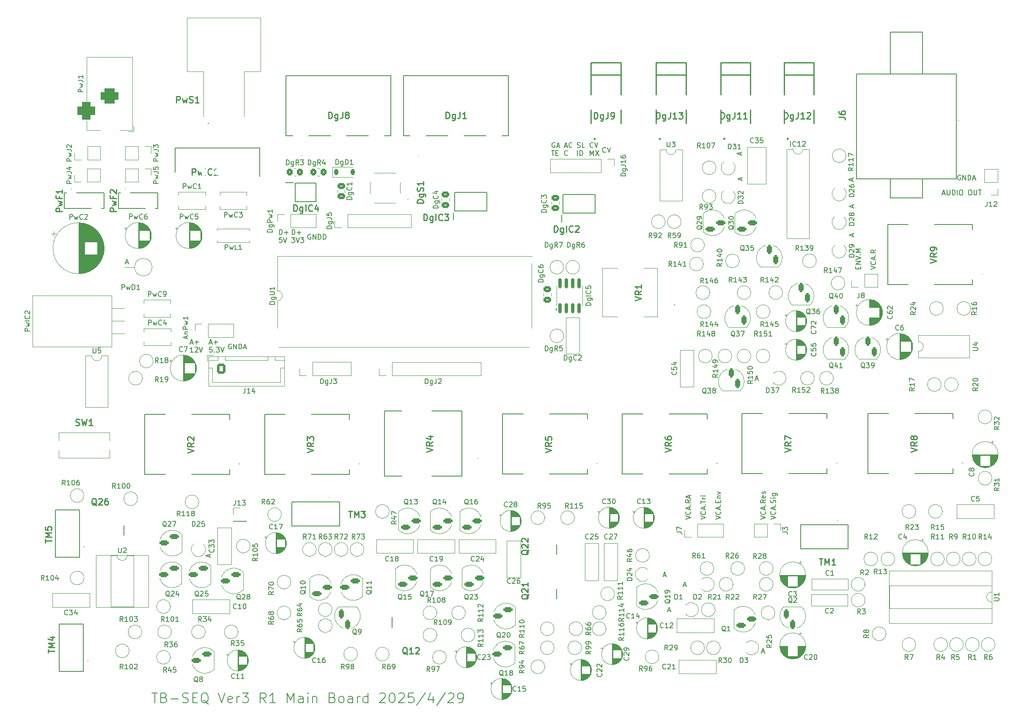
<source format=gto>
%TF.GenerationSoftware,KiCad,Pcbnew,8.0.8*%
%TF.CreationDate,2025-04-29T10:44:01+09:00*%
%TF.ProjectId,mainBorad_R1,6d61696e-426f-4726-9164-5f52312e6b69,rev?*%
%TF.SameCoordinates,Original*%
%TF.FileFunction,Legend,Top*%
%TF.FilePolarity,Positive*%
%FSLAX46Y46*%
G04 Gerber Fmt 4.6, Leading zero omitted, Abs format (unit mm)*
G04 Created by KiCad (PCBNEW 8.0.8) date 2025-04-29 10:44:01*
%MOMM*%
%LPD*%
G01*
G04 APERTURE LIST*
G04 Aperture macros list*
%AMRoundRect*
0 Rectangle with rounded corners*
0 $1 Rounding radius*
0 $2 $3 $4 $5 $6 $7 $8 $9 X,Y pos of 4 corners*
0 Add a 4 corners polygon primitive as box body*
4,1,4,$2,$3,$4,$5,$6,$7,$8,$9,$2,$3,0*
0 Add four circle primitives for the rounded corners*
1,1,$1+$1,$2,$3*
1,1,$1+$1,$4,$5*
1,1,$1+$1,$6,$7*
1,1,$1+$1,$8,$9*
0 Add four rect primitives between the rounded corners*
20,1,$1+$1,$2,$3,$4,$5,0*
20,1,$1+$1,$4,$5,$6,$7,0*
20,1,$1+$1,$6,$7,$8,$9,0*
20,1,$1+$1,$8,$9,$2,$3,0*%
G04 Aperture macros list end*
%ADD10C,0.150000*%
%ADD11C,0.200000*%
%ADD12C,0.254000*%
%ADD13C,0.120000*%
%ADD14C,0.100000*%
%ADD15R,1.305000X1.305000*%
%ADD16C,1.305000*%
%ADD17C,2.450000*%
%ADD18C,2.300000*%
%ADD19C,1.600000*%
%ADD20O,1.600000X1.600000*%
%ADD21R,1.600000X1.600000*%
%ADD22R,1.600000X2.400000*%
%ADD23O,1.600000X2.400000*%
%ADD24R,1.217000X1.217000*%
%ADD25C,1.217000*%
%ADD26R,1.800000X1.800000*%
%ADD27O,1.800000X1.800000*%
%ADD28C,1.800000*%
%ADD29C,4.455000*%
%ADD30R,1.100000X1.800000*%
%ADD31RoundRect,0.275000X-0.275000X-0.625000X0.275000X-0.625000X0.275000X0.625000X-0.275000X0.625000X0*%
%ADD32R,1.200000X1.200000*%
%ADD33C,1.200000*%
%ADD34R,2.400000X1.600000*%
%ADD35O,2.400000X1.600000*%
%ADD36R,1.700000X1.700000*%
%ADD37O,1.700000X1.700000*%
%ADD38R,1.800000X1.100000*%
%ADD39RoundRect,0.275000X-0.625000X0.275000X-0.625000X-0.275000X0.625000X-0.275000X0.625000X0.275000X0*%
%ADD40C,1.635000*%
%ADD41RoundRect,0.250000X-0.350000X-0.450000X0.350000X-0.450000X0.350000X0.450000X-0.350000X0.450000X0*%
%ADD42R,2.200000X2.200000*%
%ADD43O,2.200000X2.200000*%
%ADD44RoundRect,0.250000X-0.475000X0.337500X-0.475000X-0.337500X0.475000X-0.337500X0.475000X0.337500X0*%
%ADD45RoundRect,0.275000X0.625000X-0.275000X0.625000X0.275000X-0.625000X0.275000X-0.625000X-0.275000X0*%
%ADD46RoundRect,0.275000X0.275000X0.625000X-0.275000X0.625000X-0.275000X-0.625000X0.275000X-0.625000X0*%
%ADD47R,1.650000X0.700000*%
%ADD48RoundRect,0.250000X-0.600000X-0.725000X0.600000X-0.725000X0.600000X0.725000X-0.600000X0.725000X0*%
%ADD49O,1.700000X1.950000*%
%ADD50R,0.450000X1.475000*%
%ADD51R,2.250000X2.250000*%
%ADD52C,2.250000*%
%ADD53R,1.500000X1.500000*%
%ADD54C,1.500000*%
%ADD55C,4.350000*%
%ADD56C,2.400000*%
%ADD57RoundRect,0.150000X0.150000X-0.825000X0.150000X0.825000X-0.150000X0.825000X-0.150000X-0.825000X0*%
%ADD58C,1.575000*%
%ADD59C,3.500000*%
%ADD60R,2.000000X1.905000*%
%ADD61O,2.000000X1.905000*%
%ADD62R,3.500000X3.500000*%
%ADD63RoundRect,0.750000X-1.000000X0.750000X-1.000000X-0.750000X1.000000X-0.750000X1.000000X0.750000X0*%
%ADD64RoundRect,0.875000X-0.875000X0.875000X-0.875000X-0.875000X0.875000X-0.875000X0.875000X0.875000X0*%
%ADD65RoundRect,0.225000X-0.225000X-0.375000X0.225000X-0.375000X0.225000X0.375000X-0.225000X0.375000X0*%
%ADD66R,2.000000X2.000000*%
%ADD67C,2.000000*%
G04 APERTURE END LIST*
D10*
X212860588Y-41917438D02*
X212765350Y-41869819D01*
X212765350Y-41869819D02*
X212622493Y-41869819D01*
X212622493Y-41869819D02*
X212479636Y-41917438D01*
X212479636Y-41917438D02*
X212384398Y-42012676D01*
X212384398Y-42012676D02*
X212336779Y-42107914D01*
X212336779Y-42107914D02*
X212289160Y-42298390D01*
X212289160Y-42298390D02*
X212289160Y-42441247D01*
X212289160Y-42441247D02*
X212336779Y-42631723D01*
X212336779Y-42631723D02*
X212384398Y-42726961D01*
X212384398Y-42726961D02*
X212479636Y-42822200D01*
X212479636Y-42822200D02*
X212622493Y-42869819D01*
X212622493Y-42869819D02*
X212717731Y-42869819D01*
X212717731Y-42869819D02*
X212860588Y-42822200D01*
X212860588Y-42822200D02*
X212908207Y-42774580D01*
X212908207Y-42774580D02*
X212908207Y-42441247D01*
X212908207Y-42441247D02*
X212717731Y-42441247D01*
X213336779Y-42869819D02*
X213336779Y-41869819D01*
X213336779Y-41869819D02*
X213908207Y-42869819D01*
X213908207Y-42869819D02*
X213908207Y-41869819D01*
X214384398Y-42869819D02*
X214384398Y-41869819D01*
X214384398Y-41869819D02*
X214622493Y-41869819D01*
X214622493Y-41869819D02*
X214765350Y-41917438D01*
X214765350Y-41917438D02*
X214860588Y-42012676D01*
X214860588Y-42012676D02*
X214908207Y-42107914D01*
X214908207Y-42107914D02*
X214955826Y-42298390D01*
X214955826Y-42298390D02*
X214955826Y-42441247D01*
X214955826Y-42441247D02*
X214908207Y-42631723D01*
X214908207Y-42631723D02*
X214860588Y-42726961D01*
X214860588Y-42726961D02*
X214765350Y-42822200D01*
X214765350Y-42822200D02*
X214622493Y-42869819D01*
X214622493Y-42869819D02*
X214384398Y-42869819D01*
X215336779Y-42584104D02*
X215812969Y-42584104D01*
X215241541Y-42869819D02*
X215574874Y-41869819D01*
X215574874Y-41869819D02*
X215908207Y-42869819D01*
X174869819Y-110806077D02*
X175869819Y-110472744D01*
X175869819Y-110472744D02*
X174869819Y-110139411D01*
X175774580Y-109234649D02*
X175822200Y-109282268D01*
X175822200Y-109282268D02*
X175869819Y-109425125D01*
X175869819Y-109425125D02*
X175869819Y-109520363D01*
X175869819Y-109520363D02*
X175822200Y-109663220D01*
X175822200Y-109663220D02*
X175726961Y-109758458D01*
X175726961Y-109758458D02*
X175631723Y-109806077D01*
X175631723Y-109806077D02*
X175441247Y-109853696D01*
X175441247Y-109853696D02*
X175298390Y-109853696D01*
X175298390Y-109853696D02*
X175107914Y-109806077D01*
X175107914Y-109806077D02*
X175012676Y-109758458D01*
X175012676Y-109758458D02*
X174917438Y-109663220D01*
X174917438Y-109663220D02*
X174869819Y-109520363D01*
X174869819Y-109520363D02*
X174869819Y-109425125D01*
X174869819Y-109425125D02*
X174917438Y-109282268D01*
X174917438Y-109282268D02*
X174965057Y-109234649D01*
X175584104Y-108853696D02*
X175584104Y-108377506D01*
X175869819Y-108948934D02*
X174869819Y-108615601D01*
X174869819Y-108615601D02*
X175869819Y-108282268D01*
X175774580Y-107948934D02*
X175822200Y-107901315D01*
X175822200Y-107901315D02*
X175869819Y-107948934D01*
X175869819Y-107948934D02*
X175822200Y-107996553D01*
X175822200Y-107996553D02*
X175774580Y-107948934D01*
X175774580Y-107948934D02*
X175869819Y-107948934D01*
X175822200Y-107520363D02*
X175869819Y-107377506D01*
X175869819Y-107377506D02*
X175869819Y-107139411D01*
X175869819Y-107139411D02*
X175822200Y-107044173D01*
X175822200Y-107044173D02*
X175774580Y-106996554D01*
X175774580Y-106996554D02*
X175679342Y-106948935D01*
X175679342Y-106948935D02*
X175584104Y-106948935D01*
X175584104Y-106948935D02*
X175488866Y-106996554D01*
X175488866Y-106996554D02*
X175441247Y-107044173D01*
X175441247Y-107044173D02*
X175393628Y-107139411D01*
X175393628Y-107139411D02*
X175346009Y-107329887D01*
X175346009Y-107329887D02*
X175298390Y-107425125D01*
X175298390Y-107425125D02*
X175250771Y-107472744D01*
X175250771Y-107472744D02*
X175155533Y-107520363D01*
X175155533Y-107520363D02*
X175060295Y-107520363D01*
X175060295Y-107520363D02*
X174965057Y-107472744D01*
X174965057Y-107472744D02*
X174917438Y-107425125D01*
X174917438Y-107425125D02*
X174869819Y-107329887D01*
X174869819Y-107329887D02*
X174869819Y-107091792D01*
X174869819Y-107091792D02*
X174917438Y-106948935D01*
X175869819Y-106520363D02*
X175203152Y-106520363D01*
X174869819Y-106520363D02*
X174917438Y-106567982D01*
X174917438Y-106567982D02*
X174965057Y-106520363D01*
X174965057Y-106520363D02*
X174917438Y-106472744D01*
X174917438Y-106472744D02*
X174869819Y-106520363D01*
X174869819Y-106520363D02*
X174965057Y-106520363D01*
X175203152Y-105615602D02*
X176012676Y-105615602D01*
X176012676Y-105615602D02*
X176107914Y-105663221D01*
X176107914Y-105663221D02*
X176155533Y-105710840D01*
X176155533Y-105710840D02*
X176203152Y-105806078D01*
X176203152Y-105806078D02*
X176203152Y-105948935D01*
X176203152Y-105948935D02*
X176155533Y-106044173D01*
X175822200Y-105615602D02*
X175869819Y-105710840D01*
X175869819Y-105710840D02*
X175869819Y-105901316D01*
X175869819Y-105901316D02*
X175822200Y-105996554D01*
X175822200Y-105996554D02*
X175774580Y-106044173D01*
X175774580Y-106044173D02*
X175679342Y-106091792D01*
X175679342Y-106091792D02*
X175393628Y-106091792D01*
X175393628Y-106091792D02*
X175298390Y-106044173D01*
X175298390Y-106044173D02*
X175250771Y-105996554D01*
X175250771Y-105996554D02*
X175203152Y-105901316D01*
X175203152Y-105901316D02*
X175203152Y-105710840D01*
X175203152Y-105710840D02*
X175250771Y-105615602D01*
X192386009Y-60623220D02*
X192386009Y-60289887D01*
X192909819Y-60147030D02*
X192909819Y-60623220D01*
X192909819Y-60623220D02*
X191909819Y-60623220D01*
X191909819Y-60623220D02*
X191909819Y-60147030D01*
X192909819Y-59718458D02*
X191909819Y-59718458D01*
X191909819Y-59718458D02*
X192909819Y-59147030D01*
X192909819Y-59147030D02*
X191909819Y-59147030D01*
X191909819Y-58813696D02*
X192909819Y-58480363D01*
X192909819Y-58480363D02*
X191909819Y-58147030D01*
X192814580Y-57813696D02*
X192862200Y-57766077D01*
X192862200Y-57766077D02*
X192909819Y-57813696D01*
X192909819Y-57813696D02*
X192862200Y-57861315D01*
X192862200Y-57861315D02*
X192814580Y-57813696D01*
X192814580Y-57813696D02*
X192909819Y-57813696D01*
X192909819Y-57337506D02*
X191909819Y-57337506D01*
X191909819Y-57337506D02*
X192624104Y-57004173D01*
X192624104Y-57004173D02*
X191909819Y-56670840D01*
X191909819Y-56670840D02*
X192909819Y-56670840D01*
X209289160Y-45584104D02*
X209765350Y-45584104D01*
X209193922Y-45869819D02*
X209527255Y-44869819D01*
X209527255Y-44869819D02*
X209860588Y-45869819D01*
X210193922Y-44869819D02*
X210193922Y-45679342D01*
X210193922Y-45679342D02*
X210241541Y-45774580D01*
X210241541Y-45774580D02*
X210289160Y-45822200D01*
X210289160Y-45822200D02*
X210384398Y-45869819D01*
X210384398Y-45869819D02*
X210574874Y-45869819D01*
X210574874Y-45869819D02*
X210670112Y-45822200D01*
X210670112Y-45822200D02*
X210717731Y-45774580D01*
X210717731Y-45774580D02*
X210765350Y-45679342D01*
X210765350Y-45679342D02*
X210765350Y-44869819D01*
X211241541Y-45869819D02*
X211241541Y-44869819D01*
X211241541Y-44869819D02*
X211479636Y-44869819D01*
X211479636Y-44869819D02*
X211622493Y-44917438D01*
X211622493Y-44917438D02*
X211717731Y-45012676D01*
X211717731Y-45012676D02*
X211765350Y-45107914D01*
X211765350Y-45107914D02*
X211812969Y-45298390D01*
X211812969Y-45298390D02*
X211812969Y-45441247D01*
X211812969Y-45441247D02*
X211765350Y-45631723D01*
X211765350Y-45631723D02*
X211717731Y-45726961D01*
X211717731Y-45726961D02*
X211622493Y-45822200D01*
X211622493Y-45822200D02*
X211479636Y-45869819D01*
X211479636Y-45869819D02*
X211241541Y-45869819D01*
X212241541Y-45869819D02*
X212241541Y-44869819D01*
X212908207Y-44869819D02*
X213098683Y-44869819D01*
X213098683Y-44869819D02*
X213193921Y-44917438D01*
X213193921Y-44917438D02*
X213289159Y-45012676D01*
X213289159Y-45012676D02*
X213336778Y-45203152D01*
X213336778Y-45203152D02*
X213336778Y-45536485D01*
X213336778Y-45536485D02*
X213289159Y-45726961D01*
X213289159Y-45726961D02*
X213193921Y-45822200D01*
X213193921Y-45822200D02*
X213098683Y-45869819D01*
X213098683Y-45869819D02*
X212908207Y-45869819D01*
X212908207Y-45869819D02*
X212812969Y-45822200D01*
X212812969Y-45822200D02*
X212717731Y-45726961D01*
X212717731Y-45726961D02*
X212670112Y-45536485D01*
X212670112Y-45536485D02*
X212670112Y-45203152D01*
X212670112Y-45203152D02*
X212717731Y-45012676D01*
X212717731Y-45012676D02*
X212812969Y-44917438D01*
X212812969Y-44917438D02*
X212908207Y-44869819D01*
X214717731Y-44869819D02*
X214908207Y-44869819D01*
X214908207Y-44869819D02*
X215003445Y-44917438D01*
X215003445Y-44917438D02*
X215098683Y-45012676D01*
X215098683Y-45012676D02*
X215146302Y-45203152D01*
X215146302Y-45203152D02*
X215146302Y-45536485D01*
X215146302Y-45536485D02*
X215098683Y-45726961D01*
X215098683Y-45726961D02*
X215003445Y-45822200D01*
X215003445Y-45822200D02*
X214908207Y-45869819D01*
X214908207Y-45869819D02*
X214717731Y-45869819D01*
X214717731Y-45869819D02*
X214622493Y-45822200D01*
X214622493Y-45822200D02*
X214527255Y-45726961D01*
X214527255Y-45726961D02*
X214479636Y-45536485D01*
X214479636Y-45536485D02*
X214479636Y-45203152D01*
X214479636Y-45203152D02*
X214527255Y-45012676D01*
X214527255Y-45012676D02*
X214622493Y-44917438D01*
X214622493Y-44917438D02*
X214717731Y-44869819D01*
X215574874Y-44869819D02*
X215574874Y-45679342D01*
X215574874Y-45679342D02*
X215622493Y-45774580D01*
X215622493Y-45774580D02*
X215670112Y-45822200D01*
X215670112Y-45822200D02*
X215765350Y-45869819D01*
X215765350Y-45869819D02*
X215955826Y-45869819D01*
X215955826Y-45869819D02*
X216051064Y-45822200D01*
X216051064Y-45822200D02*
X216098683Y-45774580D01*
X216098683Y-45774580D02*
X216146302Y-45679342D01*
X216146302Y-45679342D02*
X216146302Y-44869819D01*
X216479636Y-44869819D02*
X217051064Y-44869819D01*
X216765350Y-45869819D02*
X216765350Y-44869819D01*
D11*
X50995054Y-145572838D02*
X52137911Y-145572838D01*
X51566482Y-147572838D02*
X51566482Y-145572838D01*
X53471245Y-146525219D02*
X53756959Y-146620457D01*
X53756959Y-146620457D02*
X53852197Y-146715695D01*
X53852197Y-146715695D02*
X53947435Y-146906171D01*
X53947435Y-146906171D02*
X53947435Y-147191885D01*
X53947435Y-147191885D02*
X53852197Y-147382361D01*
X53852197Y-147382361D02*
X53756959Y-147477600D01*
X53756959Y-147477600D02*
X53566483Y-147572838D01*
X53566483Y-147572838D02*
X52804578Y-147572838D01*
X52804578Y-147572838D02*
X52804578Y-145572838D01*
X52804578Y-145572838D02*
X53471245Y-145572838D01*
X53471245Y-145572838D02*
X53661721Y-145668076D01*
X53661721Y-145668076D02*
X53756959Y-145763314D01*
X53756959Y-145763314D02*
X53852197Y-145953790D01*
X53852197Y-145953790D02*
X53852197Y-146144266D01*
X53852197Y-146144266D02*
X53756959Y-146334742D01*
X53756959Y-146334742D02*
X53661721Y-146429980D01*
X53661721Y-146429980D02*
X53471245Y-146525219D01*
X53471245Y-146525219D02*
X52804578Y-146525219D01*
X54804578Y-146810933D02*
X56328388Y-146810933D01*
X57185530Y-147477600D02*
X57471244Y-147572838D01*
X57471244Y-147572838D02*
X57947435Y-147572838D01*
X57947435Y-147572838D02*
X58137911Y-147477600D01*
X58137911Y-147477600D02*
X58233149Y-147382361D01*
X58233149Y-147382361D02*
X58328387Y-147191885D01*
X58328387Y-147191885D02*
X58328387Y-147001409D01*
X58328387Y-147001409D02*
X58233149Y-146810933D01*
X58233149Y-146810933D02*
X58137911Y-146715695D01*
X58137911Y-146715695D02*
X57947435Y-146620457D01*
X57947435Y-146620457D02*
X57566482Y-146525219D01*
X57566482Y-146525219D02*
X57376006Y-146429980D01*
X57376006Y-146429980D02*
X57280768Y-146334742D01*
X57280768Y-146334742D02*
X57185530Y-146144266D01*
X57185530Y-146144266D02*
X57185530Y-145953790D01*
X57185530Y-145953790D02*
X57280768Y-145763314D01*
X57280768Y-145763314D02*
X57376006Y-145668076D01*
X57376006Y-145668076D02*
X57566482Y-145572838D01*
X57566482Y-145572838D02*
X58042673Y-145572838D01*
X58042673Y-145572838D02*
X58328387Y-145668076D01*
X59185530Y-146525219D02*
X59852197Y-146525219D01*
X60137911Y-147572838D02*
X59185530Y-147572838D01*
X59185530Y-147572838D02*
X59185530Y-145572838D01*
X59185530Y-145572838D02*
X60137911Y-145572838D01*
X62328387Y-147763314D02*
X62137911Y-147668076D01*
X62137911Y-147668076D02*
X61947435Y-147477600D01*
X61947435Y-147477600D02*
X61661721Y-147191885D01*
X61661721Y-147191885D02*
X61471244Y-147096647D01*
X61471244Y-147096647D02*
X61280768Y-147096647D01*
X61376006Y-147572838D02*
X61185530Y-147477600D01*
X61185530Y-147477600D02*
X60995054Y-147287123D01*
X60995054Y-147287123D02*
X60899816Y-146906171D01*
X60899816Y-146906171D02*
X60899816Y-146239504D01*
X60899816Y-146239504D02*
X60995054Y-145858552D01*
X60995054Y-145858552D02*
X61185530Y-145668076D01*
X61185530Y-145668076D02*
X61376006Y-145572838D01*
X61376006Y-145572838D02*
X61756959Y-145572838D01*
X61756959Y-145572838D02*
X61947435Y-145668076D01*
X61947435Y-145668076D02*
X62137911Y-145858552D01*
X62137911Y-145858552D02*
X62233149Y-146239504D01*
X62233149Y-146239504D02*
X62233149Y-146906171D01*
X62233149Y-146906171D02*
X62137911Y-147287123D01*
X62137911Y-147287123D02*
X61947435Y-147477600D01*
X61947435Y-147477600D02*
X61756959Y-147572838D01*
X61756959Y-147572838D02*
X61376006Y-147572838D01*
X64328388Y-145572838D02*
X64995054Y-147572838D01*
X64995054Y-147572838D02*
X65661721Y-145572838D01*
X67090293Y-147477600D02*
X66899817Y-147572838D01*
X66899817Y-147572838D02*
X66518864Y-147572838D01*
X66518864Y-147572838D02*
X66328388Y-147477600D01*
X66328388Y-147477600D02*
X66233150Y-147287123D01*
X66233150Y-147287123D02*
X66233150Y-146525219D01*
X66233150Y-146525219D02*
X66328388Y-146334742D01*
X66328388Y-146334742D02*
X66518864Y-146239504D01*
X66518864Y-146239504D02*
X66899817Y-146239504D01*
X66899817Y-146239504D02*
X67090293Y-146334742D01*
X67090293Y-146334742D02*
X67185531Y-146525219D01*
X67185531Y-146525219D02*
X67185531Y-146715695D01*
X67185531Y-146715695D02*
X66233150Y-146906171D01*
X68042674Y-147572838D02*
X68042674Y-146239504D01*
X68042674Y-146620457D02*
X68137912Y-146429980D01*
X68137912Y-146429980D02*
X68233150Y-146334742D01*
X68233150Y-146334742D02*
X68423626Y-146239504D01*
X68423626Y-146239504D02*
X68614103Y-146239504D01*
X69090293Y-145572838D02*
X70328388Y-145572838D01*
X70328388Y-145572838D02*
X69661721Y-146334742D01*
X69661721Y-146334742D02*
X69947436Y-146334742D01*
X69947436Y-146334742D02*
X70137912Y-146429980D01*
X70137912Y-146429980D02*
X70233150Y-146525219D01*
X70233150Y-146525219D02*
X70328388Y-146715695D01*
X70328388Y-146715695D02*
X70328388Y-147191885D01*
X70328388Y-147191885D02*
X70233150Y-147382361D01*
X70233150Y-147382361D02*
X70137912Y-147477600D01*
X70137912Y-147477600D02*
X69947436Y-147572838D01*
X69947436Y-147572838D02*
X69376007Y-147572838D01*
X69376007Y-147572838D02*
X69185531Y-147477600D01*
X69185531Y-147477600D02*
X69090293Y-147382361D01*
X73852198Y-147572838D02*
X73185531Y-146620457D01*
X72709341Y-147572838D02*
X72709341Y-145572838D01*
X72709341Y-145572838D02*
X73471246Y-145572838D01*
X73471246Y-145572838D02*
X73661722Y-145668076D01*
X73661722Y-145668076D02*
X73756960Y-145763314D01*
X73756960Y-145763314D02*
X73852198Y-145953790D01*
X73852198Y-145953790D02*
X73852198Y-146239504D01*
X73852198Y-146239504D02*
X73756960Y-146429980D01*
X73756960Y-146429980D02*
X73661722Y-146525219D01*
X73661722Y-146525219D02*
X73471246Y-146620457D01*
X73471246Y-146620457D02*
X72709341Y-146620457D01*
X75756960Y-147572838D02*
X74614103Y-147572838D01*
X75185531Y-147572838D02*
X75185531Y-145572838D01*
X75185531Y-145572838D02*
X74995055Y-145858552D01*
X74995055Y-145858552D02*
X74804579Y-146049028D01*
X74804579Y-146049028D02*
X74614103Y-146144266D01*
X78137913Y-147572838D02*
X78137913Y-145572838D01*
X78137913Y-145572838D02*
X78804580Y-147001409D01*
X78804580Y-147001409D02*
X79471246Y-145572838D01*
X79471246Y-145572838D02*
X79471246Y-147572838D01*
X81280770Y-147572838D02*
X81280770Y-146525219D01*
X81280770Y-146525219D02*
X81185532Y-146334742D01*
X81185532Y-146334742D02*
X80995056Y-146239504D01*
X80995056Y-146239504D02*
X80614103Y-146239504D01*
X80614103Y-146239504D02*
X80423627Y-146334742D01*
X81280770Y-147477600D02*
X81090294Y-147572838D01*
X81090294Y-147572838D02*
X80614103Y-147572838D01*
X80614103Y-147572838D02*
X80423627Y-147477600D01*
X80423627Y-147477600D02*
X80328389Y-147287123D01*
X80328389Y-147287123D02*
X80328389Y-147096647D01*
X80328389Y-147096647D02*
X80423627Y-146906171D01*
X80423627Y-146906171D02*
X80614103Y-146810933D01*
X80614103Y-146810933D02*
X81090294Y-146810933D01*
X81090294Y-146810933D02*
X81280770Y-146715695D01*
X82233151Y-147572838D02*
X82233151Y-146239504D01*
X82233151Y-145572838D02*
X82137913Y-145668076D01*
X82137913Y-145668076D02*
X82233151Y-145763314D01*
X82233151Y-145763314D02*
X82328389Y-145668076D01*
X82328389Y-145668076D02*
X82233151Y-145572838D01*
X82233151Y-145572838D02*
X82233151Y-145763314D01*
X83185532Y-146239504D02*
X83185532Y-147572838D01*
X83185532Y-146429980D02*
X83280770Y-146334742D01*
X83280770Y-146334742D02*
X83471246Y-146239504D01*
X83471246Y-146239504D02*
X83756961Y-146239504D01*
X83756961Y-146239504D02*
X83947437Y-146334742D01*
X83947437Y-146334742D02*
X84042675Y-146525219D01*
X84042675Y-146525219D02*
X84042675Y-147572838D01*
X87185533Y-146525219D02*
X87471247Y-146620457D01*
X87471247Y-146620457D02*
X87566485Y-146715695D01*
X87566485Y-146715695D02*
X87661723Y-146906171D01*
X87661723Y-146906171D02*
X87661723Y-147191885D01*
X87661723Y-147191885D02*
X87566485Y-147382361D01*
X87566485Y-147382361D02*
X87471247Y-147477600D01*
X87471247Y-147477600D02*
X87280771Y-147572838D01*
X87280771Y-147572838D02*
X86518866Y-147572838D01*
X86518866Y-147572838D02*
X86518866Y-145572838D01*
X86518866Y-145572838D02*
X87185533Y-145572838D01*
X87185533Y-145572838D02*
X87376009Y-145668076D01*
X87376009Y-145668076D02*
X87471247Y-145763314D01*
X87471247Y-145763314D02*
X87566485Y-145953790D01*
X87566485Y-145953790D02*
X87566485Y-146144266D01*
X87566485Y-146144266D02*
X87471247Y-146334742D01*
X87471247Y-146334742D02*
X87376009Y-146429980D01*
X87376009Y-146429980D02*
X87185533Y-146525219D01*
X87185533Y-146525219D02*
X86518866Y-146525219D01*
X88804580Y-147572838D02*
X88614104Y-147477600D01*
X88614104Y-147477600D02*
X88518866Y-147382361D01*
X88518866Y-147382361D02*
X88423628Y-147191885D01*
X88423628Y-147191885D02*
X88423628Y-146620457D01*
X88423628Y-146620457D02*
X88518866Y-146429980D01*
X88518866Y-146429980D02*
X88614104Y-146334742D01*
X88614104Y-146334742D02*
X88804580Y-146239504D01*
X88804580Y-146239504D02*
X89090295Y-146239504D01*
X89090295Y-146239504D02*
X89280771Y-146334742D01*
X89280771Y-146334742D02*
X89376009Y-146429980D01*
X89376009Y-146429980D02*
X89471247Y-146620457D01*
X89471247Y-146620457D02*
X89471247Y-147191885D01*
X89471247Y-147191885D02*
X89376009Y-147382361D01*
X89376009Y-147382361D02*
X89280771Y-147477600D01*
X89280771Y-147477600D02*
X89090295Y-147572838D01*
X89090295Y-147572838D02*
X88804580Y-147572838D01*
X91185533Y-147572838D02*
X91185533Y-146525219D01*
X91185533Y-146525219D02*
X91090295Y-146334742D01*
X91090295Y-146334742D02*
X90899819Y-146239504D01*
X90899819Y-146239504D02*
X90518866Y-146239504D01*
X90518866Y-146239504D02*
X90328390Y-146334742D01*
X91185533Y-147477600D02*
X90995057Y-147572838D01*
X90995057Y-147572838D02*
X90518866Y-147572838D01*
X90518866Y-147572838D02*
X90328390Y-147477600D01*
X90328390Y-147477600D02*
X90233152Y-147287123D01*
X90233152Y-147287123D02*
X90233152Y-147096647D01*
X90233152Y-147096647D02*
X90328390Y-146906171D01*
X90328390Y-146906171D02*
X90518866Y-146810933D01*
X90518866Y-146810933D02*
X90995057Y-146810933D01*
X90995057Y-146810933D02*
X91185533Y-146715695D01*
X92137914Y-147572838D02*
X92137914Y-146239504D01*
X92137914Y-146620457D02*
X92233152Y-146429980D01*
X92233152Y-146429980D02*
X92328390Y-146334742D01*
X92328390Y-146334742D02*
X92518866Y-146239504D01*
X92518866Y-146239504D02*
X92709343Y-146239504D01*
X94233152Y-147572838D02*
X94233152Y-145572838D01*
X94233152Y-147477600D02*
X94042676Y-147572838D01*
X94042676Y-147572838D02*
X93661723Y-147572838D01*
X93661723Y-147572838D02*
X93471247Y-147477600D01*
X93471247Y-147477600D02*
X93376009Y-147382361D01*
X93376009Y-147382361D02*
X93280771Y-147191885D01*
X93280771Y-147191885D02*
X93280771Y-146620457D01*
X93280771Y-146620457D02*
X93376009Y-146429980D01*
X93376009Y-146429980D02*
X93471247Y-146334742D01*
X93471247Y-146334742D02*
X93661723Y-146239504D01*
X93661723Y-146239504D02*
X94042676Y-146239504D01*
X94042676Y-146239504D02*
X94233152Y-146334742D01*
X96614105Y-145763314D02*
X96709343Y-145668076D01*
X96709343Y-145668076D02*
X96899819Y-145572838D01*
X96899819Y-145572838D02*
X97376010Y-145572838D01*
X97376010Y-145572838D02*
X97566486Y-145668076D01*
X97566486Y-145668076D02*
X97661724Y-145763314D01*
X97661724Y-145763314D02*
X97756962Y-145953790D01*
X97756962Y-145953790D02*
X97756962Y-146144266D01*
X97756962Y-146144266D02*
X97661724Y-146429980D01*
X97661724Y-146429980D02*
X96518867Y-147572838D01*
X96518867Y-147572838D02*
X97756962Y-147572838D01*
X98995057Y-145572838D02*
X99185534Y-145572838D01*
X99185534Y-145572838D02*
X99376010Y-145668076D01*
X99376010Y-145668076D02*
X99471248Y-145763314D01*
X99471248Y-145763314D02*
X99566486Y-145953790D01*
X99566486Y-145953790D02*
X99661724Y-146334742D01*
X99661724Y-146334742D02*
X99661724Y-146810933D01*
X99661724Y-146810933D02*
X99566486Y-147191885D01*
X99566486Y-147191885D02*
X99471248Y-147382361D01*
X99471248Y-147382361D02*
X99376010Y-147477600D01*
X99376010Y-147477600D02*
X99185534Y-147572838D01*
X99185534Y-147572838D02*
X98995057Y-147572838D01*
X98995057Y-147572838D02*
X98804581Y-147477600D01*
X98804581Y-147477600D02*
X98709343Y-147382361D01*
X98709343Y-147382361D02*
X98614105Y-147191885D01*
X98614105Y-147191885D02*
X98518867Y-146810933D01*
X98518867Y-146810933D02*
X98518867Y-146334742D01*
X98518867Y-146334742D02*
X98614105Y-145953790D01*
X98614105Y-145953790D02*
X98709343Y-145763314D01*
X98709343Y-145763314D02*
X98804581Y-145668076D01*
X98804581Y-145668076D02*
X98995057Y-145572838D01*
X100423629Y-145763314D02*
X100518867Y-145668076D01*
X100518867Y-145668076D02*
X100709343Y-145572838D01*
X100709343Y-145572838D02*
X101185534Y-145572838D01*
X101185534Y-145572838D02*
X101376010Y-145668076D01*
X101376010Y-145668076D02*
X101471248Y-145763314D01*
X101471248Y-145763314D02*
X101566486Y-145953790D01*
X101566486Y-145953790D02*
X101566486Y-146144266D01*
X101566486Y-146144266D02*
X101471248Y-146429980D01*
X101471248Y-146429980D02*
X100328391Y-147572838D01*
X100328391Y-147572838D02*
X101566486Y-147572838D01*
X103376010Y-145572838D02*
X102423629Y-145572838D01*
X102423629Y-145572838D02*
X102328391Y-146525219D01*
X102328391Y-146525219D02*
X102423629Y-146429980D01*
X102423629Y-146429980D02*
X102614105Y-146334742D01*
X102614105Y-146334742D02*
X103090296Y-146334742D01*
X103090296Y-146334742D02*
X103280772Y-146429980D01*
X103280772Y-146429980D02*
X103376010Y-146525219D01*
X103376010Y-146525219D02*
X103471248Y-146715695D01*
X103471248Y-146715695D02*
X103471248Y-147191885D01*
X103471248Y-147191885D02*
X103376010Y-147382361D01*
X103376010Y-147382361D02*
X103280772Y-147477600D01*
X103280772Y-147477600D02*
X103090296Y-147572838D01*
X103090296Y-147572838D02*
X102614105Y-147572838D01*
X102614105Y-147572838D02*
X102423629Y-147477600D01*
X102423629Y-147477600D02*
X102328391Y-147382361D01*
X105756962Y-145477600D02*
X104042677Y-148049028D01*
X107280772Y-146239504D02*
X107280772Y-147572838D01*
X106804581Y-145477600D02*
X106328391Y-146906171D01*
X106328391Y-146906171D02*
X107566486Y-146906171D01*
X109756962Y-145477600D02*
X108042677Y-148049028D01*
X110328391Y-145763314D02*
X110423629Y-145668076D01*
X110423629Y-145668076D02*
X110614105Y-145572838D01*
X110614105Y-145572838D02*
X111090296Y-145572838D01*
X111090296Y-145572838D02*
X111280772Y-145668076D01*
X111280772Y-145668076D02*
X111376010Y-145763314D01*
X111376010Y-145763314D02*
X111471248Y-145953790D01*
X111471248Y-145953790D02*
X111471248Y-146144266D01*
X111471248Y-146144266D02*
X111376010Y-146429980D01*
X111376010Y-146429980D02*
X110233153Y-147572838D01*
X110233153Y-147572838D02*
X111471248Y-147572838D01*
X112423629Y-147572838D02*
X112804581Y-147572838D01*
X112804581Y-147572838D02*
X112995058Y-147477600D01*
X112995058Y-147477600D02*
X113090296Y-147382361D01*
X113090296Y-147382361D02*
X113280772Y-147096647D01*
X113280772Y-147096647D02*
X113376010Y-146715695D01*
X113376010Y-146715695D02*
X113376010Y-145953790D01*
X113376010Y-145953790D02*
X113280772Y-145763314D01*
X113280772Y-145763314D02*
X113185534Y-145668076D01*
X113185534Y-145668076D02*
X112995058Y-145572838D01*
X112995058Y-145572838D02*
X112614105Y-145572838D01*
X112614105Y-145572838D02*
X112423629Y-145668076D01*
X112423629Y-145668076D02*
X112328391Y-145763314D01*
X112328391Y-145763314D02*
X112233153Y-145953790D01*
X112233153Y-145953790D02*
X112233153Y-146429980D01*
X112233153Y-146429980D02*
X112328391Y-146620457D01*
X112328391Y-146620457D02*
X112423629Y-146715695D01*
X112423629Y-146715695D02*
X112614105Y-146810933D01*
X112614105Y-146810933D02*
X112995058Y-146810933D01*
X112995058Y-146810933D02*
X113185534Y-146715695D01*
X113185534Y-146715695D02*
X113280772Y-146620457D01*
X113280772Y-146620457D02*
X113376010Y-146429980D01*
D10*
X157869819Y-110806077D02*
X158869819Y-110472744D01*
X158869819Y-110472744D02*
X157869819Y-110139411D01*
X158774580Y-109234649D02*
X158822200Y-109282268D01*
X158822200Y-109282268D02*
X158869819Y-109425125D01*
X158869819Y-109425125D02*
X158869819Y-109520363D01*
X158869819Y-109520363D02*
X158822200Y-109663220D01*
X158822200Y-109663220D02*
X158726961Y-109758458D01*
X158726961Y-109758458D02*
X158631723Y-109806077D01*
X158631723Y-109806077D02*
X158441247Y-109853696D01*
X158441247Y-109853696D02*
X158298390Y-109853696D01*
X158298390Y-109853696D02*
X158107914Y-109806077D01*
X158107914Y-109806077D02*
X158012676Y-109758458D01*
X158012676Y-109758458D02*
X157917438Y-109663220D01*
X157917438Y-109663220D02*
X157869819Y-109520363D01*
X157869819Y-109520363D02*
X157869819Y-109425125D01*
X157869819Y-109425125D02*
X157917438Y-109282268D01*
X157917438Y-109282268D02*
X157965057Y-109234649D01*
X158584104Y-108853696D02*
X158584104Y-108377506D01*
X158869819Y-108948934D02*
X157869819Y-108615601D01*
X157869819Y-108615601D02*
X158869819Y-108282268D01*
X158774580Y-107948934D02*
X158822200Y-107901315D01*
X158822200Y-107901315D02*
X158869819Y-107948934D01*
X158869819Y-107948934D02*
X158822200Y-107996553D01*
X158822200Y-107996553D02*
X158774580Y-107948934D01*
X158774580Y-107948934D02*
X158869819Y-107948934D01*
X158869819Y-106901316D02*
X158393628Y-107234649D01*
X158869819Y-107472744D02*
X157869819Y-107472744D01*
X157869819Y-107472744D02*
X157869819Y-107091792D01*
X157869819Y-107091792D02*
X157917438Y-106996554D01*
X157917438Y-106996554D02*
X157965057Y-106948935D01*
X157965057Y-106948935D02*
X158060295Y-106901316D01*
X158060295Y-106901316D02*
X158203152Y-106901316D01*
X158203152Y-106901316D02*
X158298390Y-106948935D01*
X158298390Y-106948935D02*
X158346009Y-106996554D01*
X158346009Y-106996554D02*
X158393628Y-107091792D01*
X158393628Y-107091792D02*
X158393628Y-107472744D01*
X158584104Y-106520363D02*
X158584104Y-106044173D01*
X158869819Y-106615601D02*
X157869819Y-106282268D01*
X157869819Y-106282268D02*
X158869819Y-105948935D01*
X66900588Y-75752438D02*
X66805350Y-75704819D01*
X66805350Y-75704819D02*
X66662493Y-75704819D01*
X66662493Y-75704819D02*
X66519636Y-75752438D01*
X66519636Y-75752438D02*
X66424398Y-75847676D01*
X66424398Y-75847676D02*
X66376779Y-75942914D01*
X66376779Y-75942914D02*
X66329160Y-76133390D01*
X66329160Y-76133390D02*
X66329160Y-76276247D01*
X66329160Y-76276247D02*
X66376779Y-76466723D01*
X66376779Y-76466723D02*
X66424398Y-76561961D01*
X66424398Y-76561961D02*
X66519636Y-76657200D01*
X66519636Y-76657200D02*
X66662493Y-76704819D01*
X66662493Y-76704819D02*
X66757731Y-76704819D01*
X66757731Y-76704819D02*
X66900588Y-76657200D01*
X66900588Y-76657200D02*
X66948207Y-76609580D01*
X66948207Y-76609580D02*
X66948207Y-76276247D01*
X66948207Y-76276247D02*
X66757731Y-76276247D01*
X67376779Y-76704819D02*
X67376779Y-75704819D01*
X67376779Y-75704819D02*
X67948207Y-76704819D01*
X67948207Y-76704819D02*
X67948207Y-75704819D01*
X68424398Y-76704819D02*
X68424398Y-75704819D01*
X68424398Y-75704819D02*
X68662493Y-75704819D01*
X68662493Y-75704819D02*
X68805350Y-75752438D01*
X68805350Y-75752438D02*
X68900588Y-75847676D01*
X68900588Y-75847676D02*
X68948207Y-75942914D01*
X68948207Y-75942914D02*
X68995826Y-76133390D01*
X68995826Y-76133390D02*
X68995826Y-76276247D01*
X68995826Y-76276247D02*
X68948207Y-76466723D01*
X68948207Y-76466723D02*
X68900588Y-76561961D01*
X68900588Y-76561961D02*
X68805350Y-76657200D01*
X68805350Y-76657200D02*
X68662493Y-76704819D01*
X68662493Y-76704819D02*
X68424398Y-76704819D01*
X69376779Y-76419104D02*
X69852969Y-76419104D01*
X69281541Y-76704819D02*
X69614874Y-75704819D01*
X69614874Y-75704819D02*
X69948207Y-76704819D01*
X62519160Y-75444160D02*
X62995350Y-75444160D01*
X62423922Y-75729875D02*
X62757255Y-74729875D01*
X62757255Y-74729875D02*
X63090588Y-75729875D01*
X63423922Y-75348922D02*
X64185827Y-75348922D01*
X63804874Y-75729875D02*
X63804874Y-74967970D01*
X63042969Y-76339819D02*
X62566779Y-76339819D01*
X62566779Y-76339819D02*
X62519160Y-76816009D01*
X62519160Y-76816009D02*
X62566779Y-76768390D01*
X62566779Y-76768390D02*
X62662017Y-76720771D01*
X62662017Y-76720771D02*
X62900112Y-76720771D01*
X62900112Y-76720771D02*
X62995350Y-76768390D01*
X62995350Y-76768390D02*
X63042969Y-76816009D01*
X63042969Y-76816009D02*
X63090588Y-76911247D01*
X63090588Y-76911247D02*
X63090588Y-77149342D01*
X63090588Y-77149342D02*
X63042969Y-77244580D01*
X63042969Y-77244580D02*
X62995350Y-77292200D01*
X62995350Y-77292200D02*
X62900112Y-77339819D01*
X62900112Y-77339819D02*
X62662017Y-77339819D01*
X62662017Y-77339819D02*
X62566779Y-77292200D01*
X62566779Y-77292200D02*
X62519160Y-77244580D01*
X63519160Y-77244580D02*
X63566779Y-77292200D01*
X63566779Y-77292200D02*
X63519160Y-77339819D01*
X63519160Y-77339819D02*
X63471541Y-77292200D01*
X63471541Y-77292200D02*
X63519160Y-77244580D01*
X63519160Y-77244580D02*
X63519160Y-77339819D01*
X63900112Y-76339819D02*
X64519159Y-76339819D01*
X64519159Y-76339819D02*
X64185826Y-76720771D01*
X64185826Y-76720771D02*
X64328683Y-76720771D01*
X64328683Y-76720771D02*
X64423921Y-76768390D01*
X64423921Y-76768390D02*
X64471540Y-76816009D01*
X64471540Y-76816009D02*
X64519159Y-76911247D01*
X64519159Y-76911247D02*
X64519159Y-77149342D01*
X64519159Y-77149342D02*
X64471540Y-77244580D01*
X64471540Y-77244580D02*
X64423921Y-77292200D01*
X64423921Y-77292200D02*
X64328683Y-77339819D01*
X64328683Y-77339819D02*
X64042969Y-77339819D01*
X64042969Y-77339819D02*
X63947731Y-77292200D01*
X63947731Y-77292200D02*
X63900112Y-77244580D01*
X64804874Y-76339819D02*
X65138207Y-77339819D01*
X65138207Y-77339819D02*
X65471540Y-76339819D01*
X76536779Y-53764875D02*
X76536779Y-52764875D01*
X76536779Y-52764875D02*
X76774874Y-52764875D01*
X76774874Y-52764875D02*
X76917731Y-52812494D01*
X76917731Y-52812494D02*
X77012969Y-52907732D01*
X77012969Y-52907732D02*
X77060588Y-53002970D01*
X77060588Y-53002970D02*
X77108207Y-53193446D01*
X77108207Y-53193446D02*
X77108207Y-53336303D01*
X77108207Y-53336303D02*
X77060588Y-53526779D01*
X77060588Y-53526779D02*
X77012969Y-53622017D01*
X77012969Y-53622017D02*
X76917731Y-53717256D01*
X76917731Y-53717256D02*
X76774874Y-53764875D01*
X76774874Y-53764875D02*
X76536779Y-53764875D01*
X77536779Y-53383922D02*
X78298684Y-53383922D01*
X77917731Y-53764875D02*
X77917731Y-53002970D01*
X77012969Y-54374819D02*
X76536779Y-54374819D01*
X76536779Y-54374819D02*
X76489160Y-54851009D01*
X76489160Y-54851009D02*
X76536779Y-54803390D01*
X76536779Y-54803390D02*
X76632017Y-54755771D01*
X76632017Y-54755771D02*
X76870112Y-54755771D01*
X76870112Y-54755771D02*
X76965350Y-54803390D01*
X76965350Y-54803390D02*
X77012969Y-54851009D01*
X77012969Y-54851009D02*
X77060588Y-54946247D01*
X77060588Y-54946247D02*
X77060588Y-55184342D01*
X77060588Y-55184342D02*
X77012969Y-55279580D01*
X77012969Y-55279580D02*
X76965350Y-55327200D01*
X76965350Y-55327200D02*
X76870112Y-55374819D01*
X76870112Y-55374819D02*
X76632017Y-55374819D01*
X76632017Y-55374819D02*
X76536779Y-55327200D01*
X76536779Y-55327200D02*
X76489160Y-55279580D01*
X77346303Y-54374819D02*
X77679636Y-55374819D01*
X77679636Y-55374819D02*
X78012969Y-54374819D01*
X139333207Y-36264636D02*
X139285588Y-36312256D01*
X139285588Y-36312256D02*
X139142731Y-36359875D01*
X139142731Y-36359875D02*
X139047493Y-36359875D01*
X139047493Y-36359875D02*
X138904636Y-36312256D01*
X138904636Y-36312256D02*
X138809398Y-36217017D01*
X138809398Y-36217017D02*
X138761779Y-36121779D01*
X138761779Y-36121779D02*
X138714160Y-35931303D01*
X138714160Y-35931303D02*
X138714160Y-35788446D01*
X138714160Y-35788446D02*
X138761779Y-35597970D01*
X138761779Y-35597970D02*
X138809398Y-35502732D01*
X138809398Y-35502732D02*
X138904636Y-35407494D01*
X138904636Y-35407494D02*
X139047493Y-35359875D01*
X139047493Y-35359875D02*
X139142731Y-35359875D01*
X139142731Y-35359875D02*
X139285588Y-35407494D01*
X139285588Y-35407494D02*
X139333207Y-35455113D01*
X139618922Y-35359875D02*
X139952255Y-36359875D01*
X139952255Y-36359875D02*
X140285588Y-35359875D01*
X138761779Y-37969819D02*
X138761779Y-36969819D01*
X138761779Y-36969819D02*
X139095112Y-37684104D01*
X139095112Y-37684104D02*
X139428445Y-36969819D01*
X139428445Y-36969819D02*
X139428445Y-37969819D01*
X139809398Y-36969819D02*
X140476064Y-37969819D01*
X140476064Y-36969819D02*
X139809398Y-37969819D01*
X131665588Y-35407494D02*
X131570350Y-35359875D01*
X131570350Y-35359875D02*
X131427493Y-35359875D01*
X131427493Y-35359875D02*
X131284636Y-35407494D01*
X131284636Y-35407494D02*
X131189398Y-35502732D01*
X131189398Y-35502732D02*
X131141779Y-35597970D01*
X131141779Y-35597970D02*
X131094160Y-35788446D01*
X131094160Y-35788446D02*
X131094160Y-35931303D01*
X131094160Y-35931303D02*
X131141779Y-36121779D01*
X131141779Y-36121779D02*
X131189398Y-36217017D01*
X131189398Y-36217017D02*
X131284636Y-36312256D01*
X131284636Y-36312256D02*
X131427493Y-36359875D01*
X131427493Y-36359875D02*
X131522731Y-36359875D01*
X131522731Y-36359875D02*
X131665588Y-36312256D01*
X131665588Y-36312256D02*
X131713207Y-36264636D01*
X131713207Y-36264636D02*
X131713207Y-35931303D01*
X131713207Y-35931303D02*
X131522731Y-35931303D01*
X132094160Y-36074160D02*
X132570350Y-36074160D01*
X131998922Y-36359875D02*
X132332255Y-35359875D01*
X132332255Y-35359875D02*
X132665588Y-36359875D01*
X130998922Y-36969819D02*
X131570350Y-36969819D01*
X131284636Y-37969819D02*
X131284636Y-36969819D01*
X131903684Y-37446009D02*
X132237017Y-37446009D01*
X132379874Y-37969819D02*
X131903684Y-37969819D01*
X131903684Y-37969819D02*
X131903684Y-36969819D01*
X131903684Y-36969819D02*
X132379874Y-36969819D01*
X133634160Y-36074160D02*
X134110350Y-36074160D01*
X133538922Y-36359875D02*
X133872255Y-35359875D01*
X133872255Y-35359875D02*
X134205588Y-36359875D01*
X135110350Y-36264636D02*
X135062731Y-36312256D01*
X135062731Y-36312256D02*
X134919874Y-36359875D01*
X134919874Y-36359875D02*
X134824636Y-36359875D01*
X134824636Y-36359875D02*
X134681779Y-36312256D01*
X134681779Y-36312256D02*
X134586541Y-36217017D01*
X134586541Y-36217017D02*
X134538922Y-36121779D01*
X134538922Y-36121779D02*
X134491303Y-35931303D01*
X134491303Y-35931303D02*
X134491303Y-35788446D01*
X134491303Y-35788446D02*
X134538922Y-35597970D01*
X134538922Y-35597970D02*
X134586541Y-35502732D01*
X134586541Y-35502732D02*
X134681779Y-35407494D01*
X134681779Y-35407494D02*
X134824636Y-35359875D01*
X134824636Y-35359875D02*
X134919874Y-35359875D01*
X134919874Y-35359875D02*
X135062731Y-35407494D01*
X135062731Y-35407494D02*
X135110350Y-35455113D01*
X134253207Y-37874580D02*
X134205588Y-37922200D01*
X134205588Y-37922200D02*
X134062731Y-37969819D01*
X134062731Y-37969819D02*
X133967493Y-37969819D01*
X133967493Y-37969819D02*
X133824636Y-37922200D01*
X133824636Y-37922200D02*
X133729398Y-37826961D01*
X133729398Y-37826961D02*
X133681779Y-37731723D01*
X133681779Y-37731723D02*
X133634160Y-37541247D01*
X133634160Y-37541247D02*
X133634160Y-37398390D01*
X133634160Y-37398390D02*
X133681779Y-37207914D01*
X133681779Y-37207914D02*
X133729398Y-37112676D01*
X133729398Y-37112676D02*
X133824636Y-37017438D01*
X133824636Y-37017438D02*
X133967493Y-36969819D01*
X133967493Y-36969819D02*
X134062731Y-36969819D01*
X134062731Y-36969819D02*
X134205588Y-37017438D01*
X134205588Y-37017438D02*
X134253207Y-37065057D01*
X141873207Y-37239580D02*
X141825588Y-37287200D01*
X141825588Y-37287200D02*
X141682731Y-37334819D01*
X141682731Y-37334819D02*
X141587493Y-37334819D01*
X141587493Y-37334819D02*
X141444636Y-37287200D01*
X141444636Y-37287200D02*
X141349398Y-37191961D01*
X141349398Y-37191961D02*
X141301779Y-37096723D01*
X141301779Y-37096723D02*
X141254160Y-36906247D01*
X141254160Y-36906247D02*
X141254160Y-36763390D01*
X141254160Y-36763390D02*
X141301779Y-36572914D01*
X141301779Y-36572914D02*
X141349398Y-36477676D01*
X141349398Y-36477676D02*
X141444636Y-36382438D01*
X141444636Y-36382438D02*
X141587493Y-36334819D01*
X141587493Y-36334819D02*
X141682731Y-36334819D01*
X141682731Y-36334819D02*
X141825588Y-36382438D01*
X141825588Y-36382438D02*
X141873207Y-36430057D01*
X142158922Y-36334819D02*
X142492255Y-37334819D01*
X142492255Y-37334819D02*
X142825588Y-36334819D01*
X163869819Y-110806077D02*
X164869819Y-110472744D01*
X164869819Y-110472744D02*
X163869819Y-110139411D01*
X164774580Y-109234649D02*
X164822200Y-109282268D01*
X164822200Y-109282268D02*
X164869819Y-109425125D01*
X164869819Y-109425125D02*
X164869819Y-109520363D01*
X164869819Y-109520363D02*
X164822200Y-109663220D01*
X164822200Y-109663220D02*
X164726961Y-109758458D01*
X164726961Y-109758458D02*
X164631723Y-109806077D01*
X164631723Y-109806077D02*
X164441247Y-109853696D01*
X164441247Y-109853696D02*
X164298390Y-109853696D01*
X164298390Y-109853696D02*
X164107914Y-109806077D01*
X164107914Y-109806077D02*
X164012676Y-109758458D01*
X164012676Y-109758458D02*
X163917438Y-109663220D01*
X163917438Y-109663220D02*
X163869819Y-109520363D01*
X163869819Y-109520363D02*
X163869819Y-109425125D01*
X163869819Y-109425125D02*
X163917438Y-109282268D01*
X163917438Y-109282268D02*
X163965057Y-109234649D01*
X164584104Y-108853696D02*
X164584104Y-108377506D01*
X164869819Y-108948934D02*
X163869819Y-108615601D01*
X163869819Y-108615601D02*
X164869819Y-108282268D01*
X164774580Y-107948934D02*
X164822200Y-107901315D01*
X164822200Y-107901315D02*
X164869819Y-107948934D01*
X164869819Y-107948934D02*
X164822200Y-107996553D01*
X164822200Y-107996553D02*
X164774580Y-107948934D01*
X164774580Y-107948934D02*
X164869819Y-107948934D01*
X164346009Y-107472744D02*
X164346009Y-107139411D01*
X164869819Y-106996554D02*
X164869819Y-107472744D01*
X164869819Y-107472744D02*
X163869819Y-107472744D01*
X163869819Y-107472744D02*
X163869819Y-106996554D01*
X164203152Y-106567982D02*
X164869819Y-106567982D01*
X164298390Y-106567982D02*
X164250771Y-106520363D01*
X164250771Y-106520363D02*
X164203152Y-106425125D01*
X164203152Y-106425125D02*
X164203152Y-106282268D01*
X164203152Y-106282268D02*
X164250771Y-106187030D01*
X164250771Y-106187030D02*
X164346009Y-106139411D01*
X164346009Y-106139411D02*
X164869819Y-106139411D01*
X164203152Y-105758458D02*
X164869819Y-105520363D01*
X164869819Y-105520363D02*
X164203152Y-105282268D01*
X58709160Y-75444160D02*
X59185350Y-75444160D01*
X58613922Y-75729875D02*
X58947255Y-74729875D01*
X58947255Y-74729875D02*
X59280588Y-75729875D01*
X59613922Y-75348922D02*
X60375827Y-75348922D01*
X59994874Y-75729875D02*
X59994874Y-74967970D01*
X59280588Y-77339819D02*
X58709160Y-77339819D01*
X58994874Y-77339819D02*
X58994874Y-76339819D01*
X58994874Y-76339819D02*
X58899636Y-76482676D01*
X58899636Y-76482676D02*
X58804398Y-76577914D01*
X58804398Y-76577914D02*
X58709160Y-76625533D01*
X59661541Y-76435057D02*
X59709160Y-76387438D01*
X59709160Y-76387438D02*
X59804398Y-76339819D01*
X59804398Y-76339819D02*
X60042493Y-76339819D01*
X60042493Y-76339819D02*
X60137731Y-76387438D01*
X60137731Y-76387438D02*
X60185350Y-76435057D01*
X60185350Y-76435057D02*
X60232969Y-76530295D01*
X60232969Y-76530295D02*
X60232969Y-76625533D01*
X60232969Y-76625533D02*
X60185350Y-76768390D01*
X60185350Y-76768390D02*
X59613922Y-77339819D01*
X59613922Y-77339819D02*
X60232969Y-77339819D01*
X60518684Y-76339819D02*
X60852017Y-77339819D01*
X60852017Y-77339819D02*
X61185350Y-76339819D01*
X160869819Y-110806077D02*
X161869819Y-110472744D01*
X161869819Y-110472744D02*
X160869819Y-110139411D01*
X161774580Y-109234649D02*
X161822200Y-109282268D01*
X161822200Y-109282268D02*
X161869819Y-109425125D01*
X161869819Y-109425125D02*
X161869819Y-109520363D01*
X161869819Y-109520363D02*
X161822200Y-109663220D01*
X161822200Y-109663220D02*
X161726961Y-109758458D01*
X161726961Y-109758458D02*
X161631723Y-109806077D01*
X161631723Y-109806077D02*
X161441247Y-109853696D01*
X161441247Y-109853696D02*
X161298390Y-109853696D01*
X161298390Y-109853696D02*
X161107914Y-109806077D01*
X161107914Y-109806077D02*
X161012676Y-109758458D01*
X161012676Y-109758458D02*
X160917438Y-109663220D01*
X160917438Y-109663220D02*
X160869819Y-109520363D01*
X160869819Y-109520363D02*
X160869819Y-109425125D01*
X160869819Y-109425125D02*
X160917438Y-109282268D01*
X160917438Y-109282268D02*
X160965057Y-109234649D01*
X161584104Y-108853696D02*
X161584104Y-108377506D01*
X161869819Y-108948934D02*
X160869819Y-108615601D01*
X160869819Y-108615601D02*
X161869819Y-108282268D01*
X161774580Y-107948934D02*
X161822200Y-107901315D01*
X161822200Y-107901315D02*
X161869819Y-107948934D01*
X161869819Y-107948934D02*
X161822200Y-107996553D01*
X161822200Y-107996553D02*
X161774580Y-107948934D01*
X161774580Y-107948934D02*
X161869819Y-107948934D01*
X160869819Y-107615601D02*
X160869819Y-107044173D01*
X161869819Y-107329887D02*
X160869819Y-107329887D01*
X161869819Y-106710839D02*
X161203152Y-106710839D01*
X161393628Y-106710839D02*
X161298390Y-106663220D01*
X161298390Y-106663220D02*
X161250771Y-106615601D01*
X161250771Y-106615601D02*
X161203152Y-106520363D01*
X161203152Y-106520363D02*
X161203152Y-106425125D01*
X161869819Y-106091791D02*
X161203152Y-106091791D01*
X160869819Y-106091791D02*
X160917438Y-106139410D01*
X160917438Y-106139410D02*
X160965057Y-106091791D01*
X160965057Y-106091791D02*
X160917438Y-106044172D01*
X160917438Y-106044172D02*
X160869819Y-106091791D01*
X160869819Y-106091791D02*
X160965057Y-106091791D01*
X194909819Y-60766077D02*
X195909819Y-60432744D01*
X195909819Y-60432744D02*
X194909819Y-60099411D01*
X195814580Y-59194649D02*
X195862200Y-59242268D01*
X195862200Y-59242268D02*
X195909819Y-59385125D01*
X195909819Y-59385125D02*
X195909819Y-59480363D01*
X195909819Y-59480363D02*
X195862200Y-59623220D01*
X195862200Y-59623220D02*
X195766961Y-59718458D01*
X195766961Y-59718458D02*
X195671723Y-59766077D01*
X195671723Y-59766077D02*
X195481247Y-59813696D01*
X195481247Y-59813696D02*
X195338390Y-59813696D01*
X195338390Y-59813696D02*
X195147914Y-59766077D01*
X195147914Y-59766077D02*
X195052676Y-59718458D01*
X195052676Y-59718458D02*
X194957438Y-59623220D01*
X194957438Y-59623220D02*
X194909819Y-59480363D01*
X194909819Y-59480363D02*
X194909819Y-59385125D01*
X194909819Y-59385125D02*
X194957438Y-59242268D01*
X194957438Y-59242268D02*
X195005057Y-59194649D01*
X195624104Y-58813696D02*
X195624104Y-58337506D01*
X195909819Y-58908934D02*
X194909819Y-58575601D01*
X194909819Y-58575601D02*
X195909819Y-58242268D01*
X195814580Y-57908934D02*
X195862200Y-57861315D01*
X195862200Y-57861315D02*
X195909819Y-57908934D01*
X195909819Y-57908934D02*
X195862200Y-57956553D01*
X195862200Y-57956553D02*
X195814580Y-57908934D01*
X195814580Y-57908934D02*
X195909819Y-57908934D01*
X195909819Y-56861316D02*
X195433628Y-57194649D01*
X195909819Y-57432744D02*
X194909819Y-57432744D01*
X194909819Y-57432744D02*
X194909819Y-57051792D01*
X194909819Y-57051792D02*
X194957438Y-56956554D01*
X194957438Y-56956554D02*
X195005057Y-56908935D01*
X195005057Y-56908935D02*
X195100295Y-56861316D01*
X195100295Y-56861316D02*
X195243152Y-56861316D01*
X195243152Y-56861316D02*
X195338390Y-56908935D01*
X195338390Y-56908935D02*
X195386009Y-56956554D01*
X195386009Y-56956554D02*
X195433628Y-57051792D01*
X195433628Y-57051792D02*
X195433628Y-57432744D01*
X82775588Y-53787438D02*
X82680350Y-53739819D01*
X82680350Y-53739819D02*
X82537493Y-53739819D01*
X82537493Y-53739819D02*
X82394636Y-53787438D01*
X82394636Y-53787438D02*
X82299398Y-53882676D01*
X82299398Y-53882676D02*
X82251779Y-53977914D01*
X82251779Y-53977914D02*
X82204160Y-54168390D01*
X82204160Y-54168390D02*
X82204160Y-54311247D01*
X82204160Y-54311247D02*
X82251779Y-54501723D01*
X82251779Y-54501723D02*
X82299398Y-54596961D01*
X82299398Y-54596961D02*
X82394636Y-54692200D01*
X82394636Y-54692200D02*
X82537493Y-54739819D01*
X82537493Y-54739819D02*
X82632731Y-54739819D01*
X82632731Y-54739819D02*
X82775588Y-54692200D01*
X82775588Y-54692200D02*
X82823207Y-54644580D01*
X82823207Y-54644580D02*
X82823207Y-54311247D01*
X82823207Y-54311247D02*
X82632731Y-54311247D01*
X83251779Y-54739819D02*
X83251779Y-53739819D01*
X83251779Y-53739819D02*
X83823207Y-54739819D01*
X83823207Y-54739819D02*
X83823207Y-53739819D01*
X84299398Y-54739819D02*
X84299398Y-53739819D01*
X84299398Y-53739819D02*
X84537493Y-53739819D01*
X84537493Y-53739819D02*
X84680350Y-53787438D01*
X84680350Y-53787438D02*
X84775588Y-53882676D01*
X84775588Y-53882676D02*
X84823207Y-53977914D01*
X84823207Y-53977914D02*
X84870826Y-54168390D01*
X84870826Y-54168390D02*
X84870826Y-54311247D01*
X84870826Y-54311247D02*
X84823207Y-54501723D01*
X84823207Y-54501723D02*
X84775588Y-54596961D01*
X84775588Y-54596961D02*
X84680350Y-54692200D01*
X84680350Y-54692200D02*
X84537493Y-54739819D01*
X84537493Y-54739819D02*
X84299398Y-54739819D01*
X85299398Y-54739819D02*
X85299398Y-53739819D01*
X85299398Y-53739819D02*
X85537493Y-53739819D01*
X85537493Y-53739819D02*
X85680350Y-53787438D01*
X85680350Y-53787438D02*
X85775588Y-53882676D01*
X85775588Y-53882676D02*
X85823207Y-53977914D01*
X85823207Y-53977914D02*
X85870826Y-54168390D01*
X85870826Y-54168390D02*
X85870826Y-54311247D01*
X85870826Y-54311247D02*
X85823207Y-54501723D01*
X85823207Y-54501723D02*
X85775588Y-54596961D01*
X85775588Y-54596961D02*
X85680350Y-54692200D01*
X85680350Y-54692200D02*
X85537493Y-54739819D01*
X85537493Y-54739819D02*
X85299398Y-54739819D01*
X172869819Y-110806077D02*
X173869819Y-110472744D01*
X173869819Y-110472744D02*
X172869819Y-110139411D01*
X173774580Y-109234649D02*
X173822200Y-109282268D01*
X173822200Y-109282268D02*
X173869819Y-109425125D01*
X173869819Y-109425125D02*
X173869819Y-109520363D01*
X173869819Y-109520363D02*
X173822200Y-109663220D01*
X173822200Y-109663220D02*
X173726961Y-109758458D01*
X173726961Y-109758458D02*
X173631723Y-109806077D01*
X173631723Y-109806077D02*
X173441247Y-109853696D01*
X173441247Y-109853696D02*
X173298390Y-109853696D01*
X173298390Y-109853696D02*
X173107914Y-109806077D01*
X173107914Y-109806077D02*
X173012676Y-109758458D01*
X173012676Y-109758458D02*
X172917438Y-109663220D01*
X172917438Y-109663220D02*
X172869819Y-109520363D01*
X172869819Y-109520363D02*
X172869819Y-109425125D01*
X172869819Y-109425125D02*
X172917438Y-109282268D01*
X172917438Y-109282268D02*
X172965057Y-109234649D01*
X173584104Y-108853696D02*
X173584104Y-108377506D01*
X173869819Y-108948934D02*
X172869819Y-108615601D01*
X172869819Y-108615601D02*
X173869819Y-108282268D01*
X173774580Y-107948934D02*
X173822200Y-107901315D01*
X173822200Y-107901315D02*
X173869819Y-107948934D01*
X173869819Y-107948934D02*
X173822200Y-107996553D01*
X173822200Y-107996553D02*
X173774580Y-107948934D01*
X173774580Y-107948934D02*
X173869819Y-107948934D01*
X173869819Y-106901316D02*
X173393628Y-107234649D01*
X173869819Y-107472744D02*
X172869819Y-107472744D01*
X172869819Y-107472744D02*
X172869819Y-107091792D01*
X172869819Y-107091792D02*
X172917438Y-106996554D01*
X172917438Y-106996554D02*
X172965057Y-106948935D01*
X172965057Y-106948935D02*
X173060295Y-106901316D01*
X173060295Y-106901316D02*
X173203152Y-106901316D01*
X173203152Y-106901316D02*
X173298390Y-106948935D01*
X173298390Y-106948935D02*
X173346009Y-106996554D01*
X173346009Y-106996554D02*
X173393628Y-107091792D01*
X173393628Y-107091792D02*
X173393628Y-107472744D01*
X173822200Y-106091792D02*
X173869819Y-106187030D01*
X173869819Y-106187030D02*
X173869819Y-106377506D01*
X173869819Y-106377506D02*
X173822200Y-106472744D01*
X173822200Y-106472744D02*
X173726961Y-106520363D01*
X173726961Y-106520363D02*
X173346009Y-106520363D01*
X173346009Y-106520363D02*
X173250771Y-106472744D01*
X173250771Y-106472744D02*
X173203152Y-106377506D01*
X173203152Y-106377506D02*
X173203152Y-106187030D01*
X173203152Y-106187030D02*
X173250771Y-106091792D01*
X173250771Y-106091792D02*
X173346009Y-106044173D01*
X173346009Y-106044173D02*
X173441247Y-106044173D01*
X173441247Y-106044173D02*
X173536485Y-106520363D01*
X173822200Y-105663220D02*
X173869819Y-105567982D01*
X173869819Y-105567982D02*
X173869819Y-105377506D01*
X173869819Y-105377506D02*
X173822200Y-105282268D01*
X173822200Y-105282268D02*
X173726961Y-105234649D01*
X173726961Y-105234649D02*
X173679342Y-105234649D01*
X173679342Y-105234649D02*
X173584104Y-105282268D01*
X173584104Y-105282268D02*
X173536485Y-105377506D01*
X173536485Y-105377506D02*
X173536485Y-105520363D01*
X173536485Y-105520363D02*
X173488866Y-105615601D01*
X173488866Y-105615601D02*
X173393628Y-105663220D01*
X173393628Y-105663220D02*
X173346009Y-105663220D01*
X173346009Y-105663220D02*
X173250771Y-105615601D01*
X173250771Y-105615601D02*
X173203152Y-105520363D01*
X173203152Y-105520363D02*
X173203152Y-105377506D01*
X173203152Y-105377506D02*
X173250771Y-105282268D01*
X136174160Y-36312256D02*
X136317017Y-36359875D01*
X136317017Y-36359875D02*
X136555112Y-36359875D01*
X136555112Y-36359875D02*
X136650350Y-36312256D01*
X136650350Y-36312256D02*
X136697969Y-36264636D01*
X136697969Y-36264636D02*
X136745588Y-36169398D01*
X136745588Y-36169398D02*
X136745588Y-36074160D01*
X136745588Y-36074160D02*
X136697969Y-35978922D01*
X136697969Y-35978922D02*
X136650350Y-35931303D01*
X136650350Y-35931303D02*
X136555112Y-35883684D01*
X136555112Y-35883684D02*
X136364636Y-35836065D01*
X136364636Y-35836065D02*
X136269398Y-35788446D01*
X136269398Y-35788446D02*
X136221779Y-35740827D01*
X136221779Y-35740827D02*
X136174160Y-35645589D01*
X136174160Y-35645589D02*
X136174160Y-35550351D01*
X136174160Y-35550351D02*
X136221779Y-35455113D01*
X136221779Y-35455113D02*
X136269398Y-35407494D01*
X136269398Y-35407494D02*
X136364636Y-35359875D01*
X136364636Y-35359875D02*
X136602731Y-35359875D01*
X136602731Y-35359875D02*
X136745588Y-35407494D01*
X137650350Y-36359875D02*
X137174160Y-36359875D01*
X137174160Y-36359875D02*
X137174160Y-35359875D01*
X136221779Y-37969819D02*
X136221779Y-36969819D01*
X136697969Y-37969819D02*
X136697969Y-36969819D01*
X136697969Y-36969819D02*
X136936064Y-36969819D01*
X136936064Y-36969819D02*
X137078921Y-37017438D01*
X137078921Y-37017438D02*
X137174159Y-37112676D01*
X137174159Y-37112676D02*
X137221778Y-37207914D01*
X137221778Y-37207914D02*
X137269397Y-37398390D01*
X137269397Y-37398390D02*
X137269397Y-37541247D01*
X137269397Y-37541247D02*
X137221778Y-37731723D01*
X137221778Y-37731723D02*
X137174159Y-37826961D01*
X137174159Y-37826961D02*
X137078921Y-37922200D01*
X137078921Y-37922200D02*
X136936064Y-37969819D01*
X136936064Y-37969819D02*
X136697969Y-37969819D01*
X79076779Y-53764875D02*
X79076779Y-52764875D01*
X79076779Y-52764875D02*
X79314874Y-52764875D01*
X79314874Y-52764875D02*
X79457731Y-52812494D01*
X79457731Y-52812494D02*
X79552969Y-52907732D01*
X79552969Y-52907732D02*
X79600588Y-53002970D01*
X79600588Y-53002970D02*
X79648207Y-53193446D01*
X79648207Y-53193446D02*
X79648207Y-53336303D01*
X79648207Y-53336303D02*
X79600588Y-53526779D01*
X79600588Y-53526779D02*
X79552969Y-53622017D01*
X79552969Y-53622017D02*
X79457731Y-53717256D01*
X79457731Y-53717256D02*
X79314874Y-53764875D01*
X79314874Y-53764875D02*
X79076779Y-53764875D01*
X80076779Y-53383922D02*
X80838684Y-53383922D01*
X80457731Y-53764875D02*
X80457731Y-53002970D01*
X78981541Y-54374819D02*
X79600588Y-54374819D01*
X79600588Y-54374819D02*
X79267255Y-54755771D01*
X79267255Y-54755771D02*
X79410112Y-54755771D01*
X79410112Y-54755771D02*
X79505350Y-54803390D01*
X79505350Y-54803390D02*
X79552969Y-54851009D01*
X79552969Y-54851009D02*
X79600588Y-54946247D01*
X79600588Y-54946247D02*
X79600588Y-55184342D01*
X79600588Y-55184342D02*
X79552969Y-55279580D01*
X79552969Y-55279580D02*
X79505350Y-55327200D01*
X79505350Y-55327200D02*
X79410112Y-55374819D01*
X79410112Y-55374819D02*
X79124398Y-55374819D01*
X79124398Y-55374819D02*
X79029160Y-55327200D01*
X79029160Y-55327200D02*
X78981541Y-55279580D01*
X79886303Y-54374819D02*
X80219636Y-55374819D01*
X80219636Y-55374819D02*
X80552969Y-54374819D01*
X80791065Y-54374819D02*
X81410112Y-54374819D01*
X81410112Y-54374819D02*
X81076779Y-54755771D01*
X81076779Y-54755771D02*
X81219636Y-54755771D01*
X81219636Y-54755771D02*
X81314874Y-54803390D01*
X81314874Y-54803390D02*
X81362493Y-54851009D01*
X81362493Y-54851009D02*
X81410112Y-54946247D01*
X81410112Y-54946247D02*
X81410112Y-55184342D01*
X81410112Y-55184342D02*
X81362493Y-55279580D01*
X81362493Y-55279580D02*
X81314874Y-55327200D01*
X81314874Y-55327200D02*
X81219636Y-55374819D01*
X81219636Y-55374819D02*
X80933922Y-55374819D01*
X80933922Y-55374819D02*
X80838684Y-55327200D01*
X80838684Y-55327200D02*
X80791065Y-55279580D01*
D12*
X59054999Y-41849318D02*
X59054999Y-40579318D01*
X59054999Y-40579318D02*
X59538809Y-40579318D01*
X59538809Y-40579318D02*
X59659761Y-40639794D01*
X59659761Y-40639794D02*
X59720238Y-40700270D01*
X59720238Y-40700270D02*
X59780714Y-40821222D01*
X59780714Y-40821222D02*
X59780714Y-41002651D01*
X59780714Y-41002651D02*
X59720238Y-41123603D01*
X59720238Y-41123603D02*
X59659761Y-41184080D01*
X59659761Y-41184080D02*
X59538809Y-41244556D01*
X59538809Y-41244556D02*
X59054999Y-41244556D01*
X60204047Y-41002651D02*
X60445952Y-41849318D01*
X60445952Y-41849318D02*
X60687857Y-41244556D01*
X60687857Y-41244556D02*
X60929761Y-41849318D01*
X60929761Y-41849318D02*
X61171666Y-41002651D01*
X61655475Y-41849318D02*
X61655475Y-40579318D01*
X62985952Y-41728365D02*
X62925476Y-41788842D01*
X62925476Y-41788842D02*
X62744047Y-41849318D01*
X62744047Y-41849318D02*
X62623095Y-41849318D01*
X62623095Y-41849318D02*
X62441666Y-41788842D01*
X62441666Y-41788842D02*
X62320714Y-41667889D01*
X62320714Y-41667889D02*
X62260237Y-41546937D01*
X62260237Y-41546937D02*
X62199761Y-41305032D01*
X62199761Y-41305032D02*
X62199761Y-41123603D01*
X62199761Y-41123603D02*
X62260237Y-40881699D01*
X62260237Y-40881699D02*
X62320714Y-40760746D01*
X62320714Y-40760746D02*
X62441666Y-40639794D01*
X62441666Y-40639794D02*
X62623095Y-40579318D01*
X62623095Y-40579318D02*
X62744047Y-40579318D01*
X62744047Y-40579318D02*
X62925476Y-40639794D01*
X62925476Y-40639794D02*
X62985952Y-40700270D01*
X64195476Y-41849318D02*
X63469761Y-41849318D01*
X63832618Y-41849318D02*
X63832618Y-40579318D01*
X63832618Y-40579318D02*
X63711666Y-40760746D01*
X63711666Y-40760746D02*
X63590714Y-40881699D01*
X63590714Y-40881699D02*
X63469761Y-40942175D01*
X152005523Y-30566318D02*
X152005523Y-29296318D01*
X152005523Y-29296318D02*
X152307904Y-29296318D01*
X152307904Y-29296318D02*
X152489333Y-29356794D01*
X152489333Y-29356794D02*
X152610285Y-29477746D01*
X152610285Y-29477746D02*
X152670762Y-29598699D01*
X152670762Y-29598699D02*
X152731238Y-29840603D01*
X152731238Y-29840603D02*
X152731238Y-30022032D01*
X152731238Y-30022032D02*
X152670762Y-30263937D01*
X152670762Y-30263937D02*
X152610285Y-30384889D01*
X152610285Y-30384889D02*
X152489333Y-30505842D01*
X152489333Y-30505842D02*
X152307904Y-30566318D01*
X152307904Y-30566318D02*
X152005523Y-30566318D01*
X153819809Y-29719651D02*
X153819809Y-30747746D01*
X153819809Y-30747746D02*
X153759333Y-30868699D01*
X153759333Y-30868699D02*
X153698857Y-30929175D01*
X153698857Y-30929175D02*
X153577904Y-30989651D01*
X153577904Y-30989651D02*
X153396476Y-30989651D01*
X153396476Y-30989651D02*
X153275523Y-30929175D01*
X153819809Y-30505842D02*
X153698857Y-30566318D01*
X153698857Y-30566318D02*
X153456952Y-30566318D01*
X153456952Y-30566318D02*
X153336000Y-30505842D01*
X153336000Y-30505842D02*
X153275523Y-30445365D01*
X153275523Y-30445365D02*
X153215047Y-30324413D01*
X153215047Y-30324413D02*
X153215047Y-29961556D01*
X153215047Y-29961556D02*
X153275523Y-29840603D01*
X153275523Y-29840603D02*
X153336000Y-29780127D01*
X153336000Y-29780127D02*
X153456952Y-29719651D01*
X153456952Y-29719651D02*
X153698857Y-29719651D01*
X153698857Y-29719651D02*
X153819809Y-29780127D01*
X154787429Y-29296318D02*
X154787429Y-30203461D01*
X154787429Y-30203461D02*
X154726952Y-30384889D01*
X154726952Y-30384889D02*
X154606000Y-30505842D01*
X154606000Y-30505842D02*
X154424571Y-30566318D01*
X154424571Y-30566318D02*
X154303619Y-30566318D01*
X156057429Y-30566318D02*
X155331714Y-30566318D01*
X155694571Y-30566318D02*
X155694571Y-29296318D01*
X155694571Y-29296318D02*
X155573619Y-29477746D01*
X155573619Y-29477746D02*
X155452667Y-29598699D01*
X155452667Y-29598699D02*
X155331714Y-29659175D01*
X156480762Y-29296318D02*
X157266953Y-29296318D01*
X157266953Y-29296318D02*
X156843619Y-29780127D01*
X156843619Y-29780127D02*
X157025048Y-29780127D01*
X157025048Y-29780127D02*
X157146000Y-29840603D01*
X157146000Y-29840603D02*
X157206476Y-29901080D01*
X157206476Y-29901080D02*
X157266953Y-30022032D01*
X157266953Y-30022032D02*
X157266953Y-30324413D01*
X157266953Y-30324413D02*
X157206476Y-30445365D01*
X157206476Y-30445365D02*
X157146000Y-30505842D01*
X157146000Y-30505842D02*
X157025048Y-30566318D01*
X157025048Y-30566318D02*
X156662191Y-30566318D01*
X156662191Y-30566318D02*
X156541238Y-30505842D01*
X156541238Y-30505842D02*
X156480762Y-30445365D01*
X177585523Y-30566318D02*
X177585523Y-29296318D01*
X177585523Y-29296318D02*
X177887904Y-29296318D01*
X177887904Y-29296318D02*
X178069333Y-29356794D01*
X178069333Y-29356794D02*
X178190285Y-29477746D01*
X178190285Y-29477746D02*
X178250762Y-29598699D01*
X178250762Y-29598699D02*
X178311238Y-29840603D01*
X178311238Y-29840603D02*
X178311238Y-30022032D01*
X178311238Y-30022032D02*
X178250762Y-30263937D01*
X178250762Y-30263937D02*
X178190285Y-30384889D01*
X178190285Y-30384889D02*
X178069333Y-30505842D01*
X178069333Y-30505842D02*
X177887904Y-30566318D01*
X177887904Y-30566318D02*
X177585523Y-30566318D01*
X179399809Y-29719651D02*
X179399809Y-30747746D01*
X179399809Y-30747746D02*
X179339333Y-30868699D01*
X179339333Y-30868699D02*
X179278857Y-30929175D01*
X179278857Y-30929175D02*
X179157904Y-30989651D01*
X179157904Y-30989651D02*
X178976476Y-30989651D01*
X178976476Y-30989651D02*
X178855523Y-30929175D01*
X179399809Y-30505842D02*
X179278857Y-30566318D01*
X179278857Y-30566318D02*
X179036952Y-30566318D01*
X179036952Y-30566318D02*
X178916000Y-30505842D01*
X178916000Y-30505842D02*
X178855523Y-30445365D01*
X178855523Y-30445365D02*
X178795047Y-30324413D01*
X178795047Y-30324413D02*
X178795047Y-29961556D01*
X178795047Y-29961556D02*
X178855523Y-29840603D01*
X178855523Y-29840603D02*
X178916000Y-29780127D01*
X178916000Y-29780127D02*
X179036952Y-29719651D01*
X179036952Y-29719651D02*
X179278857Y-29719651D01*
X179278857Y-29719651D02*
X179399809Y-29780127D01*
X180367429Y-29296318D02*
X180367429Y-30203461D01*
X180367429Y-30203461D02*
X180306952Y-30384889D01*
X180306952Y-30384889D02*
X180186000Y-30505842D01*
X180186000Y-30505842D02*
X180004571Y-30566318D01*
X180004571Y-30566318D02*
X179883619Y-30566318D01*
X181637429Y-30566318D02*
X180911714Y-30566318D01*
X181274571Y-30566318D02*
X181274571Y-29296318D01*
X181274571Y-29296318D02*
X181153619Y-29477746D01*
X181153619Y-29477746D02*
X181032667Y-29598699D01*
X181032667Y-29598699D02*
X180911714Y-29659175D01*
X182121238Y-29417270D02*
X182181714Y-29356794D01*
X182181714Y-29356794D02*
X182302667Y-29296318D01*
X182302667Y-29296318D02*
X182605048Y-29296318D01*
X182605048Y-29296318D02*
X182726000Y-29356794D01*
X182726000Y-29356794D02*
X182786476Y-29417270D01*
X182786476Y-29417270D02*
X182846953Y-29538222D01*
X182846953Y-29538222D02*
X182846953Y-29659175D01*
X182846953Y-29659175D02*
X182786476Y-29840603D01*
X182786476Y-29840603D02*
X182060762Y-30566318D01*
X182060762Y-30566318D02*
X182846953Y-30566318D01*
X164885523Y-30566318D02*
X164885523Y-29296318D01*
X164885523Y-29296318D02*
X165187904Y-29296318D01*
X165187904Y-29296318D02*
X165369333Y-29356794D01*
X165369333Y-29356794D02*
X165490285Y-29477746D01*
X165490285Y-29477746D02*
X165550762Y-29598699D01*
X165550762Y-29598699D02*
X165611238Y-29840603D01*
X165611238Y-29840603D02*
X165611238Y-30022032D01*
X165611238Y-30022032D02*
X165550762Y-30263937D01*
X165550762Y-30263937D02*
X165490285Y-30384889D01*
X165490285Y-30384889D02*
X165369333Y-30505842D01*
X165369333Y-30505842D02*
X165187904Y-30566318D01*
X165187904Y-30566318D02*
X164885523Y-30566318D01*
X166699809Y-29719651D02*
X166699809Y-30747746D01*
X166699809Y-30747746D02*
X166639333Y-30868699D01*
X166639333Y-30868699D02*
X166578857Y-30929175D01*
X166578857Y-30929175D02*
X166457904Y-30989651D01*
X166457904Y-30989651D02*
X166276476Y-30989651D01*
X166276476Y-30989651D02*
X166155523Y-30929175D01*
X166699809Y-30505842D02*
X166578857Y-30566318D01*
X166578857Y-30566318D02*
X166336952Y-30566318D01*
X166336952Y-30566318D02*
X166216000Y-30505842D01*
X166216000Y-30505842D02*
X166155523Y-30445365D01*
X166155523Y-30445365D02*
X166095047Y-30324413D01*
X166095047Y-30324413D02*
X166095047Y-29961556D01*
X166095047Y-29961556D02*
X166155523Y-29840603D01*
X166155523Y-29840603D02*
X166216000Y-29780127D01*
X166216000Y-29780127D02*
X166336952Y-29719651D01*
X166336952Y-29719651D02*
X166578857Y-29719651D01*
X166578857Y-29719651D02*
X166699809Y-29780127D01*
X167667429Y-29296318D02*
X167667429Y-30203461D01*
X167667429Y-30203461D02*
X167606952Y-30384889D01*
X167606952Y-30384889D02*
X167486000Y-30505842D01*
X167486000Y-30505842D02*
X167304571Y-30566318D01*
X167304571Y-30566318D02*
X167183619Y-30566318D01*
X168937429Y-30566318D02*
X168211714Y-30566318D01*
X168574571Y-30566318D02*
X168574571Y-29296318D01*
X168574571Y-29296318D02*
X168453619Y-29477746D01*
X168453619Y-29477746D02*
X168332667Y-29598699D01*
X168332667Y-29598699D02*
X168211714Y-29659175D01*
X170146953Y-30566318D02*
X169421238Y-30566318D01*
X169784095Y-30566318D02*
X169784095Y-29296318D01*
X169784095Y-29296318D02*
X169663143Y-29477746D01*
X169663143Y-29477746D02*
X169542191Y-29598699D01*
X169542191Y-29598699D02*
X169421238Y-29659175D01*
X139540285Y-30566318D02*
X139540285Y-29296318D01*
X139540285Y-29296318D02*
X139842666Y-29296318D01*
X139842666Y-29296318D02*
X140024095Y-29356794D01*
X140024095Y-29356794D02*
X140145047Y-29477746D01*
X140145047Y-29477746D02*
X140205524Y-29598699D01*
X140205524Y-29598699D02*
X140266000Y-29840603D01*
X140266000Y-29840603D02*
X140266000Y-30022032D01*
X140266000Y-30022032D02*
X140205524Y-30263937D01*
X140205524Y-30263937D02*
X140145047Y-30384889D01*
X140145047Y-30384889D02*
X140024095Y-30505842D01*
X140024095Y-30505842D02*
X139842666Y-30566318D01*
X139842666Y-30566318D02*
X139540285Y-30566318D01*
X141354571Y-29719651D02*
X141354571Y-30747746D01*
X141354571Y-30747746D02*
X141294095Y-30868699D01*
X141294095Y-30868699D02*
X141233619Y-30929175D01*
X141233619Y-30929175D02*
X141112666Y-30989651D01*
X141112666Y-30989651D02*
X140931238Y-30989651D01*
X140931238Y-30989651D02*
X140810285Y-30929175D01*
X141354571Y-30505842D02*
X141233619Y-30566318D01*
X141233619Y-30566318D02*
X140991714Y-30566318D01*
X140991714Y-30566318D02*
X140870762Y-30505842D01*
X140870762Y-30505842D02*
X140810285Y-30445365D01*
X140810285Y-30445365D02*
X140749809Y-30324413D01*
X140749809Y-30324413D02*
X140749809Y-29961556D01*
X140749809Y-29961556D02*
X140810285Y-29840603D01*
X140810285Y-29840603D02*
X140870762Y-29780127D01*
X140870762Y-29780127D02*
X140991714Y-29719651D01*
X140991714Y-29719651D02*
X141233619Y-29719651D01*
X141233619Y-29719651D02*
X141354571Y-29780127D01*
X142322191Y-29296318D02*
X142322191Y-30203461D01*
X142322191Y-30203461D02*
X142261714Y-30384889D01*
X142261714Y-30384889D02*
X142140762Y-30505842D01*
X142140762Y-30505842D02*
X141959333Y-30566318D01*
X141959333Y-30566318D02*
X141838381Y-30566318D01*
X142987429Y-30566318D02*
X143229333Y-30566318D01*
X143229333Y-30566318D02*
X143350286Y-30505842D01*
X143350286Y-30505842D02*
X143410762Y-30445365D01*
X143410762Y-30445365D02*
X143531714Y-30263937D01*
X143531714Y-30263937D02*
X143592191Y-30022032D01*
X143592191Y-30022032D02*
X143592191Y-29538222D01*
X143592191Y-29538222D02*
X143531714Y-29417270D01*
X143531714Y-29417270D02*
X143471238Y-29356794D01*
X143471238Y-29356794D02*
X143350286Y-29296318D01*
X143350286Y-29296318D02*
X143108381Y-29296318D01*
X143108381Y-29296318D02*
X142987429Y-29356794D01*
X142987429Y-29356794D02*
X142926952Y-29417270D01*
X142926952Y-29417270D02*
X142866476Y-29538222D01*
X142866476Y-29538222D02*
X142866476Y-29840603D01*
X142866476Y-29840603D02*
X142926952Y-29961556D01*
X142926952Y-29961556D02*
X142987429Y-30022032D01*
X142987429Y-30022032D02*
X143108381Y-30082508D01*
X143108381Y-30082508D02*
X143350286Y-30082508D01*
X143350286Y-30082508D02*
X143471238Y-30022032D01*
X143471238Y-30022032D02*
X143531714Y-29961556D01*
X143531714Y-29961556D02*
X143592191Y-29840603D01*
D10*
X72154819Y-118554047D02*
X71678628Y-118887380D01*
X72154819Y-119125475D02*
X71154819Y-119125475D01*
X71154819Y-119125475D02*
X71154819Y-118744523D01*
X71154819Y-118744523D02*
X71202438Y-118649285D01*
X71202438Y-118649285D02*
X71250057Y-118601666D01*
X71250057Y-118601666D02*
X71345295Y-118554047D01*
X71345295Y-118554047D02*
X71488152Y-118554047D01*
X71488152Y-118554047D02*
X71583390Y-118601666D01*
X71583390Y-118601666D02*
X71631009Y-118649285D01*
X71631009Y-118649285D02*
X71678628Y-118744523D01*
X71678628Y-118744523D02*
X71678628Y-119125475D01*
X72154819Y-117601666D02*
X72154819Y-118173094D01*
X72154819Y-117887380D02*
X71154819Y-117887380D01*
X71154819Y-117887380D02*
X71297676Y-117982618D01*
X71297676Y-117982618D02*
X71392914Y-118077856D01*
X71392914Y-118077856D02*
X71440533Y-118173094D01*
X71154819Y-116982618D02*
X71154819Y-116887380D01*
X71154819Y-116887380D02*
X71202438Y-116792142D01*
X71202438Y-116792142D02*
X71250057Y-116744523D01*
X71250057Y-116744523D02*
X71345295Y-116696904D01*
X71345295Y-116696904D02*
X71535771Y-116649285D01*
X71535771Y-116649285D02*
X71773866Y-116649285D01*
X71773866Y-116649285D02*
X71964342Y-116696904D01*
X71964342Y-116696904D02*
X72059580Y-116744523D01*
X72059580Y-116744523D02*
X72107200Y-116792142D01*
X72107200Y-116792142D02*
X72154819Y-116887380D01*
X72154819Y-116887380D02*
X72154819Y-116982618D01*
X72154819Y-116982618D02*
X72107200Y-117077856D01*
X72107200Y-117077856D02*
X72059580Y-117125475D01*
X72059580Y-117125475D02*
X71964342Y-117173094D01*
X71964342Y-117173094D02*
X71773866Y-117220713D01*
X71773866Y-117220713D02*
X71535771Y-117220713D01*
X71535771Y-117220713D02*
X71345295Y-117173094D01*
X71345295Y-117173094D02*
X71250057Y-117125475D01*
X71250057Y-117125475D02*
X71202438Y-117077856D01*
X71202438Y-117077856D02*
X71154819Y-116982618D01*
X71154819Y-115744523D02*
X71154819Y-116220713D01*
X71154819Y-116220713D02*
X71631009Y-116268332D01*
X71631009Y-116268332D02*
X71583390Y-116220713D01*
X71583390Y-116220713D02*
X71535771Y-116125475D01*
X71535771Y-116125475D02*
X71535771Y-115887380D01*
X71535771Y-115887380D02*
X71583390Y-115792142D01*
X71583390Y-115792142D02*
X71631009Y-115744523D01*
X71631009Y-115744523D02*
X71726247Y-115696904D01*
X71726247Y-115696904D02*
X71964342Y-115696904D01*
X71964342Y-115696904D02*
X72059580Y-115744523D01*
X72059580Y-115744523D02*
X72107200Y-115792142D01*
X72107200Y-115792142D02*
X72154819Y-115887380D01*
X72154819Y-115887380D02*
X72154819Y-116125475D01*
X72154819Y-116125475D02*
X72107200Y-116220713D01*
X72107200Y-116220713D02*
X72059580Y-116268332D01*
X166524741Y-118564819D02*
X166191408Y-118088628D01*
X165953313Y-118564819D02*
X165953313Y-117564819D01*
X165953313Y-117564819D02*
X166334265Y-117564819D01*
X166334265Y-117564819D02*
X166429503Y-117612438D01*
X166429503Y-117612438D02*
X166477122Y-117660057D01*
X166477122Y-117660057D02*
X166524741Y-117755295D01*
X166524741Y-117755295D02*
X166524741Y-117898152D01*
X166524741Y-117898152D02*
X166477122Y-117993390D01*
X166477122Y-117993390D02*
X166429503Y-118041009D01*
X166429503Y-118041009D02*
X166334265Y-118088628D01*
X166334265Y-118088628D02*
X165953313Y-118088628D01*
X166905694Y-117660057D02*
X166953313Y-117612438D01*
X166953313Y-117612438D02*
X167048551Y-117564819D01*
X167048551Y-117564819D02*
X167286646Y-117564819D01*
X167286646Y-117564819D02*
X167381884Y-117612438D01*
X167381884Y-117612438D02*
X167429503Y-117660057D01*
X167429503Y-117660057D02*
X167477122Y-117755295D01*
X167477122Y-117755295D02*
X167477122Y-117850533D01*
X167477122Y-117850533D02*
X167429503Y-117993390D01*
X167429503Y-117993390D02*
X166858075Y-118564819D01*
X166858075Y-118564819D02*
X167477122Y-118564819D01*
X168334265Y-117564819D02*
X168143789Y-117564819D01*
X168143789Y-117564819D02*
X168048551Y-117612438D01*
X168048551Y-117612438D02*
X168000932Y-117660057D01*
X168000932Y-117660057D02*
X167905694Y-117802914D01*
X167905694Y-117802914D02*
X167858075Y-117993390D01*
X167858075Y-117993390D02*
X167858075Y-118374342D01*
X167858075Y-118374342D02*
X167905694Y-118469580D01*
X167905694Y-118469580D02*
X167953313Y-118517200D01*
X167953313Y-118517200D02*
X168048551Y-118564819D01*
X168048551Y-118564819D02*
X168239027Y-118564819D01*
X168239027Y-118564819D02*
X168334265Y-118517200D01*
X168334265Y-118517200D02*
X168381884Y-118469580D01*
X168381884Y-118469580D02*
X168429503Y-118374342D01*
X168429503Y-118374342D02*
X168429503Y-118136247D01*
X168429503Y-118136247D02*
X168381884Y-118041009D01*
X168381884Y-118041009D02*
X168334265Y-117993390D01*
X168334265Y-117993390D02*
X168239027Y-117945771D01*
X168239027Y-117945771D02*
X168048551Y-117945771D01*
X168048551Y-117945771D02*
X167953313Y-117993390D01*
X167953313Y-117993390D02*
X167905694Y-118041009D01*
X167905694Y-118041009D02*
X167858075Y-118136247D01*
X75384819Y-125287857D02*
X74908628Y-125621190D01*
X75384819Y-125859285D02*
X74384819Y-125859285D01*
X74384819Y-125859285D02*
X74384819Y-125478333D01*
X74384819Y-125478333D02*
X74432438Y-125383095D01*
X74432438Y-125383095D02*
X74480057Y-125335476D01*
X74480057Y-125335476D02*
X74575295Y-125287857D01*
X74575295Y-125287857D02*
X74718152Y-125287857D01*
X74718152Y-125287857D02*
X74813390Y-125335476D01*
X74813390Y-125335476D02*
X74861009Y-125383095D01*
X74861009Y-125383095D02*
X74908628Y-125478333D01*
X74908628Y-125478333D02*
X74908628Y-125859285D01*
X74384819Y-124954523D02*
X74384819Y-124287857D01*
X74384819Y-124287857D02*
X75384819Y-124716428D01*
X74384819Y-123716428D02*
X74384819Y-123621190D01*
X74384819Y-123621190D02*
X74432438Y-123525952D01*
X74432438Y-123525952D02*
X74480057Y-123478333D01*
X74480057Y-123478333D02*
X74575295Y-123430714D01*
X74575295Y-123430714D02*
X74765771Y-123383095D01*
X74765771Y-123383095D02*
X75003866Y-123383095D01*
X75003866Y-123383095D02*
X75194342Y-123430714D01*
X75194342Y-123430714D02*
X75289580Y-123478333D01*
X75289580Y-123478333D02*
X75337200Y-123525952D01*
X75337200Y-123525952D02*
X75384819Y-123621190D01*
X75384819Y-123621190D02*
X75384819Y-123716428D01*
X75384819Y-123716428D02*
X75337200Y-123811666D01*
X75337200Y-123811666D02*
X75289580Y-123859285D01*
X75289580Y-123859285D02*
X75194342Y-123906904D01*
X75194342Y-123906904D02*
X75003866Y-123954523D01*
X75003866Y-123954523D02*
X74765771Y-123954523D01*
X74765771Y-123954523D02*
X74575295Y-123906904D01*
X74575295Y-123906904D02*
X74480057Y-123859285D01*
X74480057Y-123859285D02*
X74432438Y-123811666D01*
X74432438Y-123811666D02*
X74384819Y-123716428D01*
X53967142Y-141424819D02*
X53633809Y-140948628D01*
X53395714Y-141424819D02*
X53395714Y-140424819D01*
X53395714Y-140424819D02*
X53776666Y-140424819D01*
X53776666Y-140424819D02*
X53871904Y-140472438D01*
X53871904Y-140472438D02*
X53919523Y-140520057D01*
X53919523Y-140520057D02*
X53967142Y-140615295D01*
X53967142Y-140615295D02*
X53967142Y-140758152D01*
X53967142Y-140758152D02*
X53919523Y-140853390D01*
X53919523Y-140853390D02*
X53871904Y-140901009D01*
X53871904Y-140901009D02*
X53776666Y-140948628D01*
X53776666Y-140948628D02*
X53395714Y-140948628D01*
X54824285Y-140758152D02*
X54824285Y-141424819D01*
X54586190Y-140377200D02*
X54348095Y-141091485D01*
X54348095Y-141091485D02*
X54967142Y-141091485D01*
X55824285Y-140424819D02*
X55348095Y-140424819D01*
X55348095Y-140424819D02*
X55300476Y-140901009D01*
X55300476Y-140901009D02*
X55348095Y-140853390D01*
X55348095Y-140853390D02*
X55443333Y-140805771D01*
X55443333Y-140805771D02*
X55681428Y-140805771D01*
X55681428Y-140805771D02*
X55776666Y-140853390D01*
X55776666Y-140853390D02*
X55824285Y-140901009D01*
X55824285Y-140901009D02*
X55871904Y-140996247D01*
X55871904Y-140996247D02*
X55871904Y-141234342D01*
X55871904Y-141234342D02*
X55824285Y-141329580D01*
X55824285Y-141329580D02*
X55776666Y-141377200D01*
X55776666Y-141377200D02*
X55681428Y-141424819D01*
X55681428Y-141424819D02*
X55443333Y-141424819D01*
X55443333Y-141424819D02*
X55348095Y-141377200D01*
X55348095Y-141377200D02*
X55300476Y-141329580D01*
X215497580Y-101512678D02*
X215545200Y-101560297D01*
X215545200Y-101560297D02*
X215592819Y-101703154D01*
X215592819Y-101703154D02*
X215592819Y-101798392D01*
X215592819Y-101798392D02*
X215545200Y-101941249D01*
X215545200Y-101941249D02*
X215449961Y-102036487D01*
X215449961Y-102036487D02*
X215354723Y-102084106D01*
X215354723Y-102084106D02*
X215164247Y-102131725D01*
X215164247Y-102131725D02*
X215021390Y-102131725D01*
X215021390Y-102131725D02*
X214830914Y-102084106D01*
X214830914Y-102084106D02*
X214735676Y-102036487D01*
X214735676Y-102036487D02*
X214640438Y-101941249D01*
X214640438Y-101941249D02*
X214592819Y-101798392D01*
X214592819Y-101798392D02*
X214592819Y-101703154D01*
X214592819Y-101703154D02*
X214640438Y-101560297D01*
X214640438Y-101560297D02*
X214688057Y-101512678D01*
X215021390Y-100941249D02*
X214973771Y-101036487D01*
X214973771Y-101036487D02*
X214926152Y-101084106D01*
X214926152Y-101084106D02*
X214830914Y-101131725D01*
X214830914Y-101131725D02*
X214783295Y-101131725D01*
X214783295Y-101131725D02*
X214688057Y-101084106D01*
X214688057Y-101084106D02*
X214640438Y-101036487D01*
X214640438Y-101036487D02*
X214592819Y-100941249D01*
X214592819Y-100941249D02*
X214592819Y-100750773D01*
X214592819Y-100750773D02*
X214640438Y-100655535D01*
X214640438Y-100655535D02*
X214688057Y-100607916D01*
X214688057Y-100607916D02*
X214783295Y-100560297D01*
X214783295Y-100560297D02*
X214830914Y-100560297D01*
X214830914Y-100560297D02*
X214926152Y-100607916D01*
X214926152Y-100607916D02*
X214973771Y-100655535D01*
X214973771Y-100655535D02*
X215021390Y-100750773D01*
X215021390Y-100750773D02*
X215021390Y-100941249D01*
X215021390Y-100941249D02*
X215069009Y-101036487D01*
X215069009Y-101036487D02*
X215116628Y-101084106D01*
X215116628Y-101084106D02*
X215211866Y-101131725D01*
X215211866Y-101131725D02*
X215402342Y-101131725D01*
X215402342Y-101131725D02*
X215497580Y-101084106D01*
X215497580Y-101084106D02*
X215545200Y-101036487D01*
X215545200Y-101036487D02*
X215592819Y-100941249D01*
X215592819Y-100941249D02*
X215592819Y-100750773D01*
X215592819Y-100750773D02*
X215545200Y-100655535D01*
X215545200Y-100655535D02*
X215497580Y-100607916D01*
X215497580Y-100607916D02*
X215402342Y-100560297D01*
X215402342Y-100560297D02*
X215211866Y-100560297D01*
X215211866Y-100560297D02*
X215116628Y-100607916D01*
X215116628Y-100607916D02*
X215069009Y-100655535D01*
X215069009Y-100655535D02*
X215021390Y-100750773D01*
X219574819Y-127126904D02*
X220384342Y-127126904D01*
X220384342Y-127126904D02*
X220479580Y-127079285D01*
X220479580Y-127079285D02*
X220527200Y-127031666D01*
X220527200Y-127031666D02*
X220574819Y-126936428D01*
X220574819Y-126936428D02*
X220574819Y-126745952D01*
X220574819Y-126745952D02*
X220527200Y-126650714D01*
X220527200Y-126650714D02*
X220479580Y-126603095D01*
X220479580Y-126603095D02*
X220384342Y-126555476D01*
X220384342Y-126555476D02*
X219574819Y-126555476D01*
X220574819Y-125555476D02*
X220574819Y-126126904D01*
X220574819Y-125841190D02*
X219574819Y-125841190D01*
X219574819Y-125841190D02*
X219717676Y-125936428D01*
X219717676Y-125936428D02*
X219812914Y-126031666D01*
X219812914Y-126031666D02*
X219860533Y-126126904D01*
D12*
X30274318Y-137583333D02*
X30274318Y-136857619D01*
X31544318Y-137220476D02*
X30274318Y-137220476D01*
X31544318Y-136434286D02*
X30274318Y-136434286D01*
X30274318Y-136434286D02*
X31181461Y-136010952D01*
X31181461Y-136010952D02*
X30274318Y-135587619D01*
X30274318Y-135587619D02*
X31544318Y-135587619D01*
X30697651Y-134438571D02*
X31544318Y-134438571D01*
X30213842Y-134740952D02*
X31120984Y-135043333D01*
X31120984Y-135043333D02*
X31120984Y-134257142D01*
D10*
X174045714Y-85474819D02*
X174045714Y-84474819D01*
X174045714Y-84474819D02*
X174283809Y-84474819D01*
X174283809Y-84474819D02*
X174426666Y-84522438D01*
X174426666Y-84522438D02*
X174521904Y-84617676D01*
X174521904Y-84617676D02*
X174569523Y-84712914D01*
X174569523Y-84712914D02*
X174617142Y-84903390D01*
X174617142Y-84903390D02*
X174617142Y-85046247D01*
X174617142Y-85046247D02*
X174569523Y-85236723D01*
X174569523Y-85236723D02*
X174521904Y-85331961D01*
X174521904Y-85331961D02*
X174426666Y-85427200D01*
X174426666Y-85427200D02*
X174283809Y-85474819D01*
X174283809Y-85474819D02*
X174045714Y-85474819D01*
X174950476Y-84474819D02*
X175569523Y-84474819D01*
X175569523Y-84474819D02*
X175236190Y-84855771D01*
X175236190Y-84855771D02*
X175379047Y-84855771D01*
X175379047Y-84855771D02*
X175474285Y-84903390D01*
X175474285Y-84903390D02*
X175521904Y-84951009D01*
X175521904Y-84951009D02*
X175569523Y-85046247D01*
X175569523Y-85046247D02*
X175569523Y-85284342D01*
X175569523Y-85284342D02*
X175521904Y-85379580D01*
X175521904Y-85379580D02*
X175474285Y-85427200D01*
X175474285Y-85427200D02*
X175379047Y-85474819D01*
X175379047Y-85474819D02*
X175093333Y-85474819D01*
X175093333Y-85474819D02*
X174998095Y-85427200D01*
X174998095Y-85427200D02*
X174950476Y-85379580D01*
X175902857Y-84474819D02*
X176569523Y-84474819D01*
X176569523Y-84474819D02*
X176140952Y-85474819D01*
X171851905Y-82719104D02*
X172328095Y-82719104D01*
X171756667Y-83004819D02*
X172090000Y-82004819D01*
X172090000Y-82004819D02*
X172423333Y-83004819D01*
D12*
X29639318Y-115503333D02*
X29639318Y-114777619D01*
X30909318Y-115140476D02*
X29639318Y-115140476D01*
X30909318Y-114354286D02*
X29639318Y-114354286D01*
X29639318Y-114354286D02*
X30546461Y-113930952D01*
X30546461Y-113930952D02*
X29639318Y-113507619D01*
X29639318Y-113507619D02*
X30909318Y-113507619D01*
X29639318Y-112298095D02*
X29639318Y-112902857D01*
X29639318Y-112902857D02*
X30244080Y-112963333D01*
X30244080Y-112963333D02*
X30183603Y-112902857D01*
X30183603Y-112902857D02*
X30123127Y-112781904D01*
X30123127Y-112781904D02*
X30123127Y-112479523D01*
X30123127Y-112479523D02*
X30183603Y-112358571D01*
X30183603Y-112358571D02*
X30244080Y-112298095D01*
X30244080Y-112298095D02*
X30365032Y-112237618D01*
X30365032Y-112237618D02*
X30667413Y-112237618D01*
X30667413Y-112237618D02*
X30788365Y-112298095D01*
X30788365Y-112298095D02*
X30848842Y-112358571D01*
X30848842Y-112358571D02*
X30909318Y-112479523D01*
X30909318Y-112479523D02*
X30909318Y-112781904D01*
X30909318Y-112781904D02*
X30848842Y-112902857D01*
X30848842Y-112902857D02*
X30788365Y-112963333D01*
D10*
X166587142Y-126819819D02*
X166253809Y-126343628D01*
X166015714Y-126819819D02*
X166015714Y-125819819D01*
X166015714Y-125819819D02*
X166396666Y-125819819D01*
X166396666Y-125819819D02*
X166491904Y-125867438D01*
X166491904Y-125867438D02*
X166539523Y-125915057D01*
X166539523Y-125915057D02*
X166587142Y-126010295D01*
X166587142Y-126010295D02*
X166587142Y-126153152D01*
X166587142Y-126153152D02*
X166539523Y-126248390D01*
X166539523Y-126248390D02*
X166491904Y-126296009D01*
X166491904Y-126296009D02*
X166396666Y-126343628D01*
X166396666Y-126343628D02*
X166015714Y-126343628D01*
X166968095Y-125915057D02*
X167015714Y-125867438D01*
X167015714Y-125867438D02*
X167110952Y-125819819D01*
X167110952Y-125819819D02*
X167349047Y-125819819D01*
X167349047Y-125819819D02*
X167444285Y-125867438D01*
X167444285Y-125867438D02*
X167491904Y-125915057D01*
X167491904Y-125915057D02*
X167539523Y-126010295D01*
X167539523Y-126010295D02*
X167539523Y-126105533D01*
X167539523Y-126105533D02*
X167491904Y-126248390D01*
X167491904Y-126248390D02*
X166920476Y-126819819D01*
X166920476Y-126819819D02*
X167539523Y-126819819D01*
X167920476Y-125915057D02*
X167968095Y-125867438D01*
X167968095Y-125867438D02*
X168063333Y-125819819D01*
X168063333Y-125819819D02*
X168301428Y-125819819D01*
X168301428Y-125819819D02*
X168396666Y-125867438D01*
X168396666Y-125867438D02*
X168444285Y-125915057D01*
X168444285Y-125915057D02*
X168491904Y-126010295D01*
X168491904Y-126010295D02*
X168491904Y-126105533D01*
X168491904Y-126105533D02*
X168444285Y-126248390D01*
X168444285Y-126248390D02*
X167872857Y-126819819D01*
X167872857Y-126819819D02*
X168491904Y-126819819D01*
X165144819Y-59539047D02*
X164668628Y-59872380D01*
X165144819Y-60110475D02*
X164144819Y-60110475D01*
X164144819Y-60110475D02*
X164144819Y-59729523D01*
X164144819Y-59729523D02*
X164192438Y-59634285D01*
X164192438Y-59634285D02*
X164240057Y-59586666D01*
X164240057Y-59586666D02*
X164335295Y-59539047D01*
X164335295Y-59539047D02*
X164478152Y-59539047D01*
X164478152Y-59539047D02*
X164573390Y-59586666D01*
X164573390Y-59586666D02*
X164621009Y-59634285D01*
X164621009Y-59634285D02*
X164668628Y-59729523D01*
X164668628Y-59729523D02*
X164668628Y-60110475D01*
X165144819Y-58586666D02*
X165144819Y-59158094D01*
X165144819Y-58872380D02*
X164144819Y-58872380D01*
X164144819Y-58872380D02*
X164287676Y-58967618D01*
X164287676Y-58967618D02*
X164382914Y-59062856D01*
X164382914Y-59062856D02*
X164430533Y-59158094D01*
X164478152Y-57729523D02*
X165144819Y-57729523D01*
X164097200Y-57967618D02*
X164811485Y-58205713D01*
X164811485Y-58205713D02*
X164811485Y-57586666D01*
X164144819Y-57015237D02*
X164144819Y-56919999D01*
X164144819Y-56919999D02*
X164192438Y-56824761D01*
X164192438Y-56824761D02*
X164240057Y-56777142D01*
X164240057Y-56777142D02*
X164335295Y-56729523D01*
X164335295Y-56729523D02*
X164525771Y-56681904D01*
X164525771Y-56681904D02*
X164763866Y-56681904D01*
X164763866Y-56681904D02*
X164954342Y-56729523D01*
X164954342Y-56729523D02*
X165049580Y-56777142D01*
X165049580Y-56777142D02*
X165097200Y-56824761D01*
X165097200Y-56824761D02*
X165144819Y-56919999D01*
X165144819Y-56919999D02*
X165144819Y-57015237D01*
X165144819Y-57015237D02*
X165097200Y-57110475D01*
X165097200Y-57110475D02*
X165049580Y-57158094D01*
X165049580Y-57158094D02*
X164954342Y-57205713D01*
X164954342Y-57205713D02*
X164763866Y-57253332D01*
X164763866Y-57253332D02*
X164525771Y-57253332D01*
X164525771Y-57253332D02*
X164335295Y-57205713D01*
X164335295Y-57205713D02*
X164240057Y-57158094D01*
X164240057Y-57158094D02*
X164192438Y-57110475D01*
X164192438Y-57110475D02*
X164144819Y-57015237D01*
X91672142Y-114754819D02*
X91338809Y-114278628D01*
X91100714Y-114754819D02*
X91100714Y-113754819D01*
X91100714Y-113754819D02*
X91481666Y-113754819D01*
X91481666Y-113754819D02*
X91576904Y-113802438D01*
X91576904Y-113802438D02*
X91624523Y-113850057D01*
X91624523Y-113850057D02*
X91672142Y-113945295D01*
X91672142Y-113945295D02*
X91672142Y-114088152D01*
X91672142Y-114088152D02*
X91624523Y-114183390D01*
X91624523Y-114183390D02*
X91576904Y-114231009D01*
X91576904Y-114231009D02*
X91481666Y-114278628D01*
X91481666Y-114278628D02*
X91100714Y-114278628D01*
X92005476Y-113754819D02*
X92672142Y-113754819D01*
X92672142Y-113754819D02*
X92243571Y-114754819D01*
X92957857Y-113754819D02*
X93576904Y-113754819D01*
X93576904Y-113754819D02*
X93243571Y-114135771D01*
X93243571Y-114135771D02*
X93386428Y-114135771D01*
X93386428Y-114135771D02*
X93481666Y-114183390D01*
X93481666Y-114183390D02*
X93529285Y-114231009D01*
X93529285Y-114231009D02*
X93576904Y-114326247D01*
X93576904Y-114326247D02*
X93576904Y-114564342D01*
X93576904Y-114564342D02*
X93529285Y-114659580D01*
X93529285Y-114659580D02*
X93481666Y-114707200D01*
X93481666Y-114707200D02*
X93386428Y-114754819D01*
X93386428Y-114754819D02*
X93100714Y-114754819D01*
X93100714Y-114754819D02*
X93005476Y-114707200D01*
X93005476Y-114707200D02*
X92957857Y-114659580D01*
D12*
X147739318Y-67028094D02*
X149009318Y-66604761D01*
X149009318Y-66604761D02*
X147739318Y-66181427D01*
X149009318Y-65032380D02*
X148404556Y-65455714D01*
X149009318Y-65758095D02*
X147739318Y-65758095D01*
X147739318Y-65758095D02*
X147739318Y-65274285D01*
X147739318Y-65274285D02*
X147799794Y-65153333D01*
X147799794Y-65153333D02*
X147860270Y-65092856D01*
X147860270Y-65092856D02*
X147981222Y-65032380D01*
X147981222Y-65032380D02*
X148162651Y-65032380D01*
X148162651Y-65032380D02*
X148283603Y-65092856D01*
X148283603Y-65092856D02*
X148344080Y-65153333D01*
X148344080Y-65153333D02*
X148404556Y-65274285D01*
X148404556Y-65274285D02*
X148404556Y-65758095D01*
X149009318Y-63822856D02*
X149009318Y-64548571D01*
X149009318Y-64185714D02*
X147739318Y-64185714D01*
X147739318Y-64185714D02*
X147920746Y-64306666D01*
X147920746Y-64306666D02*
X148041699Y-64427618D01*
X148041699Y-64427618D02*
X148102175Y-64548571D01*
D10*
X161282142Y-48714819D02*
X160948809Y-48238628D01*
X160710714Y-48714819D02*
X160710714Y-47714819D01*
X160710714Y-47714819D02*
X161091666Y-47714819D01*
X161091666Y-47714819D02*
X161186904Y-47762438D01*
X161186904Y-47762438D02*
X161234523Y-47810057D01*
X161234523Y-47810057D02*
X161282142Y-47905295D01*
X161282142Y-47905295D02*
X161282142Y-48048152D01*
X161282142Y-48048152D02*
X161234523Y-48143390D01*
X161234523Y-48143390D02*
X161186904Y-48191009D01*
X161186904Y-48191009D02*
X161091666Y-48238628D01*
X161091666Y-48238628D02*
X160710714Y-48238628D01*
X161758333Y-48714819D02*
X161948809Y-48714819D01*
X161948809Y-48714819D02*
X162044047Y-48667200D01*
X162044047Y-48667200D02*
X162091666Y-48619580D01*
X162091666Y-48619580D02*
X162186904Y-48476723D01*
X162186904Y-48476723D02*
X162234523Y-48286247D01*
X162234523Y-48286247D02*
X162234523Y-47905295D01*
X162234523Y-47905295D02*
X162186904Y-47810057D01*
X162186904Y-47810057D02*
X162139285Y-47762438D01*
X162139285Y-47762438D02*
X162044047Y-47714819D01*
X162044047Y-47714819D02*
X161853571Y-47714819D01*
X161853571Y-47714819D02*
X161758333Y-47762438D01*
X161758333Y-47762438D02*
X161710714Y-47810057D01*
X161710714Y-47810057D02*
X161663095Y-47905295D01*
X161663095Y-47905295D02*
X161663095Y-48143390D01*
X161663095Y-48143390D02*
X161710714Y-48238628D01*
X161710714Y-48238628D02*
X161758333Y-48286247D01*
X161758333Y-48286247D02*
X161853571Y-48333866D01*
X161853571Y-48333866D02*
X162044047Y-48333866D01*
X162044047Y-48333866D02*
X162139285Y-48286247D01*
X162139285Y-48286247D02*
X162186904Y-48238628D01*
X162186904Y-48238628D02*
X162234523Y-48143390D01*
X162567857Y-47714819D02*
X163186904Y-47714819D01*
X163186904Y-47714819D02*
X162853571Y-48095771D01*
X162853571Y-48095771D02*
X162996428Y-48095771D01*
X162996428Y-48095771D02*
X163091666Y-48143390D01*
X163091666Y-48143390D02*
X163139285Y-48191009D01*
X163139285Y-48191009D02*
X163186904Y-48286247D01*
X163186904Y-48286247D02*
X163186904Y-48524342D01*
X163186904Y-48524342D02*
X163139285Y-48619580D01*
X163139285Y-48619580D02*
X163091666Y-48667200D01*
X163091666Y-48667200D02*
X162996428Y-48714819D01*
X162996428Y-48714819D02*
X162710714Y-48714819D01*
X162710714Y-48714819D02*
X162615476Y-48667200D01*
X162615476Y-48667200D02*
X162567857Y-48619580D01*
X108100952Y-131899819D02*
X107767619Y-131423628D01*
X107529524Y-131899819D02*
X107529524Y-130899819D01*
X107529524Y-130899819D02*
X107910476Y-130899819D01*
X107910476Y-130899819D02*
X108005714Y-130947438D01*
X108005714Y-130947438D02*
X108053333Y-130995057D01*
X108053333Y-130995057D02*
X108100952Y-131090295D01*
X108100952Y-131090295D02*
X108100952Y-131233152D01*
X108100952Y-131233152D02*
X108053333Y-131328390D01*
X108053333Y-131328390D02*
X108005714Y-131376009D01*
X108005714Y-131376009D02*
X107910476Y-131423628D01*
X107910476Y-131423628D02*
X107529524Y-131423628D01*
X109053333Y-131899819D02*
X108481905Y-131899819D01*
X108767619Y-131899819D02*
X108767619Y-130899819D01*
X108767619Y-130899819D02*
X108672381Y-131042676D01*
X108672381Y-131042676D02*
X108577143Y-131137914D01*
X108577143Y-131137914D02*
X108481905Y-131185533D01*
X109672381Y-130899819D02*
X109767619Y-130899819D01*
X109767619Y-130899819D02*
X109862857Y-130947438D01*
X109862857Y-130947438D02*
X109910476Y-130995057D01*
X109910476Y-130995057D02*
X109958095Y-131090295D01*
X109958095Y-131090295D02*
X110005714Y-131280771D01*
X110005714Y-131280771D02*
X110005714Y-131518866D01*
X110005714Y-131518866D02*
X109958095Y-131709342D01*
X109958095Y-131709342D02*
X109910476Y-131804580D01*
X109910476Y-131804580D02*
X109862857Y-131852200D01*
X109862857Y-131852200D02*
X109767619Y-131899819D01*
X109767619Y-131899819D02*
X109672381Y-131899819D01*
X109672381Y-131899819D02*
X109577143Y-131852200D01*
X109577143Y-131852200D02*
X109529524Y-131804580D01*
X109529524Y-131804580D02*
X109481905Y-131709342D01*
X109481905Y-131709342D02*
X109434286Y-131518866D01*
X109434286Y-131518866D02*
X109434286Y-131280771D01*
X109434286Y-131280771D02*
X109481905Y-131090295D01*
X109481905Y-131090295D02*
X109529524Y-130995057D01*
X109529524Y-130995057D02*
X109577143Y-130947438D01*
X109577143Y-130947438D02*
X109672381Y-130899819D01*
X110481905Y-131899819D02*
X110672381Y-131899819D01*
X110672381Y-131899819D02*
X110767619Y-131852200D01*
X110767619Y-131852200D02*
X110815238Y-131804580D01*
X110815238Y-131804580D02*
X110910476Y-131661723D01*
X110910476Y-131661723D02*
X110958095Y-131471247D01*
X110958095Y-131471247D02*
X110958095Y-131090295D01*
X110958095Y-131090295D02*
X110910476Y-130995057D01*
X110910476Y-130995057D02*
X110862857Y-130947438D01*
X110862857Y-130947438D02*
X110767619Y-130899819D01*
X110767619Y-130899819D02*
X110577143Y-130899819D01*
X110577143Y-130899819D02*
X110481905Y-130947438D01*
X110481905Y-130947438D02*
X110434286Y-130995057D01*
X110434286Y-130995057D02*
X110386667Y-131090295D01*
X110386667Y-131090295D02*
X110386667Y-131328390D01*
X110386667Y-131328390D02*
X110434286Y-131423628D01*
X110434286Y-131423628D02*
X110481905Y-131471247D01*
X110481905Y-131471247D02*
X110577143Y-131518866D01*
X110577143Y-131518866D02*
X110767619Y-131518866D01*
X110767619Y-131518866D02*
X110862857Y-131471247D01*
X110862857Y-131471247D02*
X110910476Y-131423628D01*
X110910476Y-131423628D02*
X110958095Y-131328390D01*
X161988571Y-85640057D02*
X161893333Y-85592438D01*
X161893333Y-85592438D02*
X161798095Y-85497200D01*
X161798095Y-85497200D02*
X161655238Y-85354342D01*
X161655238Y-85354342D02*
X161560000Y-85306723D01*
X161560000Y-85306723D02*
X161464762Y-85306723D01*
X161512381Y-85544819D02*
X161417143Y-85497200D01*
X161417143Y-85497200D02*
X161321905Y-85401961D01*
X161321905Y-85401961D02*
X161274286Y-85211485D01*
X161274286Y-85211485D02*
X161274286Y-84878152D01*
X161274286Y-84878152D02*
X161321905Y-84687676D01*
X161321905Y-84687676D02*
X161417143Y-84592438D01*
X161417143Y-84592438D02*
X161512381Y-84544819D01*
X161512381Y-84544819D02*
X161702857Y-84544819D01*
X161702857Y-84544819D02*
X161798095Y-84592438D01*
X161798095Y-84592438D02*
X161893333Y-84687676D01*
X161893333Y-84687676D02*
X161940952Y-84878152D01*
X161940952Y-84878152D02*
X161940952Y-85211485D01*
X161940952Y-85211485D02*
X161893333Y-85401961D01*
X161893333Y-85401961D02*
X161798095Y-85497200D01*
X161798095Y-85497200D02*
X161702857Y-85544819D01*
X161702857Y-85544819D02*
X161512381Y-85544819D01*
X162274286Y-84544819D02*
X162893333Y-84544819D01*
X162893333Y-84544819D02*
X162560000Y-84925771D01*
X162560000Y-84925771D02*
X162702857Y-84925771D01*
X162702857Y-84925771D02*
X162798095Y-84973390D01*
X162798095Y-84973390D02*
X162845714Y-85021009D01*
X162845714Y-85021009D02*
X162893333Y-85116247D01*
X162893333Y-85116247D02*
X162893333Y-85354342D01*
X162893333Y-85354342D02*
X162845714Y-85449580D01*
X162845714Y-85449580D02*
X162798095Y-85497200D01*
X162798095Y-85497200D02*
X162702857Y-85544819D01*
X162702857Y-85544819D02*
X162417143Y-85544819D01*
X162417143Y-85544819D02*
X162321905Y-85497200D01*
X162321905Y-85497200D02*
X162274286Y-85449580D01*
X163464762Y-84973390D02*
X163369524Y-84925771D01*
X163369524Y-84925771D02*
X163321905Y-84878152D01*
X163321905Y-84878152D02*
X163274286Y-84782914D01*
X163274286Y-84782914D02*
X163274286Y-84735295D01*
X163274286Y-84735295D02*
X163321905Y-84640057D01*
X163321905Y-84640057D02*
X163369524Y-84592438D01*
X163369524Y-84592438D02*
X163464762Y-84544819D01*
X163464762Y-84544819D02*
X163655238Y-84544819D01*
X163655238Y-84544819D02*
X163750476Y-84592438D01*
X163750476Y-84592438D02*
X163798095Y-84640057D01*
X163798095Y-84640057D02*
X163845714Y-84735295D01*
X163845714Y-84735295D02*
X163845714Y-84782914D01*
X163845714Y-84782914D02*
X163798095Y-84878152D01*
X163798095Y-84878152D02*
X163750476Y-84925771D01*
X163750476Y-84925771D02*
X163655238Y-84973390D01*
X163655238Y-84973390D02*
X163464762Y-84973390D01*
X163464762Y-84973390D02*
X163369524Y-85021009D01*
X163369524Y-85021009D02*
X163321905Y-85068628D01*
X163321905Y-85068628D02*
X163274286Y-85163866D01*
X163274286Y-85163866D02*
X163274286Y-85354342D01*
X163274286Y-85354342D02*
X163321905Y-85449580D01*
X163321905Y-85449580D02*
X163369524Y-85497200D01*
X163369524Y-85497200D02*
X163464762Y-85544819D01*
X163464762Y-85544819D02*
X163655238Y-85544819D01*
X163655238Y-85544819D02*
X163750476Y-85497200D01*
X163750476Y-85497200D02*
X163798095Y-85449580D01*
X163798095Y-85449580D02*
X163845714Y-85354342D01*
X163845714Y-85354342D02*
X163845714Y-85163866D01*
X163845714Y-85163866D02*
X163798095Y-85068628D01*
X163798095Y-85068628D02*
X163750476Y-85021009D01*
X163750476Y-85021009D02*
X163655238Y-84973390D01*
X179855952Y-85374819D02*
X179522619Y-84898628D01*
X179284524Y-85374819D02*
X179284524Y-84374819D01*
X179284524Y-84374819D02*
X179665476Y-84374819D01*
X179665476Y-84374819D02*
X179760714Y-84422438D01*
X179760714Y-84422438D02*
X179808333Y-84470057D01*
X179808333Y-84470057D02*
X179855952Y-84565295D01*
X179855952Y-84565295D02*
X179855952Y-84708152D01*
X179855952Y-84708152D02*
X179808333Y-84803390D01*
X179808333Y-84803390D02*
X179760714Y-84851009D01*
X179760714Y-84851009D02*
X179665476Y-84898628D01*
X179665476Y-84898628D02*
X179284524Y-84898628D01*
X180808333Y-85374819D02*
X180236905Y-85374819D01*
X180522619Y-85374819D02*
X180522619Y-84374819D01*
X180522619Y-84374819D02*
X180427381Y-84517676D01*
X180427381Y-84517676D02*
X180332143Y-84612914D01*
X180332143Y-84612914D02*
X180236905Y-84660533D01*
X181713095Y-84374819D02*
X181236905Y-84374819D01*
X181236905Y-84374819D02*
X181189286Y-84851009D01*
X181189286Y-84851009D02*
X181236905Y-84803390D01*
X181236905Y-84803390D02*
X181332143Y-84755771D01*
X181332143Y-84755771D02*
X181570238Y-84755771D01*
X181570238Y-84755771D02*
X181665476Y-84803390D01*
X181665476Y-84803390D02*
X181713095Y-84851009D01*
X181713095Y-84851009D02*
X181760714Y-84946247D01*
X181760714Y-84946247D02*
X181760714Y-85184342D01*
X181760714Y-85184342D02*
X181713095Y-85279580D01*
X181713095Y-85279580D02*
X181665476Y-85327200D01*
X181665476Y-85327200D02*
X181570238Y-85374819D01*
X181570238Y-85374819D02*
X181332143Y-85374819D01*
X181332143Y-85374819D02*
X181236905Y-85327200D01*
X181236905Y-85327200D02*
X181189286Y-85279580D01*
X182141667Y-84470057D02*
X182189286Y-84422438D01*
X182189286Y-84422438D02*
X182284524Y-84374819D01*
X182284524Y-84374819D02*
X182522619Y-84374819D01*
X182522619Y-84374819D02*
X182617857Y-84422438D01*
X182617857Y-84422438D02*
X182665476Y-84470057D01*
X182665476Y-84470057D02*
X182713095Y-84565295D01*
X182713095Y-84565295D02*
X182713095Y-84660533D01*
X182713095Y-84660533D02*
X182665476Y-84803390D01*
X182665476Y-84803390D02*
X182094048Y-85374819D01*
X182094048Y-85374819D02*
X182713095Y-85374819D01*
X116832142Y-138789580D02*
X116784523Y-138837200D01*
X116784523Y-138837200D02*
X116641666Y-138884819D01*
X116641666Y-138884819D02*
X116546428Y-138884819D01*
X116546428Y-138884819D02*
X116403571Y-138837200D01*
X116403571Y-138837200D02*
X116308333Y-138741961D01*
X116308333Y-138741961D02*
X116260714Y-138646723D01*
X116260714Y-138646723D02*
X116213095Y-138456247D01*
X116213095Y-138456247D02*
X116213095Y-138313390D01*
X116213095Y-138313390D02*
X116260714Y-138122914D01*
X116260714Y-138122914D02*
X116308333Y-138027676D01*
X116308333Y-138027676D02*
X116403571Y-137932438D01*
X116403571Y-137932438D02*
X116546428Y-137884819D01*
X116546428Y-137884819D02*
X116641666Y-137884819D01*
X116641666Y-137884819D02*
X116784523Y-137932438D01*
X116784523Y-137932438D02*
X116832142Y-137980057D01*
X117213095Y-137980057D02*
X117260714Y-137932438D01*
X117260714Y-137932438D02*
X117355952Y-137884819D01*
X117355952Y-137884819D02*
X117594047Y-137884819D01*
X117594047Y-137884819D02*
X117689285Y-137932438D01*
X117689285Y-137932438D02*
X117736904Y-137980057D01*
X117736904Y-137980057D02*
X117784523Y-138075295D01*
X117784523Y-138075295D02*
X117784523Y-138170533D01*
X117784523Y-138170533D02*
X117736904Y-138313390D01*
X117736904Y-138313390D02*
X117165476Y-138884819D01*
X117165476Y-138884819D02*
X117784523Y-138884819D01*
X118117857Y-137884819D02*
X118736904Y-137884819D01*
X118736904Y-137884819D02*
X118403571Y-138265771D01*
X118403571Y-138265771D02*
X118546428Y-138265771D01*
X118546428Y-138265771D02*
X118641666Y-138313390D01*
X118641666Y-138313390D02*
X118689285Y-138361009D01*
X118689285Y-138361009D02*
X118736904Y-138456247D01*
X118736904Y-138456247D02*
X118736904Y-138694342D01*
X118736904Y-138694342D02*
X118689285Y-138789580D01*
X118689285Y-138789580D02*
X118641666Y-138837200D01*
X118641666Y-138837200D02*
X118546428Y-138884819D01*
X118546428Y-138884819D02*
X118260714Y-138884819D01*
X118260714Y-138884819D02*
X118165476Y-138837200D01*
X118165476Y-138837200D02*
X118117857Y-138789580D01*
X138422142Y-114659580D02*
X138374523Y-114707200D01*
X138374523Y-114707200D02*
X138231666Y-114754819D01*
X138231666Y-114754819D02*
X138136428Y-114754819D01*
X138136428Y-114754819D02*
X137993571Y-114707200D01*
X137993571Y-114707200D02*
X137898333Y-114611961D01*
X137898333Y-114611961D02*
X137850714Y-114516723D01*
X137850714Y-114516723D02*
X137803095Y-114326247D01*
X137803095Y-114326247D02*
X137803095Y-114183390D01*
X137803095Y-114183390D02*
X137850714Y-113992914D01*
X137850714Y-113992914D02*
X137898333Y-113897676D01*
X137898333Y-113897676D02*
X137993571Y-113802438D01*
X137993571Y-113802438D02*
X138136428Y-113754819D01*
X138136428Y-113754819D02*
X138231666Y-113754819D01*
X138231666Y-113754819D02*
X138374523Y-113802438D01*
X138374523Y-113802438D02*
X138422142Y-113850057D01*
X138803095Y-113850057D02*
X138850714Y-113802438D01*
X138850714Y-113802438D02*
X138945952Y-113754819D01*
X138945952Y-113754819D02*
X139184047Y-113754819D01*
X139184047Y-113754819D02*
X139279285Y-113802438D01*
X139279285Y-113802438D02*
X139326904Y-113850057D01*
X139326904Y-113850057D02*
X139374523Y-113945295D01*
X139374523Y-113945295D02*
X139374523Y-114040533D01*
X139374523Y-114040533D02*
X139326904Y-114183390D01*
X139326904Y-114183390D02*
X138755476Y-114754819D01*
X138755476Y-114754819D02*
X139374523Y-114754819D01*
X140279285Y-113754819D02*
X139803095Y-113754819D01*
X139803095Y-113754819D02*
X139755476Y-114231009D01*
X139755476Y-114231009D02*
X139803095Y-114183390D01*
X139803095Y-114183390D02*
X139898333Y-114135771D01*
X139898333Y-114135771D02*
X140136428Y-114135771D01*
X140136428Y-114135771D02*
X140231666Y-114183390D01*
X140231666Y-114183390D02*
X140279285Y-114231009D01*
X140279285Y-114231009D02*
X140326904Y-114326247D01*
X140326904Y-114326247D02*
X140326904Y-114564342D01*
X140326904Y-114564342D02*
X140279285Y-114659580D01*
X140279285Y-114659580D02*
X140231666Y-114707200D01*
X140231666Y-114707200D02*
X140136428Y-114754819D01*
X140136428Y-114754819D02*
X139898333Y-114754819D01*
X139898333Y-114754819D02*
X139803095Y-114707200D01*
X139803095Y-114707200D02*
X139755476Y-114659580D01*
X81099819Y-129547857D02*
X80623628Y-129881190D01*
X81099819Y-130119285D02*
X80099819Y-130119285D01*
X80099819Y-130119285D02*
X80099819Y-129738333D01*
X80099819Y-129738333D02*
X80147438Y-129643095D01*
X80147438Y-129643095D02*
X80195057Y-129595476D01*
X80195057Y-129595476D02*
X80290295Y-129547857D01*
X80290295Y-129547857D02*
X80433152Y-129547857D01*
X80433152Y-129547857D02*
X80528390Y-129595476D01*
X80528390Y-129595476D02*
X80576009Y-129643095D01*
X80576009Y-129643095D02*
X80623628Y-129738333D01*
X80623628Y-129738333D02*
X80623628Y-130119285D01*
X80099819Y-128690714D02*
X80099819Y-128881190D01*
X80099819Y-128881190D02*
X80147438Y-128976428D01*
X80147438Y-128976428D02*
X80195057Y-129024047D01*
X80195057Y-129024047D02*
X80337914Y-129119285D01*
X80337914Y-129119285D02*
X80528390Y-129166904D01*
X80528390Y-129166904D02*
X80909342Y-129166904D01*
X80909342Y-129166904D02*
X81004580Y-129119285D01*
X81004580Y-129119285D02*
X81052200Y-129071666D01*
X81052200Y-129071666D02*
X81099819Y-128976428D01*
X81099819Y-128976428D02*
X81099819Y-128785952D01*
X81099819Y-128785952D02*
X81052200Y-128690714D01*
X81052200Y-128690714D02*
X81004580Y-128643095D01*
X81004580Y-128643095D02*
X80909342Y-128595476D01*
X80909342Y-128595476D02*
X80671247Y-128595476D01*
X80671247Y-128595476D02*
X80576009Y-128643095D01*
X80576009Y-128643095D02*
X80528390Y-128690714D01*
X80528390Y-128690714D02*
X80480771Y-128785952D01*
X80480771Y-128785952D02*
X80480771Y-128976428D01*
X80480771Y-128976428D02*
X80528390Y-129071666D01*
X80528390Y-129071666D02*
X80576009Y-129119285D01*
X80576009Y-129119285D02*
X80671247Y-129166904D01*
X80433152Y-127738333D02*
X81099819Y-127738333D01*
X80052200Y-127976428D02*
X80766485Y-128214523D01*
X80766485Y-128214523D02*
X80766485Y-127595476D01*
X67527142Y-136104819D02*
X67193809Y-135628628D01*
X66955714Y-136104819D02*
X66955714Y-135104819D01*
X66955714Y-135104819D02*
X67336666Y-135104819D01*
X67336666Y-135104819D02*
X67431904Y-135152438D01*
X67431904Y-135152438D02*
X67479523Y-135200057D01*
X67479523Y-135200057D02*
X67527142Y-135295295D01*
X67527142Y-135295295D02*
X67527142Y-135438152D01*
X67527142Y-135438152D02*
X67479523Y-135533390D01*
X67479523Y-135533390D02*
X67431904Y-135581009D01*
X67431904Y-135581009D02*
X67336666Y-135628628D01*
X67336666Y-135628628D02*
X66955714Y-135628628D01*
X67860476Y-135104819D02*
X68479523Y-135104819D01*
X68479523Y-135104819D02*
X68146190Y-135485771D01*
X68146190Y-135485771D02*
X68289047Y-135485771D01*
X68289047Y-135485771D02*
X68384285Y-135533390D01*
X68384285Y-135533390D02*
X68431904Y-135581009D01*
X68431904Y-135581009D02*
X68479523Y-135676247D01*
X68479523Y-135676247D02*
X68479523Y-135914342D01*
X68479523Y-135914342D02*
X68431904Y-136009580D01*
X68431904Y-136009580D02*
X68384285Y-136057200D01*
X68384285Y-136057200D02*
X68289047Y-136104819D01*
X68289047Y-136104819D02*
X68003333Y-136104819D01*
X68003333Y-136104819D02*
X67908095Y-136057200D01*
X67908095Y-136057200D02*
X67860476Y-136009580D01*
X69384285Y-135104819D02*
X68908095Y-135104819D01*
X68908095Y-135104819D02*
X68860476Y-135581009D01*
X68860476Y-135581009D02*
X68908095Y-135533390D01*
X68908095Y-135533390D02*
X69003333Y-135485771D01*
X69003333Y-135485771D02*
X69241428Y-135485771D01*
X69241428Y-135485771D02*
X69336666Y-135533390D01*
X69336666Y-135533390D02*
X69384285Y-135581009D01*
X69384285Y-135581009D02*
X69431904Y-135676247D01*
X69431904Y-135676247D02*
X69431904Y-135914342D01*
X69431904Y-135914342D02*
X69384285Y-136009580D01*
X69384285Y-136009580D02*
X69336666Y-136057200D01*
X69336666Y-136057200D02*
X69241428Y-136104819D01*
X69241428Y-136104819D02*
X69003333Y-136104819D01*
X69003333Y-136104819D02*
X68908095Y-136057200D01*
X68908095Y-136057200D02*
X68860476Y-136009580D01*
X34177142Y-129859580D02*
X34129523Y-129907200D01*
X34129523Y-129907200D02*
X33986666Y-129954819D01*
X33986666Y-129954819D02*
X33891428Y-129954819D01*
X33891428Y-129954819D02*
X33748571Y-129907200D01*
X33748571Y-129907200D02*
X33653333Y-129811961D01*
X33653333Y-129811961D02*
X33605714Y-129716723D01*
X33605714Y-129716723D02*
X33558095Y-129526247D01*
X33558095Y-129526247D02*
X33558095Y-129383390D01*
X33558095Y-129383390D02*
X33605714Y-129192914D01*
X33605714Y-129192914D02*
X33653333Y-129097676D01*
X33653333Y-129097676D02*
X33748571Y-129002438D01*
X33748571Y-129002438D02*
X33891428Y-128954819D01*
X33891428Y-128954819D02*
X33986666Y-128954819D01*
X33986666Y-128954819D02*
X34129523Y-129002438D01*
X34129523Y-129002438D02*
X34177142Y-129050057D01*
X34510476Y-128954819D02*
X35129523Y-128954819D01*
X35129523Y-128954819D02*
X34796190Y-129335771D01*
X34796190Y-129335771D02*
X34939047Y-129335771D01*
X34939047Y-129335771D02*
X35034285Y-129383390D01*
X35034285Y-129383390D02*
X35081904Y-129431009D01*
X35081904Y-129431009D02*
X35129523Y-129526247D01*
X35129523Y-129526247D02*
X35129523Y-129764342D01*
X35129523Y-129764342D02*
X35081904Y-129859580D01*
X35081904Y-129859580D02*
X35034285Y-129907200D01*
X35034285Y-129907200D02*
X34939047Y-129954819D01*
X34939047Y-129954819D02*
X34653333Y-129954819D01*
X34653333Y-129954819D02*
X34558095Y-129907200D01*
X34558095Y-129907200D02*
X34510476Y-129859580D01*
X35986666Y-129288152D02*
X35986666Y-129954819D01*
X35748571Y-128907200D02*
X35510476Y-129621485D01*
X35510476Y-129621485D02*
X36129523Y-129621485D01*
X182237142Y-138789580D02*
X182189523Y-138837200D01*
X182189523Y-138837200D02*
X182046666Y-138884819D01*
X182046666Y-138884819D02*
X181951428Y-138884819D01*
X181951428Y-138884819D02*
X181808571Y-138837200D01*
X181808571Y-138837200D02*
X181713333Y-138741961D01*
X181713333Y-138741961D02*
X181665714Y-138646723D01*
X181665714Y-138646723D02*
X181618095Y-138456247D01*
X181618095Y-138456247D02*
X181618095Y-138313390D01*
X181618095Y-138313390D02*
X181665714Y-138122914D01*
X181665714Y-138122914D02*
X181713333Y-138027676D01*
X181713333Y-138027676D02*
X181808571Y-137932438D01*
X181808571Y-137932438D02*
X181951428Y-137884819D01*
X181951428Y-137884819D02*
X182046666Y-137884819D01*
X182046666Y-137884819D02*
X182189523Y-137932438D01*
X182189523Y-137932438D02*
X182237142Y-137980057D01*
X182618095Y-137980057D02*
X182665714Y-137932438D01*
X182665714Y-137932438D02*
X182760952Y-137884819D01*
X182760952Y-137884819D02*
X182999047Y-137884819D01*
X182999047Y-137884819D02*
X183094285Y-137932438D01*
X183094285Y-137932438D02*
X183141904Y-137980057D01*
X183141904Y-137980057D02*
X183189523Y-138075295D01*
X183189523Y-138075295D02*
X183189523Y-138170533D01*
X183189523Y-138170533D02*
X183141904Y-138313390D01*
X183141904Y-138313390D02*
X182570476Y-138884819D01*
X182570476Y-138884819D02*
X183189523Y-138884819D01*
X183808571Y-137884819D02*
X183903809Y-137884819D01*
X183903809Y-137884819D02*
X183999047Y-137932438D01*
X183999047Y-137932438D02*
X184046666Y-137980057D01*
X184046666Y-137980057D02*
X184094285Y-138075295D01*
X184094285Y-138075295D02*
X184141904Y-138265771D01*
X184141904Y-138265771D02*
X184141904Y-138503866D01*
X184141904Y-138503866D02*
X184094285Y-138694342D01*
X184094285Y-138694342D02*
X184046666Y-138789580D01*
X184046666Y-138789580D02*
X183999047Y-138837200D01*
X183999047Y-138837200D02*
X183903809Y-138884819D01*
X183903809Y-138884819D02*
X183808571Y-138884819D01*
X183808571Y-138884819D02*
X183713333Y-138837200D01*
X183713333Y-138837200D02*
X183665714Y-138789580D01*
X183665714Y-138789580D02*
X183618095Y-138694342D01*
X183618095Y-138694342D02*
X183570476Y-138503866D01*
X183570476Y-138503866D02*
X183570476Y-138265771D01*
X183570476Y-138265771D02*
X183618095Y-138075295D01*
X183618095Y-138075295D02*
X183665714Y-137980057D01*
X183665714Y-137980057D02*
X183713333Y-137932438D01*
X183713333Y-137932438D02*
X183808571Y-137884819D01*
X196192142Y-121739819D02*
X195858809Y-121263628D01*
X195620714Y-121739819D02*
X195620714Y-120739819D01*
X195620714Y-120739819D02*
X196001666Y-120739819D01*
X196001666Y-120739819D02*
X196096904Y-120787438D01*
X196096904Y-120787438D02*
X196144523Y-120835057D01*
X196144523Y-120835057D02*
X196192142Y-120930295D01*
X196192142Y-120930295D02*
X196192142Y-121073152D01*
X196192142Y-121073152D02*
X196144523Y-121168390D01*
X196144523Y-121168390D02*
X196096904Y-121216009D01*
X196096904Y-121216009D02*
X196001666Y-121263628D01*
X196001666Y-121263628D02*
X195620714Y-121263628D01*
X197144523Y-121739819D02*
X196573095Y-121739819D01*
X196858809Y-121739819D02*
X196858809Y-120739819D01*
X196858809Y-120739819D02*
X196763571Y-120882676D01*
X196763571Y-120882676D02*
X196668333Y-120977914D01*
X196668333Y-120977914D02*
X196573095Y-121025533D01*
X197477857Y-120739819D02*
X198096904Y-120739819D01*
X198096904Y-120739819D02*
X197763571Y-121120771D01*
X197763571Y-121120771D02*
X197906428Y-121120771D01*
X197906428Y-121120771D02*
X198001666Y-121168390D01*
X198001666Y-121168390D02*
X198049285Y-121216009D01*
X198049285Y-121216009D02*
X198096904Y-121311247D01*
X198096904Y-121311247D02*
X198096904Y-121549342D01*
X198096904Y-121549342D02*
X198049285Y-121644580D01*
X198049285Y-121644580D02*
X198001666Y-121692200D01*
X198001666Y-121692200D02*
X197906428Y-121739819D01*
X197906428Y-121739819D02*
X197620714Y-121739819D01*
X197620714Y-121739819D02*
X197525476Y-121692200D01*
X197525476Y-121692200D02*
X197477857Y-121644580D01*
X183874580Y-73032857D02*
X183922200Y-73080476D01*
X183922200Y-73080476D02*
X183969819Y-73223333D01*
X183969819Y-73223333D02*
X183969819Y-73318571D01*
X183969819Y-73318571D02*
X183922200Y-73461428D01*
X183922200Y-73461428D02*
X183826961Y-73556666D01*
X183826961Y-73556666D02*
X183731723Y-73604285D01*
X183731723Y-73604285D02*
X183541247Y-73651904D01*
X183541247Y-73651904D02*
X183398390Y-73651904D01*
X183398390Y-73651904D02*
X183207914Y-73604285D01*
X183207914Y-73604285D02*
X183112676Y-73556666D01*
X183112676Y-73556666D02*
X183017438Y-73461428D01*
X183017438Y-73461428D02*
X182969819Y-73318571D01*
X182969819Y-73318571D02*
X182969819Y-73223333D01*
X182969819Y-73223333D02*
X183017438Y-73080476D01*
X183017438Y-73080476D02*
X183065057Y-73032857D01*
X182969819Y-72699523D02*
X182969819Y-72032857D01*
X182969819Y-72032857D02*
X183969819Y-72461428D01*
X183065057Y-71699523D02*
X183017438Y-71651904D01*
X183017438Y-71651904D02*
X182969819Y-71556666D01*
X182969819Y-71556666D02*
X182969819Y-71318571D01*
X182969819Y-71318571D02*
X183017438Y-71223333D01*
X183017438Y-71223333D02*
X183065057Y-71175714D01*
X183065057Y-71175714D02*
X183160295Y-71128095D01*
X183160295Y-71128095D02*
X183255533Y-71128095D01*
X183255533Y-71128095D02*
X183398390Y-71175714D01*
X183398390Y-71175714D02*
X183969819Y-71747142D01*
X183969819Y-71747142D02*
X183969819Y-71128095D01*
X44323095Y-116504819D02*
X44323095Y-117314342D01*
X44323095Y-117314342D02*
X44370714Y-117409580D01*
X44370714Y-117409580D02*
X44418333Y-117457200D01*
X44418333Y-117457200D02*
X44513571Y-117504819D01*
X44513571Y-117504819D02*
X44704047Y-117504819D01*
X44704047Y-117504819D02*
X44799285Y-117457200D01*
X44799285Y-117457200D02*
X44846904Y-117409580D01*
X44846904Y-117409580D02*
X44894523Y-117314342D01*
X44894523Y-117314342D02*
X44894523Y-116504819D01*
X45323095Y-116600057D02*
X45370714Y-116552438D01*
X45370714Y-116552438D02*
X45465952Y-116504819D01*
X45465952Y-116504819D02*
X45704047Y-116504819D01*
X45704047Y-116504819D02*
X45799285Y-116552438D01*
X45799285Y-116552438D02*
X45846904Y-116600057D01*
X45846904Y-116600057D02*
X45894523Y-116695295D01*
X45894523Y-116695295D02*
X45894523Y-116790533D01*
X45894523Y-116790533D02*
X45846904Y-116933390D01*
X45846904Y-116933390D02*
X45275476Y-117504819D01*
X45275476Y-117504819D02*
X45894523Y-117504819D01*
X54192142Y-136344819D02*
X53858809Y-135868628D01*
X53620714Y-136344819D02*
X53620714Y-135344819D01*
X53620714Y-135344819D02*
X54001666Y-135344819D01*
X54001666Y-135344819D02*
X54096904Y-135392438D01*
X54096904Y-135392438D02*
X54144523Y-135440057D01*
X54144523Y-135440057D02*
X54192142Y-135535295D01*
X54192142Y-135535295D02*
X54192142Y-135678152D01*
X54192142Y-135678152D02*
X54144523Y-135773390D01*
X54144523Y-135773390D02*
X54096904Y-135821009D01*
X54096904Y-135821009D02*
X54001666Y-135868628D01*
X54001666Y-135868628D02*
X53620714Y-135868628D01*
X54525476Y-135344819D02*
X55144523Y-135344819D01*
X55144523Y-135344819D02*
X54811190Y-135725771D01*
X54811190Y-135725771D02*
X54954047Y-135725771D01*
X54954047Y-135725771D02*
X55049285Y-135773390D01*
X55049285Y-135773390D02*
X55096904Y-135821009D01*
X55096904Y-135821009D02*
X55144523Y-135916247D01*
X55144523Y-135916247D02*
X55144523Y-136154342D01*
X55144523Y-136154342D02*
X55096904Y-136249580D01*
X55096904Y-136249580D02*
X55049285Y-136297200D01*
X55049285Y-136297200D02*
X54954047Y-136344819D01*
X54954047Y-136344819D02*
X54668333Y-136344819D01*
X54668333Y-136344819D02*
X54573095Y-136297200D01*
X54573095Y-136297200D02*
X54525476Y-136249580D01*
X56001666Y-135344819D02*
X55811190Y-135344819D01*
X55811190Y-135344819D02*
X55715952Y-135392438D01*
X55715952Y-135392438D02*
X55668333Y-135440057D01*
X55668333Y-135440057D02*
X55573095Y-135582914D01*
X55573095Y-135582914D02*
X55525476Y-135773390D01*
X55525476Y-135773390D02*
X55525476Y-136154342D01*
X55525476Y-136154342D02*
X55573095Y-136249580D01*
X55573095Y-136249580D02*
X55620714Y-136297200D01*
X55620714Y-136297200D02*
X55715952Y-136344819D01*
X55715952Y-136344819D02*
X55906428Y-136344819D01*
X55906428Y-136344819D02*
X56001666Y-136297200D01*
X56001666Y-136297200D02*
X56049285Y-136249580D01*
X56049285Y-136249580D02*
X56096904Y-136154342D01*
X56096904Y-136154342D02*
X56096904Y-135916247D01*
X56096904Y-135916247D02*
X56049285Y-135821009D01*
X56049285Y-135821009D02*
X56001666Y-135773390D01*
X56001666Y-135773390D02*
X55906428Y-135725771D01*
X55906428Y-135725771D02*
X55715952Y-135725771D01*
X55715952Y-135725771D02*
X55620714Y-135773390D01*
X55620714Y-135773390D02*
X55573095Y-135821009D01*
X55573095Y-135821009D02*
X55525476Y-135916247D01*
X217147142Y-114754819D02*
X216813809Y-114278628D01*
X216575714Y-114754819D02*
X216575714Y-113754819D01*
X216575714Y-113754819D02*
X216956666Y-113754819D01*
X216956666Y-113754819D02*
X217051904Y-113802438D01*
X217051904Y-113802438D02*
X217099523Y-113850057D01*
X217099523Y-113850057D02*
X217147142Y-113945295D01*
X217147142Y-113945295D02*
X217147142Y-114088152D01*
X217147142Y-114088152D02*
X217099523Y-114183390D01*
X217099523Y-114183390D02*
X217051904Y-114231009D01*
X217051904Y-114231009D02*
X216956666Y-114278628D01*
X216956666Y-114278628D02*
X216575714Y-114278628D01*
X218099523Y-114754819D02*
X217528095Y-114754819D01*
X217813809Y-114754819D02*
X217813809Y-113754819D01*
X217813809Y-113754819D02*
X217718571Y-113897676D01*
X217718571Y-113897676D02*
X217623333Y-113992914D01*
X217623333Y-113992914D02*
X217528095Y-114040533D01*
X218956666Y-114088152D02*
X218956666Y-114754819D01*
X218718571Y-113707200D02*
X218480476Y-114421485D01*
X218480476Y-114421485D02*
X219099523Y-114421485D01*
X156202142Y-56334819D02*
X155868809Y-55858628D01*
X155630714Y-56334819D02*
X155630714Y-55334819D01*
X155630714Y-55334819D02*
X156011666Y-55334819D01*
X156011666Y-55334819D02*
X156106904Y-55382438D01*
X156106904Y-55382438D02*
X156154523Y-55430057D01*
X156154523Y-55430057D02*
X156202142Y-55525295D01*
X156202142Y-55525295D02*
X156202142Y-55668152D01*
X156202142Y-55668152D02*
X156154523Y-55763390D01*
X156154523Y-55763390D02*
X156106904Y-55811009D01*
X156106904Y-55811009D02*
X156011666Y-55858628D01*
X156011666Y-55858628D02*
X155630714Y-55858628D01*
X156678333Y-56334819D02*
X156868809Y-56334819D01*
X156868809Y-56334819D02*
X156964047Y-56287200D01*
X156964047Y-56287200D02*
X157011666Y-56239580D01*
X157011666Y-56239580D02*
X157106904Y-56096723D01*
X157106904Y-56096723D02*
X157154523Y-55906247D01*
X157154523Y-55906247D02*
X157154523Y-55525295D01*
X157154523Y-55525295D02*
X157106904Y-55430057D01*
X157106904Y-55430057D02*
X157059285Y-55382438D01*
X157059285Y-55382438D02*
X156964047Y-55334819D01*
X156964047Y-55334819D02*
X156773571Y-55334819D01*
X156773571Y-55334819D02*
X156678333Y-55382438D01*
X156678333Y-55382438D02*
X156630714Y-55430057D01*
X156630714Y-55430057D02*
X156583095Y-55525295D01*
X156583095Y-55525295D02*
X156583095Y-55763390D01*
X156583095Y-55763390D02*
X156630714Y-55858628D01*
X156630714Y-55858628D02*
X156678333Y-55906247D01*
X156678333Y-55906247D02*
X156773571Y-55953866D01*
X156773571Y-55953866D02*
X156964047Y-55953866D01*
X156964047Y-55953866D02*
X157059285Y-55906247D01*
X157059285Y-55906247D02*
X157106904Y-55858628D01*
X157106904Y-55858628D02*
X157154523Y-55763390D01*
X158106904Y-56334819D02*
X157535476Y-56334819D01*
X157821190Y-56334819D02*
X157821190Y-55334819D01*
X157821190Y-55334819D02*
X157725952Y-55477676D01*
X157725952Y-55477676D02*
X157630714Y-55572914D01*
X157630714Y-55572914D02*
X157535476Y-55620533D01*
X213972142Y-114754819D02*
X213638809Y-114278628D01*
X213400714Y-114754819D02*
X213400714Y-113754819D01*
X213400714Y-113754819D02*
X213781666Y-113754819D01*
X213781666Y-113754819D02*
X213876904Y-113802438D01*
X213876904Y-113802438D02*
X213924523Y-113850057D01*
X213924523Y-113850057D02*
X213972142Y-113945295D01*
X213972142Y-113945295D02*
X213972142Y-114088152D01*
X213972142Y-114088152D02*
X213924523Y-114183390D01*
X213924523Y-114183390D02*
X213876904Y-114231009D01*
X213876904Y-114231009D02*
X213781666Y-114278628D01*
X213781666Y-114278628D02*
X213400714Y-114278628D01*
X214924523Y-114754819D02*
X214353095Y-114754819D01*
X214638809Y-114754819D02*
X214638809Y-113754819D01*
X214638809Y-113754819D02*
X214543571Y-113897676D01*
X214543571Y-113897676D02*
X214448333Y-113992914D01*
X214448333Y-113992914D02*
X214353095Y-114040533D01*
X215543571Y-113754819D02*
X215638809Y-113754819D01*
X215638809Y-113754819D02*
X215734047Y-113802438D01*
X215734047Y-113802438D02*
X215781666Y-113850057D01*
X215781666Y-113850057D02*
X215829285Y-113945295D01*
X215829285Y-113945295D02*
X215876904Y-114135771D01*
X215876904Y-114135771D02*
X215876904Y-114373866D01*
X215876904Y-114373866D02*
X215829285Y-114564342D01*
X215829285Y-114564342D02*
X215781666Y-114659580D01*
X215781666Y-114659580D02*
X215734047Y-114707200D01*
X215734047Y-114707200D02*
X215638809Y-114754819D01*
X215638809Y-114754819D02*
X215543571Y-114754819D01*
X215543571Y-114754819D02*
X215448333Y-114707200D01*
X215448333Y-114707200D02*
X215400714Y-114659580D01*
X215400714Y-114659580D02*
X215353095Y-114564342D01*
X215353095Y-114564342D02*
X215305476Y-114373866D01*
X215305476Y-114373866D02*
X215305476Y-114135771D01*
X215305476Y-114135771D02*
X215353095Y-113945295D01*
X215353095Y-113945295D02*
X215400714Y-113850057D01*
X215400714Y-113850057D02*
X215448333Y-113802438D01*
X215448333Y-113802438D02*
X215543571Y-113754819D01*
X133564524Y-78929819D02*
X133564524Y-77929819D01*
X133564524Y-77929819D02*
X133802619Y-77929819D01*
X133802619Y-77929819D02*
X133945476Y-77977438D01*
X133945476Y-77977438D02*
X134040714Y-78072676D01*
X134040714Y-78072676D02*
X134088333Y-78167914D01*
X134088333Y-78167914D02*
X134135952Y-78358390D01*
X134135952Y-78358390D02*
X134135952Y-78501247D01*
X134135952Y-78501247D02*
X134088333Y-78691723D01*
X134088333Y-78691723D02*
X134040714Y-78786961D01*
X134040714Y-78786961D02*
X133945476Y-78882200D01*
X133945476Y-78882200D02*
X133802619Y-78929819D01*
X133802619Y-78929819D02*
X133564524Y-78929819D01*
X134993095Y-78263152D02*
X134993095Y-79072676D01*
X134993095Y-79072676D02*
X134945476Y-79167914D01*
X134945476Y-79167914D02*
X134897857Y-79215533D01*
X134897857Y-79215533D02*
X134802619Y-79263152D01*
X134802619Y-79263152D02*
X134659762Y-79263152D01*
X134659762Y-79263152D02*
X134564524Y-79215533D01*
X134993095Y-78882200D02*
X134897857Y-78929819D01*
X134897857Y-78929819D02*
X134707381Y-78929819D01*
X134707381Y-78929819D02*
X134612143Y-78882200D01*
X134612143Y-78882200D02*
X134564524Y-78834580D01*
X134564524Y-78834580D02*
X134516905Y-78739342D01*
X134516905Y-78739342D02*
X134516905Y-78453628D01*
X134516905Y-78453628D02*
X134564524Y-78358390D01*
X134564524Y-78358390D02*
X134612143Y-78310771D01*
X134612143Y-78310771D02*
X134707381Y-78263152D01*
X134707381Y-78263152D02*
X134897857Y-78263152D01*
X134897857Y-78263152D02*
X134993095Y-78310771D01*
X136040714Y-78834580D02*
X135993095Y-78882200D01*
X135993095Y-78882200D02*
X135850238Y-78929819D01*
X135850238Y-78929819D02*
X135755000Y-78929819D01*
X135755000Y-78929819D02*
X135612143Y-78882200D01*
X135612143Y-78882200D02*
X135516905Y-78786961D01*
X135516905Y-78786961D02*
X135469286Y-78691723D01*
X135469286Y-78691723D02*
X135421667Y-78501247D01*
X135421667Y-78501247D02*
X135421667Y-78358390D01*
X135421667Y-78358390D02*
X135469286Y-78167914D01*
X135469286Y-78167914D02*
X135516905Y-78072676D01*
X135516905Y-78072676D02*
X135612143Y-77977438D01*
X135612143Y-77977438D02*
X135755000Y-77929819D01*
X135755000Y-77929819D02*
X135850238Y-77929819D01*
X135850238Y-77929819D02*
X135993095Y-77977438D01*
X135993095Y-77977438D02*
X136040714Y-78025057D01*
X136421667Y-78025057D02*
X136469286Y-77977438D01*
X136469286Y-77977438D02*
X136564524Y-77929819D01*
X136564524Y-77929819D02*
X136802619Y-77929819D01*
X136802619Y-77929819D02*
X136897857Y-77977438D01*
X136897857Y-77977438D02*
X136945476Y-78025057D01*
X136945476Y-78025057D02*
X136993095Y-78120295D01*
X136993095Y-78120295D02*
X136993095Y-78215533D01*
X136993095Y-78215533D02*
X136945476Y-78358390D01*
X136945476Y-78358390D02*
X136374048Y-78929819D01*
X136374048Y-78929819D02*
X136993095Y-78929819D01*
X185570952Y-85544819D02*
X185237619Y-85068628D01*
X184999524Y-85544819D02*
X184999524Y-84544819D01*
X184999524Y-84544819D02*
X185380476Y-84544819D01*
X185380476Y-84544819D02*
X185475714Y-84592438D01*
X185475714Y-84592438D02*
X185523333Y-84640057D01*
X185523333Y-84640057D02*
X185570952Y-84735295D01*
X185570952Y-84735295D02*
X185570952Y-84878152D01*
X185570952Y-84878152D02*
X185523333Y-84973390D01*
X185523333Y-84973390D02*
X185475714Y-85021009D01*
X185475714Y-85021009D02*
X185380476Y-85068628D01*
X185380476Y-85068628D02*
X184999524Y-85068628D01*
X186523333Y-85544819D02*
X185951905Y-85544819D01*
X186237619Y-85544819D02*
X186237619Y-84544819D01*
X186237619Y-84544819D02*
X186142381Y-84687676D01*
X186142381Y-84687676D02*
X186047143Y-84782914D01*
X186047143Y-84782914D02*
X185951905Y-84830533D01*
X186856667Y-84544819D02*
X187475714Y-84544819D01*
X187475714Y-84544819D02*
X187142381Y-84925771D01*
X187142381Y-84925771D02*
X187285238Y-84925771D01*
X187285238Y-84925771D02*
X187380476Y-84973390D01*
X187380476Y-84973390D02*
X187428095Y-85021009D01*
X187428095Y-85021009D02*
X187475714Y-85116247D01*
X187475714Y-85116247D02*
X187475714Y-85354342D01*
X187475714Y-85354342D02*
X187428095Y-85449580D01*
X187428095Y-85449580D02*
X187380476Y-85497200D01*
X187380476Y-85497200D02*
X187285238Y-85544819D01*
X187285238Y-85544819D02*
X186999524Y-85544819D01*
X186999524Y-85544819D02*
X186904286Y-85497200D01*
X186904286Y-85497200D02*
X186856667Y-85449580D01*
X188047143Y-84973390D02*
X187951905Y-84925771D01*
X187951905Y-84925771D02*
X187904286Y-84878152D01*
X187904286Y-84878152D02*
X187856667Y-84782914D01*
X187856667Y-84782914D02*
X187856667Y-84735295D01*
X187856667Y-84735295D02*
X187904286Y-84640057D01*
X187904286Y-84640057D02*
X187951905Y-84592438D01*
X187951905Y-84592438D02*
X188047143Y-84544819D01*
X188047143Y-84544819D02*
X188237619Y-84544819D01*
X188237619Y-84544819D02*
X188332857Y-84592438D01*
X188332857Y-84592438D02*
X188380476Y-84640057D01*
X188380476Y-84640057D02*
X188428095Y-84735295D01*
X188428095Y-84735295D02*
X188428095Y-84782914D01*
X188428095Y-84782914D02*
X188380476Y-84878152D01*
X188380476Y-84878152D02*
X188332857Y-84925771D01*
X188332857Y-84925771D02*
X188237619Y-84973390D01*
X188237619Y-84973390D02*
X188047143Y-84973390D01*
X188047143Y-84973390D02*
X187951905Y-85021009D01*
X187951905Y-85021009D02*
X187904286Y-85068628D01*
X187904286Y-85068628D02*
X187856667Y-85163866D01*
X187856667Y-85163866D02*
X187856667Y-85354342D01*
X187856667Y-85354342D02*
X187904286Y-85449580D01*
X187904286Y-85449580D02*
X187951905Y-85497200D01*
X187951905Y-85497200D02*
X188047143Y-85544819D01*
X188047143Y-85544819D02*
X188237619Y-85544819D01*
X188237619Y-85544819D02*
X188332857Y-85497200D01*
X188332857Y-85497200D02*
X188380476Y-85449580D01*
X188380476Y-85449580D02*
X188428095Y-85354342D01*
X188428095Y-85354342D02*
X188428095Y-85163866D01*
X188428095Y-85163866D02*
X188380476Y-85068628D01*
X188380476Y-85068628D02*
X188332857Y-85021009D01*
X188332857Y-85021009D02*
X188237619Y-84973390D01*
X67770476Y-106979819D02*
X67770476Y-107694104D01*
X67770476Y-107694104D02*
X67722857Y-107836961D01*
X67722857Y-107836961D02*
X67627619Y-107932200D01*
X67627619Y-107932200D02*
X67484762Y-107979819D01*
X67484762Y-107979819D02*
X67389524Y-107979819D01*
X68770476Y-107979819D02*
X68199048Y-107979819D01*
X68484762Y-107979819D02*
X68484762Y-106979819D01*
X68484762Y-106979819D02*
X68389524Y-107122676D01*
X68389524Y-107122676D02*
X68294286Y-107217914D01*
X68294286Y-107217914D02*
X68199048Y-107265533D01*
X69103810Y-106979819D02*
X69722857Y-106979819D01*
X69722857Y-106979819D02*
X69389524Y-107360771D01*
X69389524Y-107360771D02*
X69532381Y-107360771D01*
X69532381Y-107360771D02*
X69627619Y-107408390D01*
X69627619Y-107408390D02*
X69675238Y-107456009D01*
X69675238Y-107456009D02*
X69722857Y-107551247D01*
X69722857Y-107551247D02*
X69722857Y-107789342D01*
X69722857Y-107789342D02*
X69675238Y-107884580D01*
X69675238Y-107884580D02*
X69627619Y-107932200D01*
X69627619Y-107932200D02*
X69532381Y-107979819D01*
X69532381Y-107979819D02*
X69246667Y-107979819D01*
X69246667Y-107979819D02*
X69151429Y-107932200D01*
X69151429Y-107932200D02*
X69103810Y-107884580D01*
X192611666Y-65454819D02*
X192611666Y-66169104D01*
X192611666Y-66169104D02*
X192564047Y-66311961D01*
X192564047Y-66311961D02*
X192468809Y-66407200D01*
X192468809Y-66407200D02*
X192325952Y-66454819D01*
X192325952Y-66454819D02*
X192230714Y-66454819D01*
X193230714Y-65883390D02*
X193135476Y-65835771D01*
X193135476Y-65835771D02*
X193087857Y-65788152D01*
X193087857Y-65788152D02*
X193040238Y-65692914D01*
X193040238Y-65692914D02*
X193040238Y-65645295D01*
X193040238Y-65645295D02*
X193087857Y-65550057D01*
X193087857Y-65550057D02*
X193135476Y-65502438D01*
X193135476Y-65502438D02*
X193230714Y-65454819D01*
X193230714Y-65454819D02*
X193421190Y-65454819D01*
X193421190Y-65454819D02*
X193516428Y-65502438D01*
X193516428Y-65502438D02*
X193564047Y-65550057D01*
X193564047Y-65550057D02*
X193611666Y-65645295D01*
X193611666Y-65645295D02*
X193611666Y-65692914D01*
X193611666Y-65692914D02*
X193564047Y-65788152D01*
X193564047Y-65788152D02*
X193516428Y-65835771D01*
X193516428Y-65835771D02*
X193421190Y-65883390D01*
X193421190Y-65883390D02*
X193230714Y-65883390D01*
X193230714Y-65883390D02*
X193135476Y-65931009D01*
X193135476Y-65931009D02*
X193087857Y-65978628D01*
X193087857Y-65978628D02*
X193040238Y-66073866D01*
X193040238Y-66073866D02*
X193040238Y-66264342D01*
X193040238Y-66264342D02*
X193087857Y-66359580D01*
X193087857Y-66359580D02*
X193135476Y-66407200D01*
X193135476Y-66407200D02*
X193230714Y-66454819D01*
X193230714Y-66454819D02*
X193421190Y-66454819D01*
X193421190Y-66454819D02*
X193516428Y-66407200D01*
X193516428Y-66407200D02*
X193564047Y-66359580D01*
X193564047Y-66359580D02*
X193611666Y-66264342D01*
X193611666Y-66264342D02*
X193611666Y-66073866D01*
X193611666Y-66073866D02*
X193564047Y-65978628D01*
X193564047Y-65978628D02*
X193516428Y-65931009D01*
X193516428Y-65931009D02*
X193421190Y-65883390D01*
X81830057Y-125031428D02*
X81782438Y-125126666D01*
X81782438Y-125126666D02*
X81687200Y-125221904D01*
X81687200Y-125221904D02*
X81544342Y-125364761D01*
X81544342Y-125364761D02*
X81496723Y-125459999D01*
X81496723Y-125459999D02*
X81496723Y-125555237D01*
X81734819Y-125507618D02*
X81687200Y-125602856D01*
X81687200Y-125602856D02*
X81591961Y-125698094D01*
X81591961Y-125698094D02*
X81401485Y-125745713D01*
X81401485Y-125745713D02*
X81068152Y-125745713D01*
X81068152Y-125745713D02*
X80877676Y-125698094D01*
X80877676Y-125698094D02*
X80782438Y-125602856D01*
X80782438Y-125602856D02*
X80734819Y-125507618D01*
X80734819Y-125507618D02*
X80734819Y-125317142D01*
X80734819Y-125317142D02*
X80782438Y-125221904D01*
X80782438Y-125221904D02*
X80877676Y-125126666D01*
X80877676Y-125126666D02*
X81068152Y-125079047D01*
X81068152Y-125079047D02*
X81401485Y-125079047D01*
X81401485Y-125079047D02*
X81591961Y-125126666D01*
X81591961Y-125126666D02*
X81687200Y-125221904D01*
X81687200Y-125221904D02*
X81734819Y-125317142D01*
X81734819Y-125317142D02*
X81734819Y-125507618D01*
X81734819Y-124126666D02*
X81734819Y-124698094D01*
X81734819Y-124412380D02*
X80734819Y-124412380D01*
X80734819Y-124412380D02*
X80877676Y-124507618D01*
X80877676Y-124507618D02*
X80972914Y-124602856D01*
X80972914Y-124602856D02*
X81020533Y-124698094D01*
X80734819Y-123507618D02*
X80734819Y-123412380D01*
X80734819Y-123412380D02*
X80782438Y-123317142D01*
X80782438Y-123317142D02*
X80830057Y-123269523D01*
X80830057Y-123269523D02*
X80925295Y-123221904D01*
X80925295Y-123221904D02*
X81115771Y-123174285D01*
X81115771Y-123174285D02*
X81353866Y-123174285D01*
X81353866Y-123174285D02*
X81544342Y-123221904D01*
X81544342Y-123221904D02*
X81639580Y-123269523D01*
X81639580Y-123269523D02*
X81687200Y-123317142D01*
X81687200Y-123317142D02*
X81734819Y-123412380D01*
X81734819Y-123412380D02*
X81734819Y-123507618D01*
X81734819Y-123507618D02*
X81687200Y-123602856D01*
X81687200Y-123602856D02*
X81639580Y-123650475D01*
X81639580Y-123650475D02*
X81544342Y-123698094D01*
X81544342Y-123698094D02*
X81353866Y-123745713D01*
X81353866Y-123745713D02*
X81115771Y-123745713D01*
X81115771Y-123745713D02*
X80925295Y-123698094D01*
X80925295Y-123698094D02*
X80830057Y-123650475D01*
X80830057Y-123650475D02*
X80782438Y-123602856D01*
X80782438Y-123602856D02*
X80734819Y-123507618D01*
X107307142Y-119104580D02*
X107259523Y-119152200D01*
X107259523Y-119152200D02*
X107116666Y-119199819D01*
X107116666Y-119199819D02*
X107021428Y-119199819D01*
X107021428Y-119199819D02*
X106878571Y-119152200D01*
X106878571Y-119152200D02*
X106783333Y-119056961D01*
X106783333Y-119056961D02*
X106735714Y-118961723D01*
X106735714Y-118961723D02*
X106688095Y-118771247D01*
X106688095Y-118771247D02*
X106688095Y-118628390D01*
X106688095Y-118628390D02*
X106735714Y-118437914D01*
X106735714Y-118437914D02*
X106783333Y-118342676D01*
X106783333Y-118342676D02*
X106878571Y-118247438D01*
X106878571Y-118247438D02*
X107021428Y-118199819D01*
X107021428Y-118199819D02*
X107116666Y-118199819D01*
X107116666Y-118199819D02*
X107259523Y-118247438D01*
X107259523Y-118247438D02*
X107307142Y-118295057D01*
X108259523Y-119199819D02*
X107688095Y-119199819D01*
X107973809Y-119199819D02*
X107973809Y-118199819D01*
X107973809Y-118199819D02*
X107878571Y-118342676D01*
X107878571Y-118342676D02*
X107783333Y-118437914D01*
X107783333Y-118437914D02*
X107688095Y-118485533D01*
X108735714Y-119199819D02*
X108926190Y-119199819D01*
X108926190Y-119199819D02*
X109021428Y-119152200D01*
X109021428Y-119152200D02*
X109069047Y-119104580D01*
X109069047Y-119104580D02*
X109164285Y-118961723D01*
X109164285Y-118961723D02*
X109211904Y-118771247D01*
X109211904Y-118771247D02*
X109211904Y-118390295D01*
X109211904Y-118390295D02*
X109164285Y-118295057D01*
X109164285Y-118295057D02*
X109116666Y-118247438D01*
X109116666Y-118247438D02*
X109021428Y-118199819D01*
X109021428Y-118199819D02*
X108830952Y-118199819D01*
X108830952Y-118199819D02*
X108735714Y-118247438D01*
X108735714Y-118247438D02*
X108688095Y-118295057D01*
X108688095Y-118295057D02*
X108640476Y-118390295D01*
X108640476Y-118390295D02*
X108640476Y-118628390D01*
X108640476Y-118628390D02*
X108688095Y-118723628D01*
X108688095Y-118723628D02*
X108735714Y-118771247D01*
X108735714Y-118771247D02*
X108830952Y-118818866D01*
X108830952Y-118818866D02*
X109021428Y-118818866D01*
X109021428Y-118818866D02*
X109116666Y-118771247D01*
X109116666Y-118771247D02*
X109164285Y-118723628D01*
X109164285Y-118723628D02*
X109211904Y-118628390D01*
D12*
X184586666Y-118684318D02*
X185312380Y-118684318D01*
X184949523Y-119954318D02*
X184949523Y-118684318D01*
X185735713Y-119954318D02*
X185735713Y-118684318D01*
X185735713Y-118684318D02*
X186159047Y-119591461D01*
X186159047Y-119591461D02*
X186582380Y-118684318D01*
X186582380Y-118684318D02*
X186582380Y-119954318D01*
X187852381Y-119954318D02*
X187126666Y-119954318D01*
X187489523Y-119954318D02*
X187489523Y-118684318D01*
X187489523Y-118684318D02*
X187368571Y-118865746D01*
X187368571Y-118865746D02*
X187247619Y-118986699D01*
X187247619Y-118986699D02*
X187126666Y-119047175D01*
D10*
X45235952Y-131264819D02*
X44902619Y-130788628D01*
X44664524Y-131264819D02*
X44664524Y-130264819D01*
X44664524Y-130264819D02*
X45045476Y-130264819D01*
X45045476Y-130264819D02*
X45140714Y-130312438D01*
X45140714Y-130312438D02*
X45188333Y-130360057D01*
X45188333Y-130360057D02*
X45235952Y-130455295D01*
X45235952Y-130455295D02*
X45235952Y-130598152D01*
X45235952Y-130598152D02*
X45188333Y-130693390D01*
X45188333Y-130693390D02*
X45140714Y-130741009D01*
X45140714Y-130741009D02*
X45045476Y-130788628D01*
X45045476Y-130788628D02*
X44664524Y-130788628D01*
X46188333Y-131264819D02*
X45616905Y-131264819D01*
X45902619Y-131264819D02*
X45902619Y-130264819D01*
X45902619Y-130264819D02*
X45807381Y-130407676D01*
X45807381Y-130407676D02*
X45712143Y-130502914D01*
X45712143Y-130502914D02*
X45616905Y-130550533D01*
X46807381Y-130264819D02*
X46902619Y-130264819D01*
X46902619Y-130264819D02*
X46997857Y-130312438D01*
X46997857Y-130312438D02*
X47045476Y-130360057D01*
X47045476Y-130360057D02*
X47093095Y-130455295D01*
X47093095Y-130455295D02*
X47140714Y-130645771D01*
X47140714Y-130645771D02*
X47140714Y-130883866D01*
X47140714Y-130883866D02*
X47093095Y-131074342D01*
X47093095Y-131074342D02*
X47045476Y-131169580D01*
X47045476Y-131169580D02*
X46997857Y-131217200D01*
X46997857Y-131217200D02*
X46902619Y-131264819D01*
X46902619Y-131264819D02*
X46807381Y-131264819D01*
X46807381Y-131264819D02*
X46712143Y-131217200D01*
X46712143Y-131217200D02*
X46664524Y-131169580D01*
X46664524Y-131169580D02*
X46616905Y-131074342D01*
X46616905Y-131074342D02*
X46569286Y-130883866D01*
X46569286Y-130883866D02*
X46569286Y-130645771D01*
X46569286Y-130645771D02*
X46616905Y-130455295D01*
X46616905Y-130455295D02*
X46664524Y-130360057D01*
X46664524Y-130360057D02*
X46712143Y-130312438D01*
X46712143Y-130312438D02*
X46807381Y-130264819D01*
X47474048Y-130264819D02*
X48093095Y-130264819D01*
X48093095Y-130264819D02*
X47759762Y-130645771D01*
X47759762Y-130645771D02*
X47902619Y-130645771D01*
X47902619Y-130645771D02*
X47997857Y-130693390D01*
X47997857Y-130693390D02*
X48045476Y-130741009D01*
X48045476Y-130741009D02*
X48093095Y-130836247D01*
X48093095Y-130836247D02*
X48093095Y-131074342D01*
X48093095Y-131074342D02*
X48045476Y-131169580D01*
X48045476Y-131169580D02*
X47997857Y-131217200D01*
X47997857Y-131217200D02*
X47902619Y-131264819D01*
X47902619Y-131264819D02*
X47616905Y-131264819D01*
X47616905Y-131264819D02*
X47521667Y-131217200D01*
X47521667Y-131217200D02*
X47474048Y-131169580D01*
X194510819Y-133897666D02*
X194034628Y-134230999D01*
X194510819Y-134469094D02*
X193510819Y-134469094D01*
X193510819Y-134469094D02*
X193510819Y-134088142D01*
X193510819Y-134088142D02*
X193558438Y-133992904D01*
X193558438Y-133992904D02*
X193606057Y-133945285D01*
X193606057Y-133945285D02*
X193701295Y-133897666D01*
X193701295Y-133897666D02*
X193844152Y-133897666D01*
X193844152Y-133897666D02*
X193939390Y-133945285D01*
X193939390Y-133945285D02*
X193987009Y-133992904D01*
X193987009Y-133992904D02*
X194034628Y-134088142D01*
X194034628Y-134088142D02*
X194034628Y-134469094D01*
X193939390Y-133326237D02*
X193891771Y-133421475D01*
X193891771Y-133421475D02*
X193844152Y-133469094D01*
X193844152Y-133469094D02*
X193748914Y-133516713D01*
X193748914Y-133516713D02*
X193701295Y-133516713D01*
X193701295Y-133516713D02*
X193606057Y-133469094D01*
X193606057Y-133469094D02*
X193558438Y-133421475D01*
X193558438Y-133421475D02*
X193510819Y-133326237D01*
X193510819Y-133326237D02*
X193510819Y-133135761D01*
X193510819Y-133135761D02*
X193558438Y-133040523D01*
X193558438Y-133040523D02*
X193606057Y-132992904D01*
X193606057Y-132992904D02*
X193701295Y-132945285D01*
X193701295Y-132945285D02*
X193748914Y-132945285D01*
X193748914Y-132945285D02*
X193844152Y-132992904D01*
X193844152Y-132992904D02*
X193891771Y-133040523D01*
X193891771Y-133040523D02*
X193939390Y-133135761D01*
X193939390Y-133135761D02*
X193939390Y-133326237D01*
X193939390Y-133326237D02*
X193987009Y-133421475D01*
X193987009Y-133421475D02*
X194034628Y-133469094D01*
X194034628Y-133469094D02*
X194129866Y-133516713D01*
X194129866Y-133516713D02*
X194320342Y-133516713D01*
X194320342Y-133516713D02*
X194415580Y-133469094D01*
X194415580Y-133469094D02*
X194463200Y-133421475D01*
X194463200Y-133421475D02*
X194510819Y-133326237D01*
X194510819Y-133326237D02*
X194510819Y-133135761D01*
X194510819Y-133135761D02*
X194463200Y-133040523D01*
X194463200Y-133040523D02*
X194415580Y-132992904D01*
X194415580Y-132992904D02*
X194320342Y-132945285D01*
X194320342Y-132945285D02*
X194129866Y-132945285D01*
X194129866Y-132945285D02*
X194034628Y-132992904D01*
X194034628Y-132992904D02*
X193987009Y-133040523D01*
X193987009Y-133040523D02*
X193939390Y-133135761D01*
X114363571Y-126915057D02*
X114268333Y-126867438D01*
X114268333Y-126867438D02*
X114173095Y-126772200D01*
X114173095Y-126772200D02*
X114030238Y-126629342D01*
X114030238Y-126629342D02*
X113935000Y-126581723D01*
X113935000Y-126581723D02*
X113839762Y-126581723D01*
X113887381Y-126819819D02*
X113792143Y-126772200D01*
X113792143Y-126772200D02*
X113696905Y-126676961D01*
X113696905Y-126676961D02*
X113649286Y-126486485D01*
X113649286Y-126486485D02*
X113649286Y-126153152D01*
X113649286Y-126153152D02*
X113696905Y-125962676D01*
X113696905Y-125962676D02*
X113792143Y-125867438D01*
X113792143Y-125867438D02*
X113887381Y-125819819D01*
X113887381Y-125819819D02*
X114077857Y-125819819D01*
X114077857Y-125819819D02*
X114173095Y-125867438D01*
X114173095Y-125867438D02*
X114268333Y-125962676D01*
X114268333Y-125962676D02*
X114315952Y-126153152D01*
X114315952Y-126153152D02*
X114315952Y-126486485D01*
X114315952Y-126486485D02*
X114268333Y-126676961D01*
X114268333Y-126676961D02*
X114173095Y-126772200D01*
X114173095Y-126772200D02*
X114077857Y-126819819D01*
X114077857Y-126819819D02*
X113887381Y-126819819D01*
X114696905Y-125915057D02*
X114744524Y-125867438D01*
X114744524Y-125867438D02*
X114839762Y-125819819D01*
X114839762Y-125819819D02*
X115077857Y-125819819D01*
X115077857Y-125819819D02*
X115173095Y-125867438D01*
X115173095Y-125867438D02*
X115220714Y-125915057D01*
X115220714Y-125915057D02*
X115268333Y-126010295D01*
X115268333Y-126010295D02*
X115268333Y-126105533D01*
X115268333Y-126105533D02*
X115220714Y-126248390D01*
X115220714Y-126248390D02*
X114649286Y-126819819D01*
X114649286Y-126819819D02*
X115268333Y-126819819D01*
X115601667Y-125819819D02*
X116220714Y-125819819D01*
X116220714Y-125819819D02*
X115887381Y-126200771D01*
X115887381Y-126200771D02*
X116030238Y-126200771D01*
X116030238Y-126200771D02*
X116125476Y-126248390D01*
X116125476Y-126248390D02*
X116173095Y-126296009D01*
X116173095Y-126296009D02*
X116220714Y-126391247D01*
X116220714Y-126391247D02*
X116220714Y-126629342D01*
X116220714Y-126629342D02*
X116173095Y-126724580D01*
X116173095Y-126724580D02*
X116125476Y-126772200D01*
X116125476Y-126772200D02*
X116030238Y-126819819D01*
X116030238Y-126819819D02*
X115744524Y-126819819D01*
X115744524Y-126819819D02*
X115649286Y-126772200D01*
X115649286Y-126772200D02*
X115601667Y-126724580D01*
D12*
X35771666Y-91953842D02*
X35953095Y-92014318D01*
X35953095Y-92014318D02*
X36255476Y-92014318D01*
X36255476Y-92014318D02*
X36376428Y-91953842D01*
X36376428Y-91953842D02*
X36436904Y-91893365D01*
X36436904Y-91893365D02*
X36497381Y-91772413D01*
X36497381Y-91772413D02*
X36497381Y-91651461D01*
X36497381Y-91651461D02*
X36436904Y-91530508D01*
X36436904Y-91530508D02*
X36376428Y-91470032D01*
X36376428Y-91470032D02*
X36255476Y-91409556D01*
X36255476Y-91409556D02*
X36013571Y-91349080D01*
X36013571Y-91349080D02*
X35892619Y-91288603D01*
X35892619Y-91288603D02*
X35832142Y-91228127D01*
X35832142Y-91228127D02*
X35771666Y-91107175D01*
X35771666Y-91107175D02*
X35771666Y-90986222D01*
X35771666Y-90986222D02*
X35832142Y-90865270D01*
X35832142Y-90865270D02*
X35892619Y-90804794D01*
X35892619Y-90804794D02*
X36013571Y-90744318D01*
X36013571Y-90744318D02*
X36315952Y-90744318D01*
X36315952Y-90744318D02*
X36497381Y-90804794D01*
X36920714Y-90744318D02*
X37223095Y-92014318D01*
X37223095Y-92014318D02*
X37465000Y-91107175D01*
X37465000Y-91107175D02*
X37706905Y-92014318D01*
X37706905Y-92014318D02*
X38009286Y-90744318D01*
X39158334Y-92014318D02*
X38432619Y-92014318D01*
X38795476Y-92014318D02*
X38795476Y-90744318D01*
X38795476Y-90744318D02*
X38674524Y-90925746D01*
X38674524Y-90925746D02*
X38553572Y-91046699D01*
X38553572Y-91046699D02*
X38432619Y-91107175D01*
D10*
X122789742Y-123549580D02*
X122742123Y-123597200D01*
X122742123Y-123597200D02*
X122599266Y-123644819D01*
X122599266Y-123644819D02*
X122504028Y-123644819D01*
X122504028Y-123644819D02*
X122361171Y-123597200D01*
X122361171Y-123597200D02*
X122265933Y-123501961D01*
X122265933Y-123501961D02*
X122218314Y-123406723D01*
X122218314Y-123406723D02*
X122170695Y-123216247D01*
X122170695Y-123216247D02*
X122170695Y-123073390D01*
X122170695Y-123073390D02*
X122218314Y-122882914D01*
X122218314Y-122882914D02*
X122265933Y-122787676D01*
X122265933Y-122787676D02*
X122361171Y-122692438D01*
X122361171Y-122692438D02*
X122504028Y-122644819D01*
X122504028Y-122644819D02*
X122599266Y-122644819D01*
X122599266Y-122644819D02*
X122742123Y-122692438D01*
X122742123Y-122692438D02*
X122789742Y-122740057D01*
X123170695Y-122740057D02*
X123218314Y-122692438D01*
X123218314Y-122692438D02*
X123313552Y-122644819D01*
X123313552Y-122644819D02*
X123551647Y-122644819D01*
X123551647Y-122644819D02*
X123646885Y-122692438D01*
X123646885Y-122692438D02*
X123694504Y-122740057D01*
X123694504Y-122740057D02*
X123742123Y-122835295D01*
X123742123Y-122835295D02*
X123742123Y-122930533D01*
X123742123Y-122930533D02*
X123694504Y-123073390D01*
X123694504Y-123073390D02*
X123123076Y-123644819D01*
X123123076Y-123644819D02*
X123742123Y-123644819D01*
X124599266Y-122644819D02*
X124408790Y-122644819D01*
X124408790Y-122644819D02*
X124313552Y-122692438D01*
X124313552Y-122692438D02*
X124265933Y-122740057D01*
X124265933Y-122740057D02*
X124170695Y-122882914D01*
X124170695Y-122882914D02*
X124123076Y-123073390D01*
X124123076Y-123073390D02*
X124123076Y-123454342D01*
X124123076Y-123454342D02*
X124170695Y-123549580D01*
X124170695Y-123549580D02*
X124218314Y-123597200D01*
X124218314Y-123597200D02*
X124313552Y-123644819D01*
X124313552Y-123644819D02*
X124504028Y-123644819D01*
X124504028Y-123644819D02*
X124599266Y-123597200D01*
X124599266Y-123597200D02*
X124646885Y-123549580D01*
X124646885Y-123549580D02*
X124694504Y-123454342D01*
X124694504Y-123454342D02*
X124694504Y-123216247D01*
X124694504Y-123216247D02*
X124646885Y-123121009D01*
X124646885Y-123121009D02*
X124599266Y-123073390D01*
X124599266Y-123073390D02*
X124504028Y-123025771D01*
X124504028Y-123025771D02*
X124313552Y-123025771D01*
X124313552Y-123025771D02*
X124218314Y-123073390D01*
X124218314Y-123073390D02*
X124170695Y-123121009D01*
X124170695Y-123121009D02*
X124123076Y-123216247D01*
X134199524Y-56334819D02*
X134199524Y-55334819D01*
X134199524Y-55334819D02*
X134437619Y-55334819D01*
X134437619Y-55334819D02*
X134580476Y-55382438D01*
X134580476Y-55382438D02*
X134675714Y-55477676D01*
X134675714Y-55477676D02*
X134723333Y-55572914D01*
X134723333Y-55572914D02*
X134770952Y-55763390D01*
X134770952Y-55763390D02*
X134770952Y-55906247D01*
X134770952Y-55906247D02*
X134723333Y-56096723D01*
X134723333Y-56096723D02*
X134675714Y-56191961D01*
X134675714Y-56191961D02*
X134580476Y-56287200D01*
X134580476Y-56287200D02*
X134437619Y-56334819D01*
X134437619Y-56334819D02*
X134199524Y-56334819D01*
X135628095Y-55668152D02*
X135628095Y-56477676D01*
X135628095Y-56477676D02*
X135580476Y-56572914D01*
X135580476Y-56572914D02*
X135532857Y-56620533D01*
X135532857Y-56620533D02*
X135437619Y-56668152D01*
X135437619Y-56668152D02*
X135294762Y-56668152D01*
X135294762Y-56668152D02*
X135199524Y-56620533D01*
X135628095Y-56287200D02*
X135532857Y-56334819D01*
X135532857Y-56334819D02*
X135342381Y-56334819D01*
X135342381Y-56334819D02*
X135247143Y-56287200D01*
X135247143Y-56287200D02*
X135199524Y-56239580D01*
X135199524Y-56239580D02*
X135151905Y-56144342D01*
X135151905Y-56144342D02*
X135151905Y-55858628D01*
X135151905Y-55858628D02*
X135199524Y-55763390D01*
X135199524Y-55763390D02*
X135247143Y-55715771D01*
X135247143Y-55715771D02*
X135342381Y-55668152D01*
X135342381Y-55668152D02*
X135532857Y-55668152D01*
X135532857Y-55668152D02*
X135628095Y-55715771D01*
X136675714Y-56334819D02*
X136342381Y-55858628D01*
X136104286Y-56334819D02*
X136104286Y-55334819D01*
X136104286Y-55334819D02*
X136485238Y-55334819D01*
X136485238Y-55334819D02*
X136580476Y-55382438D01*
X136580476Y-55382438D02*
X136628095Y-55430057D01*
X136628095Y-55430057D02*
X136675714Y-55525295D01*
X136675714Y-55525295D02*
X136675714Y-55668152D01*
X136675714Y-55668152D02*
X136628095Y-55763390D01*
X136628095Y-55763390D02*
X136580476Y-55811009D01*
X136580476Y-55811009D02*
X136485238Y-55858628D01*
X136485238Y-55858628D02*
X136104286Y-55858628D01*
X137532857Y-55334819D02*
X137342381Y-55334819D01*
X137342381Y-55334819D02*
X137247143Y-55382438D01*
X137247143Y-55382438D02*
X137199524Y-55430057D01*
X137199524Y-55430057D02*
X137104286Y-55572914D01*
X137104286Y-55572914D02*
X137056667Y-55763390D01*
X137056667Y-55763390D02*
X137056667Y-56144342D01*
X137056667Y-56144342D02*
X137104286Y-56239580D01*
X137104286Y-56239580D02*
X137151905Y-56287200D01*
X137151905Y-56287200D02*
X137247143Y-56334819D01*
X137247143Y-56334819D02*
X137437619Y-56334819D01*
X137437619Y-56334819D02*
X137532857Y-56287200D01*
X137532857Y-56287200D02*
X137580476Y-56239580D01*
X137580476Y-56239580D02*
X137628095Y-56144342D01*
X137628095Y-56144342D02*
X137628095Y-55906247D01*
X137628095Y-55906247D02*
X137580476Y-55811009D01*
X137580476Y-55811009D02*
X137532857Y-55763390D01*
X137532857Y-55763390D02*
X137437619Y-55715771D01*
X137437619Y-55715771D02*
X137247143Y-55715771D01*
X137247143Y-55715771D02*
X137151905Y-55763390D01*
X137151905Y-55763390D02*
X137104286Y-55811009D01*
X137104286Y-55811009D02*
X137056667Y-55906247D01*
X82304524Y-39824819D02*
X82304524Y-38824819D01*
X82304524Y-38824819D02*
X82542619Y-38824819D01*
X82542619Y-38824819D02*
X82685476Y-38872438D01*
X82685476Y-38872438D02*
X82780714Y-38967676D01*
X82780714Y-38967676D02*
X82828333Y-39062914D01*
X82828333Y-39062914D02*
X82875952Y-39253390D01*
X82875952Y-39253390D02*
X82875952Y-39396247D01*
X82875952Y-39396247D02*
X82828333Y-39586723D01*
X82828333Y-39586723D02*
X82780714Y-39681961D01*
X82780714Y-39681961D02*
X82685476Y-39777200D01*
X82685476Y-39777200D02*
X82542619Y-39824819D01*
X82542619Y-39824819D02*
X82304524Y-39824819D01*
X83733095Y-39158152D02*
X83733095Y-39967676D01*
X83733095Y-39967676D02*
X83685476Y-40062914D01*
X83685476Y-40062914D02*
X83637857Y-40110533D01*
X83637857Y-40110533D02*
X83542619Y-40158152D01*
X83542619Y-40158152D02*
X83399762Y-40158152D01*
X83399762Y-40158152D02*
X83304524Y-40110533D01*
X83733095Y-39777200D02*
X83637857Y-39824819D01*
X83637857Y-39824819D02*
X83447381Y-39824819D01*
X83447381Y-39824819D02*
X83352143Y-39777200D01*
X83352143Y-39777200D02*
X83304524Y-39729580D01*
X83304524Y-39729580D02*
X83256905Y-39634342D01*
X83256905Y-39634342D02*
X83256905Y-39348628D01*
X83256905Y-39348628D02*
X83304524Y-39253390D01*
X83304524Y-39253390D02*
X83352143Y-39205771D01*
X83352143Y-39205771D02*
X83447381Y-39158152D01*
X83447381Y-39158152D02*
X83637857Y-39158152D01*
X83637857Y-39158152D02*
X83733095Y-39205771D01*
X84780714Y-39824819D02*
X84447381Y-39348628D01*
X84209286Y-39824819D02*
X84209286Y-38824819D01*
X84209286Y-38824819D02*
X84590238Y-38824819D01*
X84590238Y-38824819D02*
X84685476Y-38872438D01*
X84685476Y-38872438D02*
X84733095Y-38920057D01*
X84733095Y-38920057D02*
X84780714Y-39015295D01*
X84780714Y-39015295D02*
X84780714Y-39158152D01*
X84780714Y-39158152D02*
X84733095Y-39253390D01*
X84733095Y-39253390D02*
X84685476Y-39301009D01*
X84685476Y-39301009D02*
X84590238Y-39348628D01*
X84590238Y-39348628D02*
X84209286Y-39348628D01*
X85637857Y-39158152D02*
X85637857Y-39824819D01*
X85399762Y-38777200D02*
X85161667Y-39491485D01*
X85161667Y-39491485D02*
X85780714Y-39491485D01*
X46518095Y-50679819D02*
X46518095Y-49679819D01*
X46518095Y-49679819D02*
X46899047Y-49679819D01*
X46899047Y-49679819D02*
X46994285Y-49727438D01*
X46994285Y-49727438D02*
X47041904Y-49775057D01*
X47041904Y-49775057D02*
X47089523Y-49870295D01*
X47089523Y-49870295D02*
X47089523Y-50013152D01*
X47089523Y-50013152D02*
X47041904Y-50108390D01*
X47041904Y-50108390D02*
X46994285Y-50156009D01*
X46994285Y-50156009D02*
X46899047Y-50203628D01*
X46899047Y-50203628D02*
X46518095Y-50203628D01*
X47422857Y-50013152D02*
X47613333Y-50679819D01*
X47613333Y-50679819D02*
X47803809Y-50203628D01*
X47803809Y-50203628D02*
X47994285Y-50679819D01*
X47994285Y-50679819D02*
X48184761Y-50013152D01*
X49137142Y-50584580D02*
X49089523Y-50632200D01*
X49089523Y-50632200D02*
X48946666Y-50679819D01*
X48946666Y-50679819D02*
X48851428Y-50679819D01*
X48851428Y-50679819D02*
X48708571Y-50632200D01*
X48708571Y-50632200D02*
X48613333Y-50536961D01*
X48613333Y-50536961D02*
X48565714Y-50441723D01*
X48565714Y-50441723D02*
X48518095Y-50251247D01*
X48518095Y-50251247D02*
X48518095Y-50108390D01*
X48518095Y-50108390D02*
X48565714Y-49917914D01*
X48565714Y-49917914D02*
X48613333Y-49822676D01*
X48613333Y-49822676D02*
X48708571Y-49727438D01*
X48708571Y-49727438D02*
X48851428Y-49679819D01*
X48851428Y-49679819D02*
X48946666Y-49679819D01*
X48946666Y-49679819D02*
X49089523Y-49727438D01*
X49089523Y-49727438D02*
X49137142Y-49775057D01*
X49994285Y-49679819D02*
X49803809Y-49679819D01*
X49803809Y-49679819D02*
X49708571Y-49727438D01*
X49708571Y-49727438D02*
X49660952Y-49775057D01*
X49660952Y-49775057D02*
X49565714Y-49917914D01*
X49565714Y-49917914D02*
X49518095Y-50108390D01*
X49518095Y-50108390D02*
X49518095Y-50489342D01*
X49518095Y-50489342D02*
X49565714Y-50584580D01*
X49565714Y-50584580D02*
X49613333Y-50632200D01*
X49613333Y-50632200D02*
X49708571Y-50679819D01*
X49708571Y-50679819D02*
X49899047Y-50679819D01*
X49899047Y-50679819D02*
X49994285Y-50632200D01*
X49994285Y-50632200D02*
X50041904Y-50584580D01*
X50041904Y-50584580D02*
X50089523Y-50489342D01*
X50089523Y-50489342D02*
X50089523Y-50251247D01*
X50089523Y-50251247D02*
X50041904Y-50156009D01*
X50041904Y-50156009D02*
X49994285Y-50108390D01*
X49994285Y-50108390D02*
X49899047Y-50060771D01*
X49899047Y-50060771D02*
X49708571Y-50060771D01*
X49708571Y-50060771D02*
X49613333Y-50108390D01*
X49613333Y-50108390D02*
X49565714Y-50156009D01*
X49565714Y-50156009D02*
X49518095Y-50251247D01*
X45010295Y-64800454D02*
X45010295Y-63800454D01*
X45010295Y-63800454D02*
X45391247Y-63800454D01*
X45391247Y-63800454D02*
X45486485Y-63848073D01*
X45486485Y-63848073D02*
X45534104Y-63895692D01*
X45534104Y-63895692D02*
X45581723Y-63990930D01*
X45581723Y-63990930D02*
X45581723Y-64133787D01*
X45581723Y-64133787D02*
X45534104Y-64229025D01*
X45534104Y-64229025D02*
X45486485Y-64276644D01*
X45486485Y-64276644D02*
X45391247Y-64324263D01*
X45391247Y-64324263D02*
X45010295Y-64324263D01*
X45915057Y-64133787D02*
X46105533Y-64800454D01*
X46105533Y-64800454D02*
X46296009Y-64324263D01*
X46296009Y-64324263D02*
X46486485Y-64800454D01*
X46486485Y-64800454D02*
X46676961Y-64133787D01*
X47057914Y-64800454D02*
X47057914Y-63800454D01*
X47057914Y-63800454D02*
X47296009Y-63800454D01*
X47296009Y-63800454D02*
X47438866Y-63848073D01*
X47438866Y-63848073D02*
X47534104Y-63943311D01*
X47534104Y-63943311D02*
X47581723Y-64038549D01*
X47581723Y-64038549D02*
X47629342Y-64229025D01*
X47629342Y-64229025D02*
X47629342Y-64371882D01*
X47629342Y-64371882D02*
X47581723Y-64562358D01*
X47581723Y-64562358D02*
X47534104Y-64657596D01*
X47534104Y-64657596D02*
X47438866Y-64752835D01*
X47438866Y-64752835D02*
X47296009Y-64800454D01*
X47296009Y-64800454D02*
X47057914Y-64800454D01*
X48581723Y-64800454D02*
X48010295Y-64800454D01*
X48296009Y-64800454D02*
X48296009Y-63800454D01*
X48296009Y-63800454D02*
X48200771Y-63943311D01*
X48200771Y-63943311D02*
X48105533Y-64038549D01*
X48105533Y-64038549D02*
X48010295Y-64086168D01*
X45794105Y-59394104D02*
X46270295Y-59394104D01*
X45698867Y-59679819D02*
X46032200Y-58679819D01*
X46032200Y-58679819D02*
X46365533Y-59679819D01*
X145459819Y-130579047D02*
X144983628Y-130912380D01*
X145459819Y-131150475D02*
X144459819Y-131150475D01*
X144459819Y-131150475D02*
X144459819Y-130769523D01*
X144459819Y-130769523D02*
X144507438Y-130674285D01*
X144507438Y-130674285D02*
X144555057Y-130626666D01*
X144555057Y-130626666D02*
X144650295Y-130579047D01*
X144650295Y-130579047D02*
X144793152Y-130579047D01*
X144793152Y-130579047D02*
X144888390Y-130626666D01*
X144888390Y-130626666D02*
X144936009Y-130674285D01*
X144936009Y-130674285D02*
X144983628Y-130769523D01*
X144983628Y-130769523D02*
X144983628Y-131150475D01*
X145459819Y-129626666D02*
X145459819Y-130198094D01*
X145459819Y-129912380D02*
X144459819Y-129912380D01*
X144459819Y-129912380D02*
X144602676Y-130007618D01*
X144602676Y-130007618D02*
X144697914Y-130102856D01*
X144697914Y-130102856D02*
X144745533Y-130198094D01*
X145459819Y-128674285D02*
X145459819Y-129245713D01*
X145459819Y-128959999D02*
X144459819Y-128959999D01*
X144459819Y-128959999D02*
X144602676Y-129055237D01*
X144602676Y-129055237D02*
X144697914Y-129150475D01*
X144697914Y-129150475D02*
X144745533Y-129245713D01*
X144793152Y-127817142D02*
X145459819Y-127817142D01*
X144412200Y-128055237D02*
X145126485Y-128293332D01*
X145126485Y-128293332D02*
X145126485Y-127674285D01*
X65548095Y-50294819D02*
X65548095Y-49294819D01*
X65548095Y-49294819D02*
X65929047Y-49294819D01*
X65929047Y-49294819D02*
X66024285Y-49342438D01*
X66024285Y-49342438D02*
X66071904Y-49390057D01*
X66071904Y-49390057D02*
X66119523Y-49485295D01*
X66119523Y-49485295D02*
X66119523Y-49628152D01*
X66119523Y-49628152D02*
X66071904Y-49723390D01*
X66071904Y-49723390D02*
X66024285Y-49771009D01*
X66024285Y-49771009D02*
X65929047Y-49818628D01*
X65929047Y-49818628D02*
X65548095Y-49818628D01*
X66452857Y-49628152D02*
X66643333Y-50294819D01*
X66643333Y-50294819D02*
X66833809Y-49818628D01*
X66833809Y-49818628D02*
X67024285Y-50294819D01*
X67024285Y-50294819D02*
X67214761Y-49628152D01*
X68167142Y-50199580D02*
X68119523Y-50247200D01*
X68119523Y-50247200D02*
X67976666Y-50294819D01*
X67976666Y-50294819D02*
X67881428Y-50294819D01*
X67881428Y-50294819D02*
X67738571Y-50247200D01*
X67738571Y-50247200D02*
X67643333Y-50151961D01*
X67643333Y-50151961D02*
X67595714Y-50056723D01*
X67595714Y-50056723D02*
X67548095Y-49866247D01*
X67548095Y-49866247D02*
X67548095Y-49723390D01*
X67548095Y-49723390D02*
X67595714Y-49532914D01*
X67595714Y-49532914D02*
X67643333Y-49437676D01*
X67643333Y-49437676D02*
X67738571Y-49342438D01*
X67738571Y-49342438D02*
X67881428Y-49294819D01*
X67881428Y-49294819D02*
X67976666Y-49294819D01*
X67976666Y-49294819D02*
X68119523Y-49342438D01*
X68119523Y-49342438D02*
X68167142Y-49390057D01*
X68500476Y-49294819D02*
X69119523Y-49294819D01*
X69119523Y-49294819D02*
X68786190Y-49675771D01*
X68786190Y-49675771D02*
X68929047Y-49675771D01*
X68929047Y-49675771D02*
X69024285Y-49723390D01*
X69024285Y-49723390D02*
X69071904Y-49771009D01*
X69071904Y-49771009D02*
X69119523Y-49866247D01*
X69119523Y-49866247D02*
X69119523Y-50104342D01*
X69119523Y-50104342D02*
X69071904Y-50199580D01*
X69071904Y-50199580D02*
X69024285Y-50247200D01*
X69024285Y-50247200D02*
X68929047Y-50294819D01*
X68929047Y-50294819D02*
X68643333Y-50294819D01*
X68643333Y-50294819D02*
X68548095Y-50247200D01*
X68548095Y-50247200D02*
X68500476Y-50199580D01*
X50308095Y-66184819D02*
X50308095Y-65184819D01*
X50308095Y-65184819D02*
X50689047Y-65184819D01*
X50689047Y-65184819D02*
X50784285Y-65232438D01*
X50784285Y-65232438D02*
X50831904Y-65280057D01*
X50831904Y-65280057D02*
X50879523Y-65375295D01*
X50879523Y-65375295D02*
X50879523Y-65518152D01*
X50879523Y-65518152D02*
X50831904Y-65613390D01*
X50831904Y-65613390D02*
X50784285Y-65661009D01*
X50784285Y-65661009D02*
X50689047Y-65708628D01*
X50689047Y-65708628D02*
X50308095Y-65708628D01*
X51212857Y-65518152D02*
X51403333Y-66184819D01*
X51403333Y-66184819D02*
X51593809Y-65708628D01*
X51593809Y-65708628D02*
X51784285Y-66184819D01*
X51784285Y-66184819D02*
X51974761Y-65518152D01*
X52927142Y-66089580D02*
X52879523Y-66137200D01*
X52879523Y-66137200D02*
X52736666Y-66184819D01*
X52736666Y-66184819D02*
X52641428Y-66184819D01*
X52641428Y-66184819D02*
X52498571Y-66137200D01*
X52498571Y-66137200D02*
X52403333Y-66041961D01*
X52403333Y-66041961D02*
X52355714Y-65946723D01*
X52355714Y-65946723D02*
X52308095Y-65756247D01*
X52308095Y-65756247D02*
X52308095Y-65613390D01*
X52308095Y-65613390D02*
X52355714Y-65422914D01*
X52355714Y-65422914D02*
X52403333Y-65327676D01*
X52403333Y-65327676D02*
X52498571Y-65232438D01*
X52498571Y-65232438D02*
X52641428Y-65184819D01*
X52641428Y-65184819D02*
X52736666Y-65184819D01*
X52736666Y-65184819D02*
X52879523Y-65232438D01*
X52879523Y-65232438D02*
X52927142Y-65280057D01*
X53403333Y-66184819D02*
X53593809Y-66184819D01*
X53593809Y-66184819D02*
X53689047Y-66137200D01*
X53689047Y-66137200D02*
X53736666Y-66089580D01*
X53736666Y-66089580D02*
X53831904Y-65946723D01*
X53831904Y-65946723D02*
X53879523Y-65756247D01*
X53879523Y-65756247D02*
X53879523Y-65375295D01*
X53879523Y-65375295D02*
X53831904Y-65280057D01*
X53831904Y-65280057D02*
X53784285Y-65232438D01*
X53784285Y-65232438D02*
X53689047Y-65184819D01*
X53689047Y-65184819D02*
X53498571Y-65184819D01*
X53498571Y-65184819D02*
X53403333Y-65232438D01*
X53403333Y-65232438D02*
X53355714Y-65280057D01*
X53355714Y-65280057D02*
X53308095Y-65375295D01*
X53308095Y-65375295D02*
X53308095Y-65613390D01*
X53308095Y-65613390D02*
X53355714Y-65708628D01*
X53355714Y-65708628D02*
X53403333Y-65756247D01*
X53403333Y-65756247D02*
X53498571Y-65803866D01*
X53498571Y-65803866D02*
X53689047Y-65803866D01*
X53689047Y-65803866D02*
X53784285Y-65756247D01*
X53784285Y-65756247D02*
X53831904Y-65708628D01*
X53831904Y-65708628D02*
X53879523Y-65613390D01*
X178887619Y-36129819D02*
X178887619Y-35129819D01*
X179935237Y-36034580D02*
X179887618Y-36082200D01*
X179887618Y-36082200D02*
X179744761Y-36129819D01*
X179744761Y-36129819D02*
X179649523Y-36129819D01*
X179649523Y-36129819D02*
X179506666Y-36082200D01*
X179506666Y-36082200D02*
X179411428Y-35986961D01*
X179411428Y-35986961D02*
X179363809Y-35891723D01*
X179363809Y-35891723D02*
X179316190Y-35701247D01*
X179316190Y-35701247D02*
X179316190Y-35558390D01*
X179316190Y-35558390D02*
X179363809Y-35367914D01*
X179363809Y-35367914D02*
X179411428Y-35272676D01*
X179411428Y-35272676D02*
X179506666Y-35177438D01*
X179506666Y-35177438D02*
X179649523Y-35129819D01*
X179649523Y-35129819D02*
X179744761Y-35129819D01*
X179744761Y-35129819D02*
X179887618Y-35177438D01*
X179887618Y-35177438D02*
X179935237Y-35225057D01*
X180887618Y-36129819D02*
X180316190Y-36129819D01*
X180601904Y-36129819D02*
X180601904Y-35129819D01*
X180601904Y-35129819D02*
X180506666Y-35272676D01*
X180506666Y-35272676D02*
X180411428Y-35367914D01*
X180411428Y-35367914D02*
X180316190Y-35415533D01*
X181268571Y-35225057D02*
X181316190Y-35177438D01*
X181316190Y-35177438D02*
X181411428Y-35129819D01*
X181411428Y-35129819D02*
X181649523Y-35129819D01*
X181649523Y-35129819D02*
X181744761Y-35177438D01*
X181744761Y-35177438D02*
X181792380Y-35225057D01*
X181792380Y-35225057D02*
X181839999Y-35320295D01*
X181839999Y-35320295D02*
X181839999Y-35415533D01*
X181839999Y-35415533D02*
X181792380Y-35558390D01*
X181792380Y-35558390D02*
X181220952Y-36129819D01*
X181220952Y-36129819D02*
X181839999Y-36129819D01*
X85082142Y-114754819D02*
X84748809Y-114278628D01*
X84510714Y-114754819D02*
X84510714Y-113754819D01*
X84510714Y-113754819D02*
X84891666Y-113754819D01*
X84891666Y-113754819D02*
X84986904Y-113802438D01*
X84986904Y-113802438D02*
X85034523Y-113850057D01*
X85034523Y-113850057D02*
X85082142Y-113945295D01*
X85082142Y-113945295D02*
X85082142Y-114088152D01*
X85082142Y-114088152D02*
X85034523Y-114183390D01*
X85034523Y-114183390D02*
X84986904Y-114231009D01*
X84986904Y-114231009D02*
X84891666Y-114278628D01*
X84891666Y-114278628D02*
X84510714Y-114278628D01*
X85939285Y-113754819D02*
X85748809Y-113754819D01*
X85748809Y-113754819D02*
X85653571Y-113802438D01*
X85653571Y-113802438D02*
X85605952Y-113850057D01*
X85605952Y-113850057D02*
X85510714Y-113992914D01*
X85510714Y-113992914D02*
X85463095Y-114183390D01*
X85463095Y-114183390D02*
X85463095Y-114564342D01*
X85463095Y-114564342D02*
X85510714Y-114659580D01*
X85510714Y-114659580D02*
X85558333Y-114707200D01*
X85558333Y-114707200D02*
X85653571Y-114754819D01*
X85653571Y-114754819D02*
X85844047Y-114754819D01*
X85844047Y-114754819D02*
X85939285Y-114707200D01*
X85939285Y-114707200D02*
X85986904Y-114659580D01*
X85986904Y-114659580D02*
X86034523Y-114564342D01*
X86034523Y-114564342D02*
X86034523Y-114326247D01*
X86034523Y-114326247D02*
X85986904Y-114231009D01*
X85986904Y-114231009D02*
X85939285Y-114183390D01*
X85939285Y-114183390D02*
X85844047Y-114135771D01*
X85844047Y-114135771D02*
X85653571Y-114135771D01*
X85653571Y-114135771D02*
X85558333Y-114183390D01*
X85558333Y-114183390D02*
X85510714Y-114231009D01*
X85510714Y-114231009D02*
X85463095Y-114326247D01*
X86367857Y-113754819D02*
X86986904Y-113754819D01*
X86986904Y-113754819D02*
X86653571Y-114135771D01*
X86653571Y-114135771D02*
X86796428Y-114135771D01*
X86796428Y-114135771D02*
X86891666Y-114183390D01*
X86891666Y-114183390D02*
X86939285Y-114231009D01*
X86939285Y-114231009D02*
X86986904Y-114326247D01*
X86986904Y-114326247D02*
X86986904Y-114564342D01*
X86986904Y-114564342D02*
X86939285Y-114659580D01*
X86939285Y-114659580D02*
X86891666Y-114707200D01*
X86891666Y-114707200D02*
X86796428Y-114754819D01*
X86796428Y-114754819D02*
X86510714Y-114754819D01*
X86510714Y-114754819D02*
X86415476Y-114707200D01*
X86415476Y-114707200D02*
X86367857Y-114659580D01*
D12*
X126425270Y-125820714D02*
X126364794Y-125941666D01*
X126364794Y-125941666D02*
X126243842Y-126062619D01*
X126243842Y-126062619D02*
X126062413Y-126244047D01*
X126062413Y-126244047D02*
X126001937Y-126365000D01*
X126001937Y-126365000D02*
X126001937Y-126485952D01*
X126304318Y-126425476D02*
X126243842Y-126546428D01*
X126243842Y-126546428D02*
X126122889Y-126667381D01*
X126122889Y-126667381D02*
X125880984Y-126727857D01*
X125880984Y-126727857D02*
X125457651Y-126727857D01*
X125457651Y-126727857D02*
X125215746Y-126667381D01*
X125215746Y-126667381D02*
X125094794Y-126546428D01*
X125094794Y-126546428D02*
X125034318Y-126425476D01*
X125034318Y-126425476D02*
X125034318Y-126183571D01*
X125034318Y-126183571D02*
X125094794Y-126062619D01*
X125094794Y-126062619D02*
X125215746Y-125941666D01*
X125215746Y-125941666D02*
X125457651Y-125881190D01*
X125457651Y-125881190D02*
X125880984Y-125881190D01*
X125880984Y-125881190D02*
X126122889Y-125941666D01*
X126122889Y-125941666D02*
X126243842Y-126062619D01*
X126243842Y-126062619D02*
X126304318Y-126183571D01*
X126304318Y-126183571D02*
X126304318Y-126425476D01*
X125155270Y-125397381D02*
X125094794Y-125336905D01*
X125094794Y-125336905D02*
X125034318Y-125215952D01*
X125034318Y-125215952D02*
X125034318Y-124913571D01*
X125034318Y-124913571D02*
X125094794Y-124792619D01*
X125094794Y-124792619D02*
X125155270Y-124732143D01*
X125155270Y-124732143D02*
X125276222Y-124671666D01*
X125276222Y-124671666D02*
X125397175Y-124671666D01*
X125397175Y-124671666D02*
X125578603Y-124732143D01*
X125578603Y-124732143D02*
X126304318Y-125457857D01*
X126304318Y-125457857D02*
X126304318Y-124671666D01*
X126304318Y-123462142D02*
X126304318Y-124187857D01*
X126304318Y-123825000D02*
X125034318Y-123825000D01*
X125034318Y-123825000D02*
X125215746Y-123945952D01*
X125215746Y-123945952D02*
X125336699Y-124066904D01*
X125336699Y-124066904D02*
X125397175Y-124187857D01*
D10*
X145234819Y-126214047D02*
X144758628Y-126547380D01*
X145234819Y-126785475D02*
X144234819Y-126785475D01*
X144234819Y-126785475D02*
X144234819Y-126404523D01*
X144234819Y-126404523D02*
X144282438Y-126309285D01*
X144282438Y-126309285D02*
X144330057Y-126261666D01*
X144330057Y-126261666D02*
X144425295Y-126214047D01*
X144425295Y-126214047D02*
X144568152Y-126214047D01*
X144568152Y-126214047D02*
X144663390Y-126261666D01*
X144663390Y-126261666D02*
X144711009Y-126309285D01*
X144711009Y-126309285D02*
X144758628Y-126404523D01*
X144758628Y-126404523D02*
X144758628Y-126785475D01*
X145234819Y-125261666D02*
X145234819Y-125833094D01*
X145234819Y-125547380D02*
X144234819Y-125547380D01*
X144234819Y-125547380D02*
X144377676Y-125642618D01*
X144377676Y-125642618D02*
X144472914Y-125737856D01*
X144472914Y-125737856D02*
X144520533Y-125833094D01*
X145234819Y-124309285D02*
X145234819Y-124880713D01*
X145234819Y-124594999D02*
X144234819Y-124594999D01*
X144234819Y-124594999D02*
X144377676Y-124690237D01*
X144377676Y-124690237D02*
X144472914Y-124785475D01*
X144472914Y-124785475D02*
X144520533Y-124880713D01*
X145234819Y-123356904D02*
X145234819Y-123928332D01*
X145234819Y-123642618D02*
X144234819Y-123642618D01*
X144234819Y-123642618D02*
X144377676Y-123737856D01*
X144377676Y-123737856D02*
X144472914Y-123833094D01*
X144472914Y-123833094D02*
X144520533Y-123928332D01*
X129359819Y-63285475D02*
X128359819Y-63285475D01*
X128359819Y-63285475D02*
X128359819Y-63047380D01*
X128359819Y-63047380D02*
X128407438Y-62904523D01*
X128407438Y-62904523D02*
X128502676Y-62809285D01*
X128502676Y-62809285D02*
X128597914Y-62761666D01*
X128597914Y-62761666D02*
X128788390Y-62714047D01*
X128788390Y-62714047D02*
X128931247Y-62714047D01*
X128931247Y-62714047D02*
X129121723Y-62761666D01*
X129121723Y-62761666D02*
X129216961Y-62809285D01*
X129216961Y-62809285D02*
X129312200Y-62904523D01*
X129312200Y-62904523D02*
X129359819Y-63047380D01*
X129359819Y-63047380D02*
X129359819Y-63285475D01*
X128693152Y-61856904D02*
X129502676Y-61856904D01*
X129502676Y-61856904D02*
X129597914Y-61904523D01*
X129597914Y-61904523D02*
X129645533Y-61952142D01*
X129645533Y-61952142D02*
X129693152Y-62047380D01*
X129693152Y-62047380D02*
X129693152Y-62190237D01*
X129693152Y-62190237D02*
X129645533Y-62285475D01*
X129312200Y-61856904D02*
X129359819Y-61952142D01*
X129359819Y-61952142D02*
X129359819Y-62142618D01*
X129359819Y-62142618D02*
X129312200Y-62237856D01*
X129312200Y-62237856D02*
X129264580Y-62285475D01*
X129264580Y-62285475D02*
X129169342Y-62333094D01*
X129169342Y-62333094D02*
X128883628Y-62333094D01*
X128883628Y-62333094D02*
X128788390Y-62285475D01*
X128788390Y-62285475D02*
X128740771Y-62237856D01*
X128740771Y-62237856D02*
X128693152Y-62142618D01*
X128693152Y-62142618D02*
X128693152Y-61952142D01*
X128693152Y-61952142D02*
X128740771Y-61856904D01*
X129264580Y-60809285D02*
X129312200Y-60856904D01*
X129312200Y-60856904D02*
X129359819Y-60999761D01*
X129359819Y-60999761D02*
X129359819Y-61094999D01*
X129359819Y-61094999D02*
X129312200Y-61237856D01*
X129312200Y-61237856D02*
X129216961Y-61333094D01*
X129216961Y-61333094D02*
X129121723Y-61380713D01*
X129121723Y-61380713D02*
X128931247Y-61428332D01*
X128931247Y-61428332D02*
X128788390Y-61428332D01*
X128788390Y-61428332D02*
X128597914Y-61380713D01*
X128597914Y-61380713D02*
X128502676Y-61333094D01*
X128502676Y-61333094D02*
X128407438Y-61237856D01*
X128407438Y-61237856D02*
X128359819Y-61094999D01*
X128359819Y-61094999D02*
X128359819Y-60999761D01*
X128359819Y-60999761D02*
X128407438Y-60856904D01*
X128407438Y-60856904D02*
X128455057Y-60809285D01*
X128359819Y-59952142D02*
X128359819Y-60142618D01*
X128359819Y-60142618D02*
X128407438Y-60237856D01*
X128407438Y-60237856D02*
X128455057Y-60285475D01*
X128455057Y-60285475D02*
X128597914Y-60380713D01*
X128597914Y-60380713D02*
X128788390Y-60428332D01*
X128788390Y-60428332D02*
X129169342Y-60428332D01*
X129169342Y-60428332D02*
X129264580Y-60380713D01*
X129264580Y-60380713D02*
X129312200Y-60333094D01*
X129312200Y-60333094D02*
X129359819Y-60237856D01*
X129359819Y-60237856D02*
X129359819Y-60047380D01*
X129359819Y-60047380D02*
X129312200Y-59952142D01*
X129312200Y-59952142D02*
X129264580Y-59904523D01*
X129264580Y-59904523D02*
X129169342Y-59856904D01*
X129169342Y-59856904D02*
X128931247Y-59856904D01*
X128931247Y-59856904D02*
X128836009Y-59904523D01*
X128836009Y-59904523D02*
X128788390Y-59952142D01*
X128788390Y-59952142D02*
X128740771Y-60047380D01*
X128740771Y-60047380D02*
X128740771Y-60237856D01*
X128740771Y-60237856D02*
X128788390Y-60333094D01*
X128788390Y-60333094D02*
X128836009Y-60380713D01*
X128836009Y-60380713D02*
X128931247Y-60428332D01*
X167555057Y-52006428D02*
X167507438Y-52101666D01*
X167507438Y-52101666D02*
X167412200Y-52196904D01*
X167412200Y-52196904D02*
X167269342Y-52339761D01*
X167269342Y-52339761D02*
X167221723Y-52434999D01*
X167221723Y-52434999D02*
X167221723Y-52530237D01*
X167459819Y-52482618D02*
X167412200Y-52577856D01*
X167412200Y-52577856D02*
X167316961Y-52673094D01*
X167316961Y-52673094D02*
X167126485Y-52720713D01*
X167126485Y-52720713D02*
X166793152Y-52720713D01*
X166793152Y-52720713D02*
X166602676Y-52673094D01*
X166602676Y-52673094D02*
X166507438Y-52577856D01*
X166507438Y-52577856D02*
X166459819Y-52482618D01*
X166459819Y-52482618D02*
X166459819Y-52292142D01*
X166459819Y-52292142D02*
X166507438Y-52196904D01*
X166507438Y-52196904D02*
X166602676Y-52101666D01*
X166602676Y-52101666D02*
X166793152Y-52054047D01*
X166793152Y-52054047D02*
X167126485Y-52054047D01*
X167126485Y-52054047D02*
X167316961Y-52101666D01*
X167316961Y-52101666D02*
X167412200Y-52196904D01*
X167412200Y-52196904D02*
X167459819Y-52292142D01*
X167459819Y-52292142D02*
X167459819Y-52482618D01*
X166459819Y-51720713D02*
X166459819Y-51101666D01*
X166459819Y-51101666D02*
X166840771Y-51434999D01*
X166840771Y-51434999D02*
X166840771Y-51292142D01*
X166840771Y-51292142D02*
X166888390Y-51196904D01*
X166888390Y-51196904D02*
X166936009Y-51149285D01*
X166936009Y-51149285D02*
X167031247Y-51101666D01*
X167031247Y-51101666D02*
X167269342Y-51101666D01*
X167269342Y-51101666D02*
X167364580Y-51149285D01*
X167364580Y-51149285D02*
X167412200Y-51196904D01*
X167412200Y-51196904D02*
X167459819Y-51292142D01*
X167459819Y-51292142D02*
X167459819Y-51577856D01*
X167459819Y-51577856D02*
X167412200Y-51673094D01*
X167412200Y-51673094D02*
X167364580Y-51720713D01*
X166459819Y-50482618D02*
X166459819Y-50387380D01*
X166459819Y-50387380D02*
X166507438Y-50292142D01*
X166507438Y-50292142D02*
X166555057Y-50244523D01*
X166555057Y-50244523D02*
X166650295Y-50196904D01*
X166650295Y-50196904D02*
X166840771Y-50149285D01*
X166840771Y-50149285D02*
X167078866Y-50149285D01*
X167078866Y-50149285D02*
X167269342Y-50196904D01*
X167269342Y-50196904D02*
X167364580Y-50244523D01*
X167364580Y-50244523D02*
X167412200Y-50292142D01*
X167412200Y-50292142D02*
X167459819Y-50387380D01*
X167459819Y-50387380D02*
X167459819Y-50482618D01*
X167459819Y-50482618D02*
X167412200Y-50577856D01*
X167412200Y-50577856D02*
X167364580Y-50625475D01*
X167364580Y-50625475D02*
X167269342Y-50673094D01*
X167269342Y-50673094D02*
X167078866Y-50720713D01*
X167078866Y-50720713D02*
X166840771Y-50720713D01*
X166840771Y-50720713D02*
X166650295Y-50673094D01*
X166650295Y-50673094D02*
X166555057Y-50625475D01*
X166555057Y-50625475D02*
X166507438Y-50577856D01*
X166507438Y-50577856D02*
X166459819Y-50482618D01*
X186548333Y-121934580D02*
X186500714Y-121982200D01*
X186500714Y-121982200D02*
X186357857Y-122029819D01*
X186357857Y-122029819D02*
X186262619Y-122029819D01*
X186262619Y-122029819D02*
X186119762Y-121982200D01*
X186119762Y-121982200D02*
X186024524Y-121886961D01*
X186024524Y-121886961D02*
X185976905Y-121791723D01*
X185976905Y-121791723D02*
X185929286Y-121601247D01*
X185929286Y-121601247D02*
X185929286Y-121458390D01*
X185929286Y-121458390D02*
X185976905Y-121267914D01*
X185976905Y-121267914D02*
X186024524Y-121172676D01*
X186024524Y-121172676D02*
X186119762Y-121077438D01*
X186119762Y-121077438D02*
X186262619Y-121029819D01*
X186262619Y-121029819D02*
X186357857Y-121029819D01*
X186357857Y-121029819D02*
X186500714Y-121077438D01*
X186500714Y-121077438D02*
X186548333Y-121125057D01*
X187500714Y-122029819D02*
X186929286Y-122029819D01*
X187215000Y-122029819D02*
X187215000Y-121029819D01*
X187215000Y-121029819D02*
X187119762Y-121172676D01*
X187119762Y-121172676D02*
X187024524Y-121267914D01*
X187024524Y-121267914D02*
X186929286Y-121315533D01*
X175079819Y-135897857D02*
X174603628Y-136231190D01*
X175079819Y-136469285D02*
X174079819Y-136469285D01*
X174079819Y-136469285D02*
X174079819Y-136088333D01*
X174079819Y-136088333D02*
X174127438Y-135993095D01*
X174127438Y-135993095D02*
X174175057Y-135945476D01*
X174175057Y-135945476D02*
X174270295Y-135897857D01*
X174270295Y-135897857D02*
X174413152Y-135897857D01*
X174413152Y-135897857D02*
X174508390Y-135945476D01*
X174508390Y-135945476D02*
X174556009Y-135993095D01*
X174556009Y-135993095D02*
X174603628Y-136088333D01*
X174603628Y-136088333D02*
X174603628Y-136469285D01*
X174175057Y-135516904D02*
X174127438Y-135469285D01*
X174127438Y-135469285D02*
X174079819Y-135374047D01*
X174079819Y-135374047D02*
X174079819Y-135135952D01*
X174079819Y-135135952D02*
X174127438Y-135040714D01*
X174127438Y-135040714D02*
X174175057Y-134993095D01*
X174175057Y-134993095D02*
X174270295Y-134945476D01*
X174270295Y-134945476D02*
X174365533Y-134945476D01*
X174365533Y-134945476D02*
X174508390Y-134993095D01*
X174508390Y-134993095D02*
X175079819Y-135564523D01*
X175079819Y-135564523D02*
X175079819Y-134945476D01*
X174079819Y-134040714D02*
X174079819Y-134516904D01*
X174079819Y-134516904D02*
X174556009Y-134564523D01*
X174556009Y-134564523D02*
X174508390Y-134516904D01*
X174508390Y-134516904D02*
X174460771Y-134421666D01*
X174460771Y-134421666D02*
X174460771Y-134183571D01*
X174460771Y-134183571D02*
X174508390Y-134088333D01*
X174508390Y-134088333D02*
X174556009Y-134040714D01*
X174556009Y-134040714D02*
X174651247Y-133993095D01*
X174651247Y-133993095D02*
X174889342Y-133993095D01*
X174889342Y-133993095D02*
X174984580Y-134040714D01*
X174984580Y-134040714D02*
X175032200Y-134088333D01*
X175032200Y-134088333D02*
X175079819Y-134183571D01*
X175079819Y-134183571D02*
X175079819Y-134421666D01*
X175079819Y-134421666D02*
X175032200Y-134516904D01*
X175032200Y-134516904D02*
X174984580Y-134564523D01*
X159506905Y-126819819D02*
X159506905Y-125819819D01*
X159506905Y-125819819D02*
X159745000Y-125819819D01*
X159745000Y-125819819D02*
X159887857Y-125867438D01*
X159887857Y-125867438D02*
X159983095Y-125962676D01*
X159983095Y-125962676D02*
X160030714Y-126057914D01*
X160030714Y-126057914D02*
X160078333Y-126248390D01*
X160078333Y-126248390D02*
X160078333Y-126391247D01*
X160078333Y-126391247D02*
X160030714Y-126581723D01*
X160030714Y-126581723D02*
X159983095Y-126676961D01*
X159983095Y-126676961D02*
X159887857Y-126772200D01*
X159887857Y-126772200D02*
X159745000Y-126819819D01*
X159745000Y-126819819D02*
X159506905Y-126819819D01*
X160459286Y-125915057D02*
X160506905Y-125867438D01*
X160506905Y-125867438D02*
X160602143Y-125819819D01*
X160602143Y-125819819D02*
X160840238Y-125819819D01*
X160840238Y-125819819D02*
X160935476Y-125867438D01*
X160935476Y-125867438D02*
X160983095Y-125915057D01*
X160983095Y-125915057D02*
X161030714Y-126010295D01*
X161030714Y-126010295D02*
X161030714Y-126105533D01*
X161030714Y-126105533D02*
X160983095Y-126248390D01*
X160983095Y-126248390D02*
X160411667Y-126819819D01*
X160411667Y-126819819D02*
X161030714Y-126819819D01*
X157471905Y-123994104D02*
X157948095Y-123994104D01*
X157376667Y-124279819D02*
X157710000Y-123279819D01*
X157710000Y-123279819D02*
X158043333Y-124279819D01*
X216129819Y-69222857D02*
X215653628Y-69556190D01*
X216129819Y-69794285D02*
X215129819Y-69794285D01*
X215129819Y-69794285D02*
X215129819Y-69413333D01*
X215129819Y-69413333D02*
X215177438Y-69318095D01*
X215177438Y-69318095D02*
X215225057Y-69270476D01*
X215225057Y-69270476D02*
X215320295Y-69222857D01*
X215320295Y-69222857D02*
X215463152Y-69222857D01*
X215463152Y-69222857D02*
X215558390Y-69270476D01*
X215558390Y-69270476D02*
X215606009Y-69318095D01*
X215606009Y-69318095D02*
X215653628Y-69413333D01*
X215653628Y-69413333D02*
X215653628Y-69794285D01*
X216129819Y-68270476D02*
X216129819Y-68841904D01*
X216129819Y-68556190D02*
X215129819Y-68556190D01*
X215129819Y-68556190D02*
X215272676Y-68651428D01*
X215272676Y-68651428D02*
X215367914Y-68746666D01*
X215367914Y-68746666D02*
X215415533Y-68841904D01*
X215129819Y-67413333D02*
X215129819Y-67603809D01*
X215129819Y-67603809D02*
X215177438Y-67699047D01*
X215177438Y-67699047D02*
X215225057Y-67746666D01*
X215225057Y-67746666D02*
X215367914Y-67841904D01*
X215367914Y-67841904D02*
X215558390Y-67889523D01*
X215558390Y-67889523D02*
X215939342Y-67889523D01*
X215939342Y-67889523D02*
X216034580Y-67841904D01*
X216034580Y-67841904D02*
X216082200Y-67794285D01*
X216082200Y-67794285D02*
X216129819Y-67699047D01*
X216129819Y-67699047D02*
X216129819Y-67508571D01*
X216129819Y-67508571D02*
X216082200Y-67413333D01*
X216082200Y-67413333D02*
X216034580Y-67365714D01*
X216034580Y-67365714D02*
X215939342Y-67318095D01*
X215939342Y-67318095D02*
X215701247Y-67318095D01*
X215701247Y-67318095D02*
X215606009Y-67365714D01*
X215606009Y-67365714D02*
X215558390Y-67413333D01*
X215558390Y-67413333D02*
X215510771Y-67508571D01*
X215510771Y-67508571D02*
X215510771Y-67699047D01*
X215510771Y-67699047D02*
X215558390Y-67794285D01*
X215558390Y-67794285D02*
X215606009Y-67841904D01*
X215606009Y-67841904D02*
X215701247Y-67889523D01*
X138884819Y-133357857D02*
X138408628Y-133691190D01*
X138884819Y-133929285D02*
X137884819Y-133929285D01*
X137884819Y-133929285D02*
X137884819Y-133548333D01*
X137884819Y-133548333D02*
X137932438Y-133453095D01*
X137932438Y-133453095D02*
X137980057Y-133405476D01*
X137980057Y-133405476D02*
X138075295Y-133357857D01*
X138075295Y-133357857D02*
X138218152Y-133357857D01*
X138218152Y-133357857D02*
X138313390Y-133405476D01*
X138313390Y-133405476D02*
X138361009Y-133453095D01*
X138361009Y-133453095D02*
X138408628Y-133548333D01*
X138408628Y-133548333D02*
X138408628Y-133929285D01*
X137884819Y-132500714D02*
X137884819Y-132691190D01*
X137884819Y-132691190D02*
X137932438Y-132786428D01*
X137932438Y-132786428D02*
X137980057Y-132834047D01*
X137980057Y-132834047D02*
X138122914Y-132929285D01*
X138122914Y-132929285D02*
X138313390Y-132976904D01*
X138313390Y-132976904D02*
X138694342Y-132976904D01*
X138694342Y-132976904D02*
X138789580Y-132929285D01*
X138789580Y-132929285D02*
X138837200Y-132881666D01*
X138837200Y-132881666D02*
X138884819Y-132786428D01*
X138884819Y-132786428D02*
X138884819Y-132595952D01*
X138884819Y-132595952D02*
X138837200Y-132500714D01*
X138837200Y-132500714D02*
X138789580Y-132453095D01*
X138789580Y-132453095D02*
X138694342Y-132405476D01*
X138694342Y-132405476D02*
X138456247Y-132405476D01*
X138456247Y-132405476D02*
X138361009Y-132453095D01*
X138361009Y-132453095D02*
X138313390Y-132500714D01*
X138313390Y-132500714D02*
X138265771Y-132595952D01*
X138265771Y-132595952D02*
X138265771Y-132786428D01*
X138265771Y-132786428D02*
X138313390Y-132881666D01*
X138313390Y-132881666D02*
X138361009Y-132929285D01*
X138361009Y-132929285D02*
X138456247Y-132976904D01*
X137884819Y-131548333D02*
X137884819Y-131738809D01*
X137884819Y-131738809D02*
X137932438Y-131834047D01*
X137932438Y-131834047D02*
X137980057Y-131881666D01*
X137980057Y-131881666D02*
X138122914Y-131976904D01*
X138122914Y-131976904D02*
X138313390Y-132024523D01*
X138313390Y-132024523D02*
X138694342Y-132024523D01*
X138694342Y-132024523D02*
X138789580Y-131976904D01*
X138789580Y-131976904D02*
X138837200Y-131929285D01*
X138837200Y-131929285D02*
X138884819Y-131834047D01*
X138884819Y-131834047D02*
X138884819Y-131643571D01*
X138884819Y-131643571D02*
X138837200Y-131548333D01*
X138837200Y-131548333D02*
X138789580Y-131500714D01*
X138789580Y-131500714D02*
X138694342Y-131453095D01*
X138694342Y-131453095D02*
X138456247Y-131453095D01*
X138456247Y-131453095D02*
X138361009Y-131500714D01*
X138361009Y-131500714D02*
X138313390Y-131548333D01*
X138313390Y-131548333D02*
X138265771Y-131643571D01*
X138265771Y-131643571D02*
X138265771Y-131834047D01*
X138265771Y-131834047D02*
X138313390Y-131929285D01*
X138313390Y-131929285D02*
X138361009Y-131976904D01*
X138361009Y-131976904D02*
X138456247Y-132024523D01*
X43740952Y-104594819D02*
X43407619Y-104118628D01*
X43169524Y-104594819D02*
X43169524Y-103594819D01*
X43169524Y-103594819D02*
X43550476Y-103594819D01*
X43550476Y-103594819D02*
X43645714Y-103642438D01*
X43645714Y-103642438D02*
X43693333Y-103690057D01*
X43693333Y-103690057D02*
X43740952Y-103785295D01*
X43740952Y-103785295D02*
X43740952Y-103928152D01*
X43740952Y-103928152D02*
X43693333Y-104023390D01*
X43693333Y-104023390D02*
X43645714Y-104071009D01*
X43645714Y-104071009D02*
X43550476Y-104118628D01*
X43550476Y-104118628D02*
X43169524Y-104118628D01*
X44693333Y-104594819D02*
X44121905Y-104594819D01*
X44407619Y-104594819D02*
X44407619Y-103594819D01*
X44407619Y-103594819D02*
X44312381Y-103737676D01*
X44312381Y-103737676D02*
X44217143Y-103832914D01*
X44217143Y-103832914D02*
X44121905Y-103880533D01*
X45312381Y-103594819D02*
X45407619Y-103594819D01*
X45407619Y-103594819D02*
X45502857Y-103642438D01*
X45502857Y-103642438D02*
X45550476Y-103690057D01*
X45550476Y-103690057D02*
X45598095Y-103785295D01*
X45598095Y-103785295D02*
X45645714Y-103975771D01*
X45645714Y-103975771D02*
X45645714Y-104213866D01*
X45645714Y-104213866D02*
X45598095Y-104404342D01*
X45598095Y-104404342D02*
X45550476Y-104499580D01*
X45550476Y-104499580D02*
X45502857Y-104547200D01*
X45502857Y-104547200D02*
X45407619Y-104594819D01*
X45407619Y-104594819D02*
X45312381Y-104594819D01*
X45312381Y-104594819D02*
X45217143Y-104547200D01*
X45217143Y-104547200D02*
X45169524Y-104499580D01*
X45169524Y-104499580D02*
X45121905Y-104404342D01*
X45121905Y-104404342D02*
X45074286Y-104213866D01*
X45074286Y-104213866D02*
X45074286Y-103975771D01*
X45074286Y-103975771D02*
X45121905Y-103785295D01*
X45121905Y-103785295D02*
X45169524Y-103690057D01*
X45169524Y-103690057D02*
X45217143Y-103642438D01*
X45217143Y-103642438D02*
X45312381Y-103594819D01*
X46264762Y-103594819D02*
X46360000Y-103594819D01*
X46360000Y-103594819D02*
X46455238Y-103642438D01*
X46455238Y-103642438D02*
X46502857Y-103690057D01*
X46502857Y-103690057D02*
X46550476Y-103785295D01*
X46550476Y-103785295D02*
X46598095Y-103975771D01*
X46598095Y-103975771D02*
X46598095Y-104213866D01*
X46598095Y-104213866D02*
X46550476Y-104404342D01*
X46550476Y-104404342D02*
X46502857Y-104499580D01*
X46502857Y-104499580D02*
X46455238Y-104547200D01*
X46455238Y-104547200D02*
X46360000Y-104594819D01*
X46360000Y-104594819D02*
X46264762Y-104594819D01*
X46264762Y-104594819D02*
X46169524Y-104547200D01*
X46169524Y-104547200D02*
X46121905Y-104499580D01*
X46121905Y-104499580D02*
X46074286Y-104404342D01*
X46074286Y-104404342D02*
X46026667Y-104213866D01*
X46026667Y-104213866D02*
X46026667Y-103975771D01*
X46026667Y-103975771D02*
X46074286Y-103785295D01*
X46074286Y-103785295D02*
X46121905Y-103690057D01*
X46121905Y-103690057D02*
X46169524Y-103642438D01*
X46169524Y-103642438D02*
X46264762Y-103594819D01*
X121348571Y-142155057D02*
X121253333Y-142107438D01*
X121253333Y-142107438D02*
X121158095Y-142012200D01*
X121158095Y-142012200D02*
X121015238Y-141869342D01*
X121015238Y-141869342D02*
X120920000Y-141821723D01*
X120920000Y-141821723D02*
X120824762Y-141821723D01*
X120872381Y-142059819D02*
X120777143Y-142012200D01*
X120777143Y-142012200D02*
X120681905Y-141916961D01*
X120681905Y-141916961D02*
X120634286Y-141726485D01*
X120634286Y-141726485D02*
X120634286Y-141393152D01*
X120634286Y-141393152D02*
X120681905Y-141202676D01*
X120681905Y-141202676D02*
X120777143Y-141107438D01*
X120777143Y-141107438D02*
X120872381Y-141059819D01*
X120872381Y-141059819D02*
X121062857Y-141059819D01*
X121062857Y-141059819D02*
X121158095Y-141107438D01*
X121158095Y-141107438D02*
X121253333Y-141202676D01*
X121253333Y-141202676D02*
X121300952Y-141393152D01*
X121300952Y-141393152D02*
X121300952Y-141726485D01*
X121300952Y-141726485D02*
X121253333Y-141916961D01*
X121253333Y-141916961D02*
X121158095Y-142012200D01*
X121158095Y-142012200D02*
X121062857Y-142059819D01*
X121062857Y-142059819D02*
X120872381Y-142059819D01*
X122253333Y-142059819D02*
X121681905Y-142059819D01*
X121967619Y-142059819D02*
X121967619Y-141059819D01*
X121967619Y-141059819D02*
X121872381Y-141202676D01*
X121872381Y-141202676D02*
X121777143Y-141297914D01*
X121777143Y-141297914D02*
X121681905Y-141345533D01*
X122824762Y-141488390D02*
X122729524Y-141440771D01*
X122729524Y-141440771D02*
X122681905Y-141393152D01*
X122681905Y-141393152D02*
X122634286Y-141297914D01*
X122634286Y-141297914D02*
X122634286Y-141250295D01*
X122634286Y-141250295D02*
X122681905Y-141155057D01*
X122681905Y-141155057D02*
X122729524Y-141107438D01*
X122729524Y-141107438D02*
X122824762Y-141059819D01*
X122824762Y-141059819D02*
X123015238Y-141059819D01*
X123015238Y-141059819D02*
X123110476Y-141107438D01*
X123110476Y-141107438D02*
X123158095Y-141155057D01*
X123158095Y-141155057D02*
X123205714Y-141250295D01*
X123205714Y-141250295D02*
X123205714Y-141297914D01*
X123205714Y-141297914D02*
X123158095Y-141393152D01*
X123158095Y-141393152D02*
X123110476Y-141440771D01*
X123110476Y-141440771D02*
X123015238Y-141488390D01*
X123015238Y-141488390D02*
X122824762Y-141488390D01*
X122824762Y-141488390D02*
X122729524Y-141536009D01*
X122729524Y-141536009D02*
X122681905Y-141583628D01*
X122681905Y-141583628D02*
X122634286Y-141678866D01*
X122634286Y-141678866D02*
X122634286Y-141869342D01*
X122634286Y-141869342D02*
X122681905Y-141964580D01*
X122681905Y-141964580D02*
X122729524Y-142012200D01*
X122729524Y-142012200D02*
X122824762Y-142059819D01*
X122824762Y-142059819D02*
X123015238Y-142059819D01*
X123015238Y-142059819D02*
X123110476Y-142012200D01*
X123110476Y-142012200D02*
X123158095Y-141964580D01*
X123158095Y-141964580D02*
X123205714Y-141869342D01*
X123205714Y-141869342D02*
X123205714Y-141678866D01*
X123205714Y-141678866D02*
X123158095Y-141583628D01*
X123158095Y-141583628D02*
X123110476Y-141536009D01*
X123110476Y-141536009D02*
X123015238Y-141488390D01*
X60229761Y-143425057D02*
X60134523Y-143377438D01*
X60134523Y-143377438D02*
X60039285Y-143282200D01*
X60039285Y-143282200D02*
X59896428Y-143139342D01*
X59896428Y-143139342D02*
X59801190Y-143091723D01*
X59801190Y-143091723D02*
X59705952Y-143091723D01*
X59753571Y-143329819D02*
X59658333Y-143282200D01*
X59658333Y-143282200D02*
X59563095Y-143186961D01*
X59563095Y-143186961D02*
X59515476Y-142996485D01*
X59515476Y-142996485D02*
X59515476Y-142663152D01*
X59515476Y-142663152D02*
X59563095Y-142472676D01*
X59563095Y-142472676D02*
X59658333Y-142377438D01*
X59658333Y-142377438D02*
X59753571Y-142329819D01*
X59753571Y-142329819D02*
X59944047Y-142329819D01*
X59944047Y-142329819D02*
X60039285Y-142377438D01*
X60039285Y-142377438D02*
X60134523Y-142472676D01*
X60134523Y-142472676D02*
X60182142Y-142663152D01*
X60182142Y-142663152D02*
X60182142Y-142996485D01*
X60182142Y-142996485D02*
X60134523Y-143186961D01*
X60134523Y-143186961D02*
X60039285Y-143282200D01*
X60039285Y-143282200D02*
X59944047Y-143329819D01*
X59944047Y-143329819D02*
X59753571Y-143329819D01*
X60753571Y-142758390D02*
X60658333Y-142710771D01*
X60658333Y-142710771D02*
X60610714Y-142663152D01*
X60610714Y-142663152D02*
X60563095Y-142567914D01*
X60563095Y-142567914D02*
X60563095Y-142520295D01*
X60563095Y-142520295D02*
X60610714Y-142425057D01*
X60610714Y-142425057D02*
X60658333Y-142377438D01*
X60658333Y-142377438D02*
X60753571Y-142329819D01*
X60753571Y-142329819D02*
X60944047Y-142329819D01*
X60944047Y-142329819D02*
X61039285Y-142377438D01*
X61039285Y-142377438D02*
X61086904Y-142425057D01*
X61086904Y-142425057D02*
X61134523Y-142520295D01*
X61134523Y-142520295D02*
X61134523Y-142567914D01*
X61134523Y-142567914D02*
X61086904Y-142663152D01*
X61086904Y-142663152D02*
X61039285Y-142710771D01*
X61039285Y-142710771D02*
X60944047Y-142758390D01*
X60944047Y-142758390D02*
X60753571Y-142758390D01*
X60753571Y-142758390D02*
X60658333Y-142806009D01*
X60658333Y-142806009D02*
X60610714Y-142853628D01*
X60610714Y-142853628D02*
X60563095Y-142948866D01*
X60563095Y-142948866D02*
X60563095Y-143139342D01*
X60563095Y-143139342D02*
X60610714Y-143234580D01*
X60610714Y-143234580D02*
X60658333Y-143282200D01*
X60658333Y-143282200D02*
X60753571Y-143329819D01*
X60753571Y-143329819D02*
X60944047Y-143329819D01*
X60944047Y-143329819D02*
X61039285Y-143282200D01*
X61039285Y-143282200D02*
X61086904Y-143234580D01*
X61086904Y-143234580D02*
X61134523Y-143139342D01*
X61134523Y-143139342D02*
X61134523Y-142948866D01*
X61134523Y-142948866D02*
X61086904Y-142853628D01*
X61086904Y-142853628D02*
X61039285Y-142806009D01*
X61039285Y-142806009D02*
X60944047Y-142758390D01*
X123912142Y-145139580D02*
X123864523Y-145187200D01*
X123864523Y-145187200D02*
X123721666Y-145234819D01*
X123721666Y-145234819D02*
X123626428Y-145234819D01*
X123626428Y-145234819D02*
X123483571Y-145187200D01*
X123483571Y-145187200D02*
X123388333Y-145091961D01*
X123388333Y-145091961D02*
X123340714Y-144996723D01*
X123340714Y-144996723D02*
X123293095Y-144806247D01*
X123293095Y-144806247D02*
X123293095Y-144663390D01*
X123293095Y-144663390D02*
X123340714Y-144472914D01*
X123340714Y-144472914D02*
X123388333Y-144377676D01*
X123388333Y-144377676D02*
X123483571Y-144282438D01*
X123483571Y-144282438D02*
X123626428Y-144234819D01*
X123626428Y-144234819D02*
X123721666Y-144234819D01*
X123721666Y-144234819D02*
X123864523Y-144282438D01*
X123864523Y-144282438D02*
X123912142Y-144330057D01*
X124864523Y-145234819D02*
X124293095Y-145234819D01*
X124578809Y-145234819D02*
X124578809Y-144234819D01*
X124578809Y-144234819D02*
X124483571Y-144377676D01*
X124483571Y-144377676D02*
X124388333Y-144472914D01*
X124388333Y-144472914D02*
X124293095Y-144520533D01*
X125769285Y-144234819D02*
X125293095Y-144234819D01*
X125293095Y-144234819D02*
X125245476Y-144711009D01*
X125245476Y-144711009D02*
X125293095Y-144663390D01*
X125293095Y-144663390D02*
X125388333Y-144615771D01*
X125388333Y-144615771D02*
X125626428Y-144615771D01*
X125626428Y-144615771D02*
X125721666Y-144663390D01*
X125721666Y-144663390D02*
X125769285Y-144711009D01*
X125769285Y-144711009D02*
X125816904Y-144806247D01*
X125816904Y-144806247D02*
X125816904Y-145044342D01*
X125816904Y-145044342D02*
X125769285Y-145139580D01*
X125769285Y-145139580D02*
X125721666Y-145187200D01*
X125721666Y-145187200D02*
X125626428Y-145234819D01*
X125626428Y-145234819D02*
X125388333Y-145234819D01*
X125388333Y-145234819D02*
X125293095Y-145187200D01*
X125293095Y-145187200D02*
X125245476Y-145139580D01*
X91979761Y-133900057D02*
X91884523Y-133852438D01*
X91884523Y-133852438D02*
X91789285Y-133757200D01*
X91789285Y-133757200D02*
X91646428Y-133614342D01*
X91646428Y-133614342D02*
X91551190Y-133566723D01*
X91551190Y-133566723D02*
X91455952Y-133566723D01*
X91503571Y-133804819D02*
X91408333Y-133757200D01*
X91408333Y-133757200D02*
X91313095Y-133661961D01*
X91313095Y-133661961D02*
X91265476Y-133471485D01*
X91265476Y-133471485D02*
X91265476Y-133138152D01*
X91265476Y-133138152D02*
X91313095Y-132947676D01*
X91313095Y-132947676D02*
X91408333Y-132852438D01*
X91408333Y-132852438D02*
X91503571Y-132804819D01*
X91503571Y-132804819D02*
X91694047Y-132804819D01*
X91694047Y-132804819D02*
X91789285Y-132852438D01*
X91789285Y-132852438D02*
X91884523Y-132947676D01*
X91884523Y-132947676D02*
X91932142Y-133138152D01*
X91932142Y-133138152D02*
X91932142Y-133471485D01*
X91932142Y-133471485D02*
X91884523Y-133661961D01*
X91884523Y-133661961D02*
X91789285Y-133757200D01*
X91789285Y-133757200D02*
X91694047Y-133804819D01*
X91694047Y-133804819D02*
X91503571Y-133804819D01*
X92408333Y-133804819D02*
X92598809Y-133804819D01*
X92598809Y-133804819D02*
X92694047Y-133757200D01*
X92694047Y-133757200D02*
X92741666Y-133709580D01*
X92741666Y-133709580D02*
X92836904Y-133566723D01*
X92836904Y-133566723D02*
X92884523Y-133376247D01*
X92884523Y-133376247D02*
X92884523Y-132995295D01*
X92884523Y-132995295D02*
X92836904Y-132900057D01*
X92836904Y-132900057D02*
X92789285Y-132852438D01*
X92789285Y-132852438D02*
X92694047Y-132804819D01*
X92694047Y-132804819D02*
X92503571Y-132804819D01*
X92503571Y-132804819D02*
X92408333Y-132852438D01*
X92408333Y-132852438D02*
X92360714Y-132900057D01*
X92360714Y-132900057D02*
X92313095Y-132995295D01*
X92313095Y-132995295D02*
X92313095Y-133233390D01*
X92313095Y-133233390D02*
X92360714Y-133328628D01*
X92360714Y-133328628D02*
X92408333Y-133376247D01*
X92408333Y-133376247D02*
X92503571Y-133423866D01*
X92503571Y-133423866D02*
X92694047Y-133423866D01*
X92694047Y-133423866D02*
X92789285Y-133376247D01*
X92789285Y-133376247D02*
X92836904Y-133328628D01*
X92836904Y-133328628D02*
X92884523Y-133233390D01*
X218190476Y-47164819D02*
X218190476Y-47879104D01*
X218190476Y-47879104D02*
X218142857Y-48021961D01*
X218142857Y-48021961D02*
X218047619Y-48117200D01*
X218047619Y-48117200D02*
X217904762Y-48164819D01*
X217904762Y-48164819D02*
X217809524Y-48164819D01*
X219190476Y-48164819D02*
X218619048Y-48164819D01*
X218904762Y-48164819D02*
X218904762Y-47164819D01*
X218904762Y-47164819D02*
X218809524Y-47307676D01*
X218809524Y-47307676D02*
X218714286Y-47402914D01*
X218714286Y-47402914D02*
X218619048Y-47450533D01*
X219571429Y-47260057D02*
X219619048Y-47212438D01*
X219619048Y-47212438D02*
X219714286Y-47164819D01*
X219714286Y-47164819D02*
X219952381Y-47164819D01*
X219952381Y-47164819D02*
X220047619Y-47212438D01*
X220047619Y-47212438D02*
X220095238Y-47260057D01*
X220095238Y-47260057D02*
X220142857Y-47355295D01*
X220142857Y-47355295D02*
X220142857Y-47450533D01*
X220142857Y-47450533D02*
X220095238Y-47593390D01*
X220095238Y-47593390D02*
X219523810Y-48164819D01*
X219523810Y-48164819D02*
X220142857Y-48164819D01*
X141867142Y-107599580D02*
X141819523Y-107647200D01*
X141819523Y-107647200D02*
X141676666Y-107694819D01*
X141676666Y-107694819D02*
X141581428Y-107694819D01*
X141581428Y-107694819D02*
X141438571Y-107647200D01*
X141438571Y-107647200D02*
X141343333Y-107551961D01*
X141343333Y-107551961D02*
X141295714Y-107456723D01*
X141295714Y-107456723D02*
X141248095Y-107266247D01*
X141248095Y-107266247D02*
X141248095Y-107123390D01*
X141248095Y-107123390D02*
X141295714Y-106932914D01*
X141295714Y-106932914D02*
X141343333Y-106837676D01*
X141343333Y-106837676D02*
X141438571Y-106742438D01*
X141438571Y-106742438D02*
X141581428Y-106694819D01*
X141581428Y-106694819D02*
X141676666Y-106694819D01*
X141676666Y-106694819D02*
X141819523Y-106742438D01*
X141819523Y-106742438D02*
X141867142Y-106790057D01*
X142200476Y-106694819D02*
X142819523Y-106694819D01*
X142819523Y-106694819D02*
X142486190Y-107075771D01*
X142486190Y-107075771D02*
X142629047Y-107075771D01*
X142629047Y-107075771D02*
X142724285Y-107123390D01*
X142724285Y-107123390D02*
X142771904Y-107171009D01*
X142771904Y-107171009D02*
X142819523Y-107266247D01*
X142819523Y-107266247D02*
X142819523Y-107504342D01*
X142819523Y-107504342D02*
X142771904Y-107599580D01*
X142771904Y-107599580D02*
X142724285Y-107647200D01*
X142724285Y-107647200D02*
X142629047Y-107694819D01*
X142629047Y-107694819D02*
X142343333Y-107694819D01*
X142343333Y-107694819D02*
X142248095Y-107647200D01*
X142248095Y-107647200D02*
X142200476Y-107599580D01*
X143438571Y-106694819D02*
X143533809Y-106694819D01*
X143533809Y-106694819D02*
X143629047Y-106742438D01*
X143629047Y-106742438D02*
X143676666Y-106790057D01*
X143676666Y-106790057D02*
X143724285Y-106885295D01*
X143724285Y-106885295D02*
X143771904Y-107075771D01*
X143771904Y-107075771D02*
X143771904Y-107313866D01*
X143771904Y-107313866D02*
X143724285Y-107504342D01*
X143724285Y-107504342D02*
X143676666Y-107599580D01*
X143676666Y-107599580D02*
X143629047Y-107647200D01*
X143629047Y-107647200D02*
X143533809Y-107694819D01*
X143533809Y-107694819D02*
X143438571Y-107694819D01*
X143438571Y-107694819D02*
X143343333Y-107647200D01*
X143343333Y-107647200D02*
X143295714Y-107599580D01*
X143295714Y-107599580D02*
X143248095Y-107504342D01*
X143248095Y-107504342D02*
X143200476Y-107313866D01*
X143200476Y-107313866D02*
X143200476Y-107075771D01*
X143200476Y-107075771D02*
X143248095Y-106885295D01*
X143248095Y-106885295D02*
X143295714Y-106790057D01*
X143295714Y-106790057D02*
X143343333Y-106742438D01*
X143343333Y-106742438D02*
X143438571Y-106694819D01*
D12*
X79370713Y-49094318D02*
X79370713Y-47824318D01*
X79370713Y-47824318D02*
X79673094Y-47824318D01*
X79673094Y-47824318D02*
X79854523Y-47884794D01*
X79854523Y-47884794D02*
X79975475Y-48005746D01*
X79975475Y-48005746D02*
X80035952Y-48126699D01*
X80035952Y-48126699D02*
X80096428Y-48368603D01*
X80096428Y-48368603D02*
X80096428Y-48550032D01*
X80096428Y-48550032D02*
X80035952Y-48791937D01*
X80035952Y-48791937D02*
X79975475Y-48912889D01*
X79975475Y-48912889D02*
X79854523Y-49033842D01*
X79854523Y-49033842D02*
X79673094Y-49094318D01*
X79673094Y-49094318D02*
X79370713Y-49094318D01*
X81184999Y-48247651D02*
X81184999Y-49275746D01*
X81184999Y-49275746D02*
X81124523Y-49396699D01*
X81124523Y-49396699D02*
X81064047Y-49457175D01*
X81064047Y-49457175D02*
X80943094Y-49517651D01*
X80943094Y-49517651D02*
X80761666Y-49517651D01*
X80761666Y-49517651D02*
X80640713Y-49457175D01*
X81184999Y-49033842D02*
X81064047Y-49094318D01*
X81064047Y-49094318D02*
X80822142Y-49094318D01*
X80822142Y-49094318D02*
X80701190Y-49033842D01*
X80701190Y-49033842D02*
X80640713Y-48973365D01*
X80640713Y-48973365D02*
X80580237Y-48852413D01*
X80580237Y-48852413D02*
X80580237Y-48489556D01*
X80580237Y-48489556D02*
X80640713Y-48368603D01*
X80640713Y-48368603D02*
X80701190Y-48308127D01*
X80701190Y-48308127D02*
X80822142Y-48247651D01*
X80822142Y-48247651D02*
X81064047Y-48247651D01*
X81064047Y-48247651D02*
X81184999Y-48308127D01*
X81789761Y-49094318D02*
X81789761Y-47824318D01*
X83120238Y-48973365D02*
X83059762Y-49033842D01*
X83059762Y-49033842D02*
X82878333Y-49094318D01*
X82878333Y-49094318D02*
X82757381Y-49094318D01*
X82757381Y-49094318D02*
X82575952Y-49033842D01*
X82575952Y-49033842D02*
X82455000Y-48912889D01*
X82455000Y-48912889D02*
X82394523Y-48791937D01*
X82394523Y-48791937D02*
X82334047Y-48550032D01*
X82334047Y-48550032D02*
X82334047Y-48368603D01*
X82334047Y-48368603D02*
X82394523Y-48126699D01*
X82394523Y-48126699D02*
X82455000Y-48005746D01*
X82455000Y-48005746D02*
X82575952Y-47884794D01*
X82575952Y-47884794D02*
X82757381Y-47824318D01*
X82757381Y-47824318D02*
X82878333Y-47824318D01*
X82878333Y-47824318D02*
X83059762Y-47884794D01*
X83059762Y-47884794D02*
X83120238Y-47945270D01*
X84208809Y-48247651D02*
X84208809Y-49094318D01*
X83906428Y-47763842D02*
X83604047Y-48670984D01*
X83604047Y-48670984D02*
X84390238Y-48670984D01*
D10*
X171269819Y-83034047D02*
X170793628Y-83367380D01*
X171269819Y-83605475D02*
X170269819Y-83605475D01*
X170269819Y-83605475D02*
X170269819Y-83224523D01*
X170269819Y-83224523D02*
X170317438Y-83129285D01*
X170317438Y-83129285D02*
X170365057Y-83081666D01*
X170365057Y-83081666D02*
X170460295Y-83034047D01*
X170460295Y-83034047D02*
X170603152Y-83034047D01*
X170603152Y-83034047D02*
X170698390Y-83081666D01*
X170698390Y-83081666D02*
X170746009Y-83129285D01*
X170746009Y-83129285D02*
X170793628Y-83224523D01*
X170793628Y-83224523D02*
X170793628Y-83605475D01*
X171269819Y-82081666D02*
X171269819Y-82653094D01*
X171269819Y-82367380D02*
X170269819Y-82367380D01*
X170269819Y-82367380D02*
X170412676Y-82462618D01*
X170412676Y-82462618D02*
X170507914Y-82557856D01*
X170507914Y-82557856D02*
X170555533Y-82653094D01*
X170269819Y-81176904D02*
X170269819Y-81653094D01*
X170269819Y-81653
... [540967 chars truncated]
</source>
